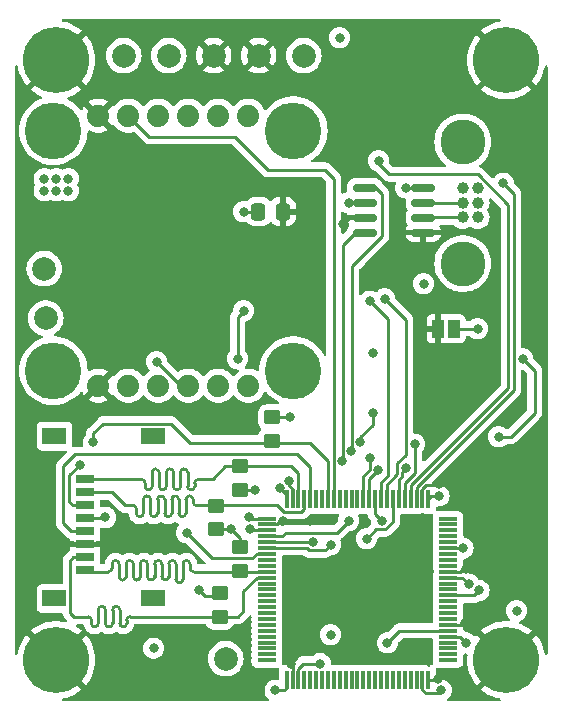
<source format=gbr>
%TF.GenerationSoftware,KiCad,Pcbnew,7.0.7*%
%TF.CreationDate,2023-10-21T12:14:55-04:00*%
%TF.ProjectId,processor,70726f63-6573-4736-9f72-2e6b69636164,rev?*%
%TF.SameCoordinates,Original*%
%TF.FileFunction,Copper,L4,Bot*%
%TF.FilePolarity,Positive*%
%FSLAX46Y46*%
G04 Gerber Fmt 4.6, Leading zero omitted, Abs format (unit mm)*
G04 Created by KiCad (PCBNEW 7.0.7) date 2023-10-21 12:14:55*
%MOMM*%
%LPD*%
G01*
G04 APERTURE LIST*
G04 Aperture macros list*
%AMRoundRect*
0 Rectangle with rounded corners*
0 $1 Rounding radius*
0 $2 $3 $4 $5 $6 $7 $8 $9 X,Y pos of 4 corners*
0 Add a 4 corners polygon primitive as box body*
4,1,4,$2,$3,$4,$5,$6,$7,$8,$9,$2,$3,0*
0 Add four circle primitives for the rounded corners*
1,1,$1+$1,$2,$3*
1,1,$1+$1,$4,$5*
1,1,$1+$1,$6,$7*
1,1,$1+$1,$8,$9*
0 Add four rect primitives between the rounded corners*
20,1,$1+$1,$2,$3,$4,$5,0*
20,1,$1+$1,$4,$5,$6,$7,0*
20,1,$1+$1,$6,$7,$8,$9,0*
20,1,$1+$1,$8,$9,$2,$3,0*%
G04 Aperture macros list end*
%TA.AperFunction,ComponentPad*%
%ADD10C,5.600000*%
%TD*%
%TA.AperFunction,ComponentPad*%
%ADD11C,2.000000*%
%TD*%
%TA.AperFunction,ComponentPad*%
%ADD12C,3.800000*%
%TD*%
%TA.AperFunction,ComponentPad*%
%ADD13C,1.000000*%
%TD*%
%TA.AperFunction,WasherPad*%
%ADD14C,4.802000*%
%TD*%
%TA.AperFunction,ComponentPad*%
%ADD15C,1.879600*%
%TD*%
%TA.AperFunction,SMDPad,CuDef*%
%ADD16R,1.000000X1.500000*%
%TD*%
%TA.AperFunction,SMDPad,CuDef*%
%ADD17RoundRect,0.250000X0.450000X-0.350000X0.450000X0.350000X-0.450000X0.350000X-0.450000X-0.350000X0*%
%TD*%
%TA.AperFunction,SMDPad,CuDef*%
%ADD18RoundRect,0.250000X-0.450000X0.350000X-0.450000X-0.350000X0.450000X-0.350000X0.450000X0.350000X0*%
%TD*%
%TA.AperFunction,SMDPad,CuDef*%
%ADD19R,1.500000X0.800000*%
%TD*%
%TA.AperFunction,SMDPad,CuDef*%
%ADD20R,2.000000X1.450000*%
%TD*%
%TA.AperFunction,SMDPad,CuDef*%
%ADD21RoundRect,0.250000X0.337500X0.475000X-0.337500X0.475000X-0.337500X-0.475000X0.337500X-0.475000X0*%
%TD*%
%TA.AperFunction,SMDPad,CuDef*%
%ADD22RoundRect,0.150000X-0.825000X-0.150000X0.825000X-0.150000X0.825000X0.150000X-0.825000X0.150000X0*%
%TD*%
%TA.AperFunction,SMDPad,CuDef*%
%ADD23RoundRect,0.075000X0.725000X0.075000X-0.725000X0.075000X-0.725000X-0.075000X0.725000X-0.075000X0*%
%TD*%
%TA.AperFunction,SMDPad,CuDef*%
%ADD24RoundRect,0.075000X0.075000X0.725000X-0.075000X0.725000X-0.075000X-0.725000X0.075000X-0.725000X0*%
%TD*%
%TA.AperFunction,ViaPad*%
%ADD25C,0.800000*%
%TD*%
%TA.AperFunction,Conductor*%
%ADD26C,0.250000*%
%TD*%
G04 APERTURE END LIST*
D10*
%TO.P,H3,1,1*%
%TO.N,GND*%
X135000000Y-120000000D03*
%TD*%
D11*
%TO.P,TP1,1,1*%
%TO.N,+5V*%
X155956000Y-68834000D03*
%TD*%
%TO.P,TP7,1,1*%
%TO.N,GND*%
X148336000Y-68834000D03*
%TD*%
D10*
%TO.P,H1,1,1*%
%TO.N,GND*%
X135000000Y-69200000D03*
%TD*%
D12*
%TO.P,J1,*%
%TO.N,*%
X169431351Y-86430000D03*
X169431351Y-76130000D03*
D13*
%TO.P,J1,1,Pin_1*%
%TO.N,unconnected-(J1-Pin_1-Pad1)*%
X169431351Y-80030000D03*
%TO.P,J1,2,Pin_2*%
%TO.N,/CANL*%
X169431351Y-81280000D03*
%TO.P,J1,3,Pin_3*%
%TO.N,/CANH*%
X169431351Y-82530000D03*
%TO.P,J1,4,Pin_4*%
%TO.N,GND*%
X170681351Y-80030000D03*
%TO.P,J1,5,Pin_5*%
%TO.N,Net-(J1-Pin_5)*%
X170681351Y-81280000D03*
%TO.P,J1,6,Pin_6*%
%TO.N,unconnected-(J1-Pin_6-Pad6)*%
X170681351Y-82530000D03*
%TD*%
D11*
%TO.P,TP5,1,1*%
%TO.N,/imu/SDA*%
X134112000Y-91059000D03*
%TD*%
D14*
%TO.P,A1,*%
%TO.N,*%
X134756833Y-75184000D03*
X134756833Y-95504000D03*
X155076833Y-75184000D03*
X155076833Y-95504000D03*
D15*
%TO.P,A1,1,GND*%
%TO.N,GND*%
X138566833Y-96774000D03*
%TO.P,A1,2,VIN*%
%TO.N,+3V3*%
X141106833Y-96774000D03*
%TO.P,A1,3,SDA/SDI_VIN*%
%TO.N,/imu/SDA*%
X143646833Y-96774000D03*
%TO.P,A1,4,SCL/SCLK_VIN*%
%TO.N,/imu/SCL*%
X146186833Y-96774000D03*
%TO.P,A1,5,AD0/SD0_VIN*%
%TO.N,unconnected-(A1-AD0{slash}SD0_VIN-Pad5)*%
X148726833Y-96774000D03*
%TO.P,A1,6,~{CS}_VIN*%
%TO.N,+3V3*%
X151266833Y-96774000D03*
%TO.P,A1,7,VIN*%
X151266833Y-73914000D03*
%TO.P,A1,8,AUX_CL_VIN*%
%TO.N,unconnected-(A1-AUX_CL_VIN-Pad8)*%
X148726833Y-73914000D03*
%TO.P,A1,9,AUX_DA_VIN*%
%TO.N,unconnected-(A1-AUX_DA_VIN-Pad9)*%
X146186833Y-73914000D03*
%TO.P,A1,10,FSYNC_VIN*%
%TO.N,unconnected-(A1-FSYNC_VIN-Pad10)*%
X143646833Y-73914000D03*
%TO.P,A1,11,INT_VIN*%
%TO.N,/imu/IMU_INT*%
X141106833Y-73914000D03*
%TO.P,A1,12,GND*%
%TO.N,GND*%
X138566833Y-73914000D03*
%TD*%
D11*
%TO.P,TP4,1,1*%
%TO.N,/imu/SCL*%
X133985000Y-86868000D03*
%TD*%
D10*
%TO.P,H4,1,1*%
%TO.N,GND*%
X173100000Y-120000000D03*
%TD*%
D11*
%TO.P,TP8,1,1*%
%TO.N,GND*%
X152146000Y-68834000D03*
%TD*%
%TO.P,TP6,1,1*%
%TO.N,/imu/IMU_INT*%
X140716000Y-68834000D03*
%TD*%
%TO.P,TP2,1,1*%
%TO.N,/mcu/5V_SENSE*%
X149352000Y-119888000D03*
%TD*%
%TO.P,TP3,1,1*%
%TO.N,+3V3*%
X144526000Y-68834000D03*
%TD*%
D16*
%TO.P,JP2,1,A*%
%TO.N,GND*%
X167356000Y-91948000D03*
%TO.P,JP2,2,B*%
%TO.N,Net-(J2-Pin_11)*%
X168656000Y-91948000D03*
%TD*%
D17*
%TO.P,R8,1*%
%TO.N,+3V3*%
X148570000Y-108942000D03*
%TO.P,R8,2*%
%TO.N,/SD Card/SDMMC_D3*%
X148570000Y-106942000D03*
%TD*%
D18*
%TO.P,R9,1*%
%TO.N,+3V3*%
X153289000Y-99457000D03*
%TO.P,R9,2*%
%TO.N,/SD Card/SDMMC_CMD*%
X153289000Y-101457000D03*
%TD*%
%TO.P,R11,1*%
%TO.N,+3V3*%
X150602000Y-110466000D03*
%TO.P,R11,2*%
%TO.N,/SD Card/SDMMC_D1*%
X150602000Y-112466000D03*
%TD*%
D19*
%TO.P,J3,1,DAT2*%
%TO.N,/SD Card/SDMMC_D2*%
X137454000Y-104704000D03*
%TO.P,J3,2,DAT3/CD*%
%TO.N,/SD Card/SDMMC_D3*%
X137454000Y-105804000D03*
%TO.P,J3,3,CMD*%
%TO.N,/SD Card/SDMMC_CMD*%
X137454000Y-106914000D03*
%TO.P,J3,4,VDD*%
%TO.N,+3V3*%
X137454000Y-108004000D03*
%TO.P,J3,5,CLK*%
%TO.N,/SD Card/SDMMC_CK*%
X137464000Y-109104000D03*
%TO.P,J3,6,VSS*%
%TO.N,GND*%
X137454000Y-110204000D03*
%TO.P,J3,7,DAT0*%
%TO.N,/SD Card/SDMMC_D0*%
X137454000Y-111304000D03*
%TO.P,J3,8,DAT1*%
%TO.N,/SD Card/SDMMC_D1*%
X137454000Y-112404000D03*
D20*
%TO.P,J3,9,SHIELD*%
%TO.N,unconnected-(J3-SHIELD-Pad9)*%
X134854000Y-114784000D03*
X143154000Y-114784000D03*
X134854000Y-101034000D03*
X143154000Y-101034000D03*
%TD*%
D21*
%TO.P,C2,1*%
%TO.N,GND*%
X154199500Y-82042000D03*
%TO.P,C2,2*%
%TO.N,+3V3*%
X152124500Y-82042000D03*
%TD*%
D18*
%TO.P,R10,1*%
%TO.N,+3V3*%
X148844000Y-114332000D03*
%TO.P,R10,2*%
%TO.N,/SD Card/SDMMC_D0*%
X148844000Y-116332000D03*
%TD*%
D22*
%TO.P,U1,1,TXD*%
%TO.N,/mcu/FDCAN1_TX*%
X161123152Y-83804080D03*
%TO.P,U1,2,VSS*%
%TO.N,GND*%
X161123152Y-82534080D03*
%TO.P,U1,3,VDD*%
%TO.N,+5V*%
X161123152Y-81264080D03*
%TO.P,U1,4,RXD*%
%TO.N,/mcu/FDCAN1_RX*%
X161123152Y-79994080D03*
%TO.P,U1,5,VIO*%
%TO.N,+3V3*%
X166073152Y-79994080D03*
%TO.P,U1,6,CANL*%
%TO.N,/CANL*%
X166073152Y-81264080D03*
%TO.P,U1,7,CANH*%
%TO.N,/CANH*%
X166073152Y-82534080D03*
%TO.P,U1,8,STBY*%
%TO.N,GND*%
X166073152Y-83804080D03*
%TD*%
D10*
%TO.P,H2,1,1*%
%TO.N,GND*%
X173100000Y-69200000D03*
%TD*%
D23*
%TO.P,U4,1,PE2*%
%TO.N,unconnected-(U4-PE2-Pad1)*%
X168183000Y-108022000D03*
%TO.P,U4,2,PE3*%
%TO.N,unconnected-(U4-PE3-Pad2)*%
X168183000Y-108522000D03*
%TO.P,U4,3,PE4*%
%TO.N,unconnected-(U4-PE4-Pad3)*%
X168183000Y-109022000D03*
%TO.P,U4,4,PE5*%
%TO.N,unconnected-(U4-PE5-Pad4)*%
X168183000Y-109522000D03*
%TO.P,U4,5,PE6*%
%TO.N,unconnected-(U4-PE6-Pad5)*%
X168183000Y-110022000D03*
%TO.P,U4,6,VBAT*%
%TO.N,+3V3*%
X168183000Y-110522000D03*
%TO.P,U4,7,PC13*%
%TO.N,unconnected-(U4-PC13-Pad7)*%
X168183000Y-111022000D03*
%TO.P,U4,8,PC14*%
%TO.N,unconnected-(U4-PC14-Pad8)*%
X168183000Y-111522000D03*
%TO.P,U4,9,PC15*%
%TO.N,unconnected-(U4-PC15-Pad9)*%
X168183000Y-112022000D03*
%TO.P,U4,10,VSS*%
%TO.N,GND*%
X168183000Y-112522000D03*
%TO.P,U4,11,VDD*%
%TO.N,+3V3*%
X168183000Y-113022000D03*
%TO.P,U4,12,PH0*%
%TO.N,unconnected-(U4-PH0-Pad12)*%
X168183000Y-113522000D03*
%TO.P,U4,13,PH1*%
%TO.N,unconnected-(U4-PH1-Pad13)*%
X168183000Y-114022000D03*
%TO.P,U4,14,NRST*%
%TO.N,Net-(U4-NRST)*%
X168183000Y-114522000D03*
%TO.P,U4,15,PC0*%
%TO.N,unconnected-(U4-PC0-Pad15)*%
X168183000Y-115022000D03*
%TO.P,U4,16,PC1*%
%TO.N,unconnected-(U4-PC1-Pad16)*%
X168183000Y-115522000D03*
%TO.P,U4,17,PC2_C*%
%TO.N,unconnected-(U4-PC2_C-Pad17)*%
X168183000Y-116022000D03*
%TO.P,U4,18,PC3_C*%
%TO.N,unconnected-(U4-PC3_C-Pad18)*%
X168183000Y-116522000D03*
%TO.P,U4,19,VSSA*%
%TO.N,GND*%
X168183000Y-117022000D03*
%TO.P,U4,20,VREF+*%
%TO.N,Net-(U4-VREF+)*%
X168183000Y-117522000D03*
%TO.P,U4,21,VDDA*%
%TO.N,/mcu/VDDA*%
X168183000Y-118022000D03*
%TO.P,U4,22,PA0*%
%TO.N,unconnected-(U4-PA0-Pad22)*%
X168183000Y-118522000D03*
%TO.P,U4,23,PA1*%
%TO.N,unconnected-(U4-PA1-Pad23)*%
X168183000Y-119022000D03*
%TO.P,U4,24,PA2*%
%TO.N,unconnected-(U4-PA2-Pad24)*%
X168183000Y-119522000D03*
%TO.P,U4,25,PA3*%
%TO.N,unconnected-(U4-PA3-Pad25)*%
X168183000Y-120022000D03*
D24*
%TO.P,U4,26,VSS*%
%TO.N,GND*%
X166508000Y-121697000D03*
%TO.P,U4,27,VDD*%
%TO.N,+3V3*%
X166008000Y-121697000D03*
%TO.P,U4,28,PA4*%
%TO.N,unconnected-(U4-PA4-Pad28)*%
X165508000Y-121697000D03*
%TO.P,U4,29,PA5*%
%TO.N,unconnected-(U4-PA5-Pad29)*%
X165008000Y-121697000D03*
%TO.P,U4,30,PA6*%
%TO.N,unconnected-(U4-PA6-Pad30)*%
X164508000Y-121697000D03*
%TO.P,U4,31,PA7*%
%TO.N,unconnected-(U4-PA7-Pad31)*%
X164008000Y-121697000D03*
%TO.P,U4,32,PC4*%
%TO.N,unconnected-(U4-PC4-Pad32)*%
X163508000Y-121697000D03*
%TO.P,U4,33,PC5*%
%TO.N,unconnected-(U4-PC5-Pad33)*%
X163008000Y-121697000D03*
%TO.P,U4,34,PB0*%
%TO.N,unconnected-(U4-PB0-Pad34)*%
X162508000Y-121697000D03*
%TO.P,U4,35,PB1*%
%TO.N,unconnected-(U4-PB1-Pad35)*%
X162008000Y-121697000D03*
%TO.P,U4,36,PB2*%
%TO.N,unconnected-(U4-PB2-Pad36)*%
X161508000Y-121697000D03*
%TO.P,U4,37,PE7*%
%TO.N,unconnected-(U4-PE7-Pad37)*%
X161008000Y-121697000D03*
%TO.P,U4,38,PE8*%
%TO.N,unconnected-(U4-PE8-Pad38)*%
X160508000Y-121697000D03*
%TO.P,U4,39,PE9*%
%TO.N,unconnected-(U4-PE9-Pad39)*%
X160008000Y-121697000D03*
%TO.P,U4,40,PE10*%
%TO.N,unconnected-(U4-PE10-Pad40)*%
X159508000Y-121697000D03*
%TO.P,U4,41,PE11*%
%TO.N,unconnected-(U4-PE11-Pad41)*%
X159008000Y-121697000D03*
%TO.P,U4,42,PE12*%
%TO.N,unconnected-(U4-PE12-Pad42)*%
X158508000Y-121697000D03*
%TO.P,U4,43,PE13*%
%TO.N,unconnected-(U4-PE13-Pad43)*%
X158008000Y-121697000D03*
%TO.P,U4,44,PE14*%
%TO.N,unconnected-(U4-PE14-Pad44)*%
X157508000Y-121697000D03*
%TO.P,U4,45,PE15*%
%TO.N,unconnected-(U4-PE15-Pad45)*%
X157008000Y-121697000D03*
%TO.P,U4,46,PB10*%
%TO.N,unconnected-(U4-PB10-Pad46)*%
X156508000Y-121697000D03*
%TO.P,U4,47,PB11*%
%TO.N,unconnected-(U4-PB11-Pad47)*%
X156008000Y-121697000D03*
%TO.P,U4,48,VCAP*%
%TO.N,/mcu/VCAP1*%
X155508000Y-121697000D03*
%TO.P,U4,49,VSS*%
%TO.N,GND*%
X155008000Y-121697000D03*
%TO.P,U4,50,VDD*%
%TO.N,+3V3*%
X154508000Y-121697000D03*
D23*
%TO.P,U4,51,PB12*%
%TO.N,unconnected-(U4-PB12-Pad51)*%
X152833000Y-120022000D03*
%TO.P,U4,52,PB13*%
%TO.N,unconnected-(U4-PB13-Pad52)*%
X152833000Y-119522000D03*
%TO.P,U4,53,PB14*%
%TO.N,unconnected-(U4-PB14-Pad53)*%
X152833000Y-119022000D03*
%TO.P,U4,54,PB15*%
%TO.N,unconnected-(U4-PB15-Pad54)*%
X152833000Y-118522000D03*
%TO.P,U4,55,PD8*%
%TO.N,unconnected-(U4-PD8-Pad55)*%
X152833000Y-118022000D03*
%TO.P,U4,56,PD9*%
%TO.N,unconnected-(U4-PD9-Pad56)*%
X152833000Y-117522000D03*
%TO.P,U4,57,PD10*%
%TO.N,unconnected-(U4-PD10-Pad57)*%
X152833000Y-117022000D03*
%TO.P,U4,58,PD11*%
%TO.N,unconnected-(U4-PD11-Pad58)*%
X152833000Y-116522000D03*
%TO.P,U4,59,PD12*%
%TO.N,unconnected-(U4-PD12-Pad59)*%
X152833000Y-116022000D03*
%TO.P,U4,60,PD13*%
%TO.N,unconnected-(U4-PD13-Pad60)*%
X152833000Y-115522000D03*
%TO.P,U4,61,PD14*%
%TO.N,unconnected-(U4-PD14-Pad61)*%
X152833000Y-115022000D03*
%TO.P,U4,62,PD15*%
%TO.N,unconnected-(U4-PD15-Pad62)*%
X152833000Y-114522000D03*
%TO.P,U4,63,PC6*%
%TO.N,unconnected-(U4-PC6-Pad63)*%
X152833000Y-114022000D03*
%TO.P,U4,64,PC7*%
%TO.N,unconnected-(U4-PC7-Pad64)*%
X152833000Y-113522000D03*
%TO.P,U4,65,PC8*%
%TO.N,/SD Card/SDMMC_D0*%
X152833000Y-113022000D03*
%TO.P,U4,66,PC9*%
%TO.N,/SD Card/SDMMC_D1*%
X152833000Y-112522000D03*
%TO.P,U4,67,PA8*%
%TO.N,unconnected-(U4-PA8-Pad67)*%
X152833000Y-112022000D03*
%TO.P,U4,68,PA9*%
%TO.N,unconnected-(U4-PA9-Pad68)*%
X152833000Y-111522000D03*
%TO.P,U4,69,PA10*%
%TO.N,/mcu/5V_SENSE*%
X152833000Y-111022000D03*
%TO.P,U4,70,PA11*%
%TO.N,/mcu/FDCAN1_RX*%
X152833000Y-110522000D03*
%TO.P,U4,71,PA12*%
%TO.N,/mcu/FDCAN1_TX*%
X152833000Y-110022000D03*
%TO.P,U4,72,PA13(JTMS*%
%TO.N,/mcu/TMS*%
X152833000Y-109522000D03*
%TO.P,U4,73,VCAP*%
%TO.N,/mcu/VCAP2*%
X152833000Y-109022000D03*
%TO.P,U4,74,VSS*%
%TO.N,GND*%
X152833000Y-108522000D03*
%TO.P,U4,75,VDD*%
%TO.N,+3V3*%
X152833000Y-108022000D03*
D24*
%TO.P,U4,76,PA14(JTCK*%
%TO.N,/mcu/TCK*%
X154508000Y-106347000D03*
%TO.P,U4,77,PA15(JTDI)*%
%TO.N,/mcu/TDI*%
X155008000Y-106347000D03*
%TO.P,U4,78,PC10*%
%TO.N,/SD Card/SDMMC_D2*%
X155508000Y-106347000D03*
%TO.P,U4,79,PC11*%
%TO.N,/SD Card/SDMMC_D3*%
X156008000Y-106347000D03*
%TO.P,U4,80,PC12*%
%TO.N,/SD Card/SDMMC_CK*%
X156508000Y-106347000D03*
%TO.P,U4,81,PD0*%
%TO.N,unconnected-(U4-PD0-Pad81)*%
X157008000Y-106347000D03*
%TO.P,U4,82,PD1*%
%TO.N,unconnected-(U4-PD1-Pad82)*%
X157508000Y-106347000D03*
%TO.P,U4,83,PD2*%
%TO.N,/SD Card/SDMMC_CMD*%
X158008000Y-106347000D03*
%TO.P,U4,84,PD3*%
%TO.N,/imu/IMU_INT*%
X158508000Y-106347000D03*
%TO.P,U4,85,PD4*%
%TO.N,unconnected-(U4-PD4-Pad85)*%
X159008000Y-106347000D03*
%TO.P,U4,86,PD5*%
%TO.N,unconnected-(U4-PD5-Pad86)*%
X159508000Y-106347000D03*
%TO.P,U4,87,PD6*%
%TO.N,unconnected-(U4-PD6-Pad87)*%
X160008000Y-106347000D03*
%TO.P,U4,88,PD7*%
%TO.N,unconnected-(U4-PD7-Pad88)*%
X160508000Y-106347000D03*
%TO.P,U4,89,PB3(JTDO*%
%TO.N,/mcu/TDO*%
X161008000Y-106347000D03*
%TO.P,U4,90,PB4(NJTRST)*%
%TO.N,/mcu/TRST*%
X161508000Y-106347000D03*
%TO.P,U4,91,PB5*%
%TO.N,/mcu/D1-*%
X162008000Y-106347000D03*
%TO.P,U4,92,PB6*%
%TO.N,/imu/SCL*%
X162508000Y-106347000D03*
%TO.P,U4,93,PB7*%
%TO.N,/imu/SDA*%
X163008000Y-106347000D03*
%TO.P,U4,94,BOOT0*%
%TO.N,Net-(U4-BOOT0)*%
X163508000Y-106347000D03*
%TO.P,U4,95,PB8*%
%TO.N,/mcu/VCP_RX*%
X164008000Y-106347000D03*
%TO.P,U4,96,PB9*%
%TO.N,/mcu/VCP_TX*%
X164508000Y-106347000D03*
%TO.P,U4,97,PE0*%
%TO.N,/mcu/D2-*%
X165008000Y-106347000D03*
%TO.P,U4,98,PE1*%
%TO.N,/mcu/D3-*%
X165508000Y-106347000D03*
%TO.P,U4,99,VSS*%
%TO.N,GND*%
X166008000Y-106347000D03*
%TO.P,U4,100,VDD*%
%TO.N,+3V3*%
X166508000Y-106347000D03*
%TD*%
D17*
%TO.P,R7,1*%
%TO.N,+3V3*%
X150602000Y-105608000D03*
%TO.P,R7,2*%
%TO.N,/SD Card/SDMMC_D2*%
X150602000Y-103608000D03*
%TD*%
D25*
%TO.N,GND*%
X164592000Y-112395000D03*
X154940000Y-117221000D03*
X164592000Y-118618000D03*
X164592000Y-110490000D03*
X164592000Y-108458000D03*
X154874651Y-120363814D03*
X154940000Y-118110000D03*
X167385037Y-105099799D03*
X169608500Y-116903500D03*
X153289000Y-86360000D03*
X167319155Y-121592696D03*
X159258000Y-83058000D03*
X169688155Y-112322155D03*
X156464000Y-108204000D03*
X164592000Y-116459000D03*
X154224829Y-108198442D03*
X164592000Y-114427000D03*
%TO.N,+3V3*%
X164592000Y-80010000D03*
X169942155Y-113592155D03*
X161798000Y-93980000D03*
X139172000Y-107926000D03*
X136017000Y-80264000D03*
X169434155Y-110522000D03*
X149840000Y-108942000D03*
X167582991Y-122556748D03*
X135001000Y-79248000D03*
X147066000Y-114046000D03*
X151357155Y-107920155D03*
X158242000Y-117856000D03*
X151872000Y-105608000D03*
X136017000Y-79248000D03*
X173990000Y-115824000D03*
X143256000Y-118999000D03*
X159004000Y-67310000D03*
X167402155Y-106099155D03*
X154813000Y-99457000D03*
X133985000Y-80264000D03*
X135001000Y-80264000D03*
X153543000Y-122555000D03*
X133985000Y-79248000D03*
X150876000Y-82042000D03*
%TO.N,/imu/SDA*%
X162814000Y-89408000D03*
%TO.N,/imu/SCL*%
X161544000Y-89634498D03*
X143510000Y-94742000D03*
%TO.N,+5V*%
X159766000Y-81280000D03*
%TO.N,Net-(U4-NRST)*%
X170796003Y-114111720D03*
%TO.N,Net-(U4-VREF+)*%
X163041155Y-118545155D03*
%TO.N,/mcu/VDDA*%
X169688155Y-118545155D03*
%TO.N,/mcu/D1-*%
X174498000Y-94488000D03*
X172466000Y-101092000D03*
X162560000Y-108204000D03*
%TO.N,/mcu/D2-*%
X162306000Y-77724000D03*
%TO.N,/mcu/D3-*%
X172851299Y-79624701D03*
%TO.N,/mcu/TMS*%
X160744500Y-101514635D03*
X159766000Y-108204000D03*
X161798000Y-99060000D03*
%TO.N,/mcu/TCK*%
X153926000Y-105408000D03*
%TO.N,/mcu/TDO*%
X161539701Y-102870000D03*
%TO.N,/mcu/TDI*%
X154751061Y-104843837D03*
%TO.N,/mcu/TRST*%
X162264201Y-103878242D03*
%TO.N,/mcu/VCP_RX*%
X164591500Y-103763299D03*
%TO.N,/mcu/VCP_TX*%
X165354000Y-101727000D03*
%TO.N,Net-(J2-Pin_11)*%
X170688000Y-91948000D03*
%TO.N,/SD Card/SDMMC_CMD*%
X138156000Y-101576000D03*
X137013000Y-103481000D03*
%TO.N,/mcu/5V_SENSE*%
X146050000Y-109220000D03*
X150368000Y-94488000D03*
X150876000Y-90424000D03*
%TO.N,Net-(U4-BOOT0)*%
X161290000Y-109728000D03*
%TO.N,/mcu/FDCAN1_RX*%
X158242000Y-110236000D03*
X159982500Y-102305226D03*
%TO.N,/mcu/FDCAN1_TX*%
X156718000Y-109982000D03*
X159232500Y-103124000D03*
%TO.N,Net-(J1-Pin_5)*%
X166116000Y-88138000D03*
%TO.N,/mcu/VCAP1*%
X157340210Y-120303912D03*
%TO.N,/mcu/VCAP2*%
X151385782Y-108919247D03*
%TD*%
D26*
%TO.N,GND*%
X153698685Y-108522000D02*
X152833000Y-108522000D01*
X153958000Y-108262685D02*
X153698685Y-108522000D01*
X167214851Y-121697000D02*
X166508000Y-121697000D01*
X155008000Y-120497163D02*
X155008000Y-121697000D01*
X154874651Y-120363814D02*
X155008000Y-120497163D01*
X169490000Y-117022000D02*
X168183000Y-117022000D01*
X167338676Y-105146160D02*
X166343154Y-105146160D01*
X161123152Y-82534080D02*
X159781920Y-82534080D01*
X167319155Y-121592696D02*
X167214851Y-121697000D01*
X169688155Y-112322155D02*
X169424850Y-112322155D01*
X167385037Y-105099799D02*
X167338676Y-105146160D01*
X169424850Y-112322155D02*
X169225005Y-112522000D01*
X154224829Y-108198442D02*
X154160586Y-108262685D01*
X159781920Y-82534080D02*
X159258000Y-83058000D01*
X166008000Y-105481314D02*
X166008000Y-106347000D01*
X154326500Y-81915000D02*
X154199500Y-82042000D01*
X169225005Y-112522000D02*
X168183000Y-112522000D01*
X166343154Y-105146160D02*
X166008000Y-105481314D01*
X169608500Y-116903500D02*
X169490000Y-117022000D01*
X154160586Y-108262685D02*
X153958000Y-108262685D01*
%TO.N,+3V3*%
X154813000Y-99457000D02*
X153289000Y-99457000D01*
X166267315Y-122822000D02*
X166008000Y-122562685D01*
X149840000Y-108942000D02*
X148570000Y-108942000D01*
X153543000Y-122555000D02*
X154305000Y-122555000D01*
X166008000Y-122562685D02*
X166008000Y-121697000D01*
X164592000Y-80010000D02*
X166057232Y-80010000D01*
X167582991Y-122556748D02*
X167317739Y-122822000D01*
X139094000Y-108004000D02*
X137454000Y-108004000D01*
X166755845Y-106099155D02*
X166508000Y-106347000D01*
X169372000Y-113022000D02*
X168183000Y-113022000D01*
X154305000Y-122555000D02*
X154508000Y-122352000D01*
X147606000Y-114586000D02*
X147066000Y-114046000D01*
X151459000Y-108022000D02*
X152833000Y-108022000D01*
X169434155Y-110522000D02*
X168183000Y-110522000D01*
X150602000Y-110466000D02*
X150602000Y-109704000D01*
X151357155Y-107920155D02*
X151459000Y-108022000D01*
X167317739Y-122822000D02*
X166267315Y-122822000D01*
X150602000Y-109704000D02*
X149840000Y-108942000D01*
X154508000Y-122352000D02*
X154508000Y-121697000D01*
X148590000Y-114586000D02*
X147606000Y-114586000D01*
X166057232Y-80010000D02*
X166073152Y-79994080D01*
X151872000Y-105608000D02*
X150602000Y-105608000D01*
X152124500Y-82042000D02*
X150876000Y-82042000D01*
X167402155Y-106099155D02*
X166755845Y-106099155D01*
X139172000Y-107926000D02*
X139094000Y-108004000D01*
X169942155Y-113592155D02*
X169372000Y-113022000D01*
%TO.N,/imu/SDA*%
X163558000Y-104537604D02*
X163867000Y-104228604D01*
X163008000Y-106347000D02*
X163008000Y-105098994D01*
X163867000Y-103341000D02*
X164592000Y-102616000D01*
X164592000Y-102616000D02*
X164592000Y-91186000D01*
X164592000Y-91186000D02*
X162814000Y-89408000D01*
X163008000Y-105098994D02*
X163558000Y-104548994D01*
X163558000Y-104548994D02*
X163558000Y-104537604D01*
X163867000Y-104228604D02*
X163867000Y-103341000D01*
%TO.N,/imu/SCL*%
X162508000Y-106347000D02*
X162508000Y-104962598D01*
X163072299Y-91162797D02*
X161544000Y-89634498D01*
X143510000Y-94742000D02*
X145542000Y-96774000D01*
X162508000Y-104962598D02*
X163072299Y-104398299D01*
X163072299Y-104398299D02*
X163072299Y-91162797D01*
X145542000Y-96774000D02*
X146186833Y-96774000D01*
%TO.N,/imu/IMU_INT*%
X158508000Y-79260000D02*
X157734000Y-78486000D01*
X157734000Y-78486000D02*
X152908000Y-78486000D01*
X152908000Y-78486000D02*
X150114000Y-75692000D01*
X150114000Y-75692000D02*
X142884833Y-75692000D01*
X142884833Y-75692000D02*
X141106833Y-73914000D01*
X158508000Y-106347000D02*
X158508000Y-79260000D01*
%TO.N,+5V*%
X159766000Y-81280000D02*
X159781920Y-81264080D01*
X159781920Y-81264080D02*
X161123152Y-81264080D01*
%TO.N,Net-(U4-NRST)*%
X170796003Y-114111720D02*
X170385723Y-114522000D01*
X170385723Y-114522000D02*
X168183000Y-114522000D01*
%TO.N,Net-(U4-VREF+)*%
X163041155Y-118545155D02*
X163041155Y-118517845D01*
X163041155Y-118517845D02*
X164037000Y-117522000D01*
X164037000Y-117522000D02*
X168183000Y-117522000D01*
%TO.N,/mcu/VDDA*%
X169688155Y-118545155D02*
X169165000Y-118022000D01*
X169165000Y-118022000D02*
X168183000Y-118022000D01*
%TO.N,/mcu/D1-*%
X175514000Y-99060000D02*
X173482000Y-101092000D01*
X173482000Y-101092000D02*
X172466000Y-101092000D01*
X174498000Y-94488000D02*
X175514000Y-95504000D01*
X162008000Y-107652000D02*
X162008000Y-106347000D01*
X175514000Y-95504000D02*
X175514000Y-99060000D01*
X162560000Y-108204000D02*
X162008000Y-107652000D01*
%TO.N,/mcu/D2-*%
X162306000Y-77978000D02*
X162306000Y-77724000D01*
X170685078Y-78867000D02*
X163195000Y-78867000D01*
X163195000Y-78867000D02*
X162306000Y-77978000D01*
X165008000Y-105248000D02*
X165058000Y-105198000D01*
X165058000Y-105198000D02*
X165058000Y-105158522D01*
X165058000Y-105158522D02*
X173286000Y-96930522D01*
X173286000Y-81467922D02*
X170685078Y-78867000D01*
X165008000Y-106347000D02*
X165008000Y-105248000D01*
X173286000Y-96930522D02*
X173286000Y-81467922D01*
%TO.N,/mcu/D3-*%
X173736000Y-80509402D02*
X173736000Y-97116918D01*
X173736000Y-97116918D02*
X165508000Y-105344918D01*
X165508000Y-105344918D02*
X165508000Y-106347000D01*
X172851299Y-79624701D02*
X173736000Y-80509402D01*
%TO.N,/CANH*%
X166077232Y-82530000D02*
X169431351Y-82530000D01*
X166073152Y-82534080D02*
X166077232Y-82530000D01*
%TO.N,/mcu/TMS*%
X154130000Y-109522000D02*
X152833000Y-109522000D01*
X158750000Y-109220000D02*
X154432000Y-109220000D01*
X161798000Y-100076000D02*
X161798000Y-99060000D01*
X154432000Y-109220000D02*
X154130000Y-109522000D01*
X159766000Y-108204000D02*
X158750000Y-109220000D01*
X160744500Y-101514635D02*
X160744500Y-101129500D01*
X160744500Y-101129500D02*
X161798000Y-100076000D01*
%TO.N,/mcu/TCK*%
X153926000Y-105408000D02*
X154508000Y-105990000D01*
X154508000Y-105990000D02*
X154508000Y-106347000D01*
%TO.N,/mcu/TDO*%
X161539701Y-103890299D02*
X161008000Y-104422000D01*
X161008000Y-104422000D02*
X161008000Y-106347000D01*
X161539701Y-102870000D02*
X161539701Y-103890299D01*
%TO.N,/mcu/TDI*%
X154751061Y-104843837D02*
X154751061Y-105224376D01*
X154751061Y-105224376D02*
X155008000Y-105481315D01*
X155008000Y-105481315D02*
X155008000Y-106347000D01*
%TO.N,/mcu/TRST*%
X162264201Y-103878242D02*
X161508000Y-104634443D01*
X161508000Y-104634443D02*
X161508000Y-106347000D01*
%TO.N,/mcu/VCP_RX*%
X164317000Y-104037799D02*
X164317000Y-104415000D01*
X164008000Y-104724000D02*
X164008000Y-106347000D01*
X164591500Y-103763299D02*
X164317000Y-104037799D01*
X164317000Y-104415000D02*
X164008000Y-104724000D01*
%TO.N,/mcu/VCP_TX*%
X164508000Y-104986000D02*
X164508000Y-106347000D01*
X165354000Y-104140000D02*
X164508000Y-104986000D01*
X165354000Y-101727000D02*
X165354000Y-104140000D01*
%TO.N,/CANL*%
X166073152Y-81264080D02*
X166089072Y-81280000D01*
X166089072Y-81280000D02*
X169431351Y-81280000D01*
%TO.N,Net-(J2-Pin_11)*%
X168656000Y-91948000D02*
X170688000Y-91948000D01*
%TO.N,/SD Card/SDMMC_D2*%
X149332000Y-103608000D02*
X154920000Y-103608000D01*
X143720000Y-104108450D02*
X143720000Y-104704000D01*
X146120000Y-104108446D02*
X146120000Y-104704000D01*
X148236000Y-104704000D02*
X149332000Y-103608000D01*
X155508000Y-104196000D02*
X155508000Y-106347000D01*
X143120000Y-105299548D02*
X143120000Y-105004000D01*
X145520000Y-104704000D02*
X145520000Y-104108446D01*
X142520000Y-105004000D02*
X142520000Y-105299548D01*
X147705701Y-104704000D02*
X148236000Y-104704000D01*
X143720000Y-104704000D02*
X143720000Y-105299550D01*
X137454000Y-104704000D02*
X142220000Y-104704000D01*
X145520000Y-105299550D02*
X145520000Y-104704000D01*
X146720000Y-105299548D02*
X146720000Y-105004000D01*
X144920000Y-104108449D02*
X144920000Y-104704000D01*
X144320000Y-105299550D02*
X144320000Y-104704000D01*
X146120000Y-104704000D02*
X146120000Y-105299548D01*
X147020000Y-104704000D02*
X147705701Y-104704000D01*
X154920000Y-103608000D02*
X155508000Y-104196000D01*
X144320000Y-104704000D02*
X144320000Y-104108449D01*
X143120000Y-105004000D02*
X143120000Y-104108450D01*
X144920000Y-104704000D02*
X144920000Y-105299550D01*
X144620000Y-103808400D02*
G75*
G03*
X144320000Y-104108449I0J-300000D01*
G01*
X142519952Y-105299548D02*
G75*
G03*
X142820000Y-105599548I300048J48D01*
G01*
X147020000Y-104704000D02*
G75*
G03*
X146720000Y-105004000I0J-300000D01*
G01*
X142820000Y-105599500D02*
G75*
G03*
X143120000Y-105299548I0J300000D01*
G01*
X146119954Y-104108446D02*
G75*
G03*
X145820000Y-103808446I-299954J46D01*
G01*
X143420000Y-103808500D02*
G75*
G03*
X143120000Y-104108450I0J-300000D01*
G01*
X143719950Y-105299550D02*
G75*
G03*
X144020000Y-105599550I300050J50D01*
G01*
X144919951Y-104108449D02*
G75*
G03*
X144620000Y-103808449I-299951J49D01*
G01*
X145820000Y-103808400D02*
G75*
G03*
X145520000Y-104108446I0J-300000D01*
G01*
X143720050Y-104108450D02*
G75*
G03*
X143420000Y-103808450I-300050J-50D01*
G01*
X144919950Y-105299550D02*
G75*
G03*
X145220000Y-105599550I300050J50D01*
G01*
X144020000Y-105599500D02*
G75*
G03*
X144320000Y-105299550I0J300000D01*
G01*
X145220000Y-105599500D02*
G75*
G03*
X145520000Y-105299550I0J300000D01*
G01*
X146420000Y-105599500D02*
G75*
G03*
X146720000Y-105299548I0J300000D01*
G01*
X146119952Y-105299548D02*
G75*
G03*
X146420000Y-105599548I300048J48D01*
G01*
X142520000Y-105004000D02*
G75*
G03*
X142220000Y-104704000I-300000J0D01*
G01*
%TO.N,/SD Card/SDMMC_D3*%
X144178000Y-106398348D02*
X144178000Y-107571650D01*
X155748685Y-107472000D02*
X156008000Y-107212685D01*
X137454000Y-105804000D02*
X139713000Y-105804000D01*
X142978000Y-106398349D02*
X142978000Y-107571650D01*
X146578000Y-106398343D02*
X146578000Y-106610000D01*
X143578000Y-107571650D02*
X143578000Y-106398348D01*
X141778000Y-107210000D02*
X141778000Y-107571650D01*
X145978000Y-107571650D02*
X145978000Y-106398343D01*
X154267315Y-107472000D02*
X155748685Y-107472000D01*
X144778000Y-107571650D02*
X144778000Y-106398348D01*
X142378000Y-107571650D02*
X142378000Y-106398349D01*
X145378000Y-106398348D02*
X145378000Y-107571650D01*
X146878000Y-106910000D02*
X153705315Y-106910000D01*
X139713000Y-105804000D02*
X140821882Y-106912882D01*
X153705315Y-106910000D02*
X154267315Y-107472000D01*
X156008000Y-107212685D02*
X156008000Y-106347000D01*
X140821882Y-106912882D02*
X141537100Y-106912882D01*
X142977951Y-106398349D02*
G75*
G03*
X142678000Y-106098349I-299951J49D01*
G01*
X144478000Y-107871600D02*
G75*
G03*
X144778000Y-107571650I0J300000D01*
G01*
X141777950Y-107571650D02*
G75*
G03*
X142078000Y-107871650I300050J50D01*
G01*
X143278000Y-107871600D02*
G75*
G03*
X143578000Y-107571650I0J300000D01*
G01*
X145078000Y-106098300D02*
G75*
G03*
X144778000Y-106398348I0J-300000D01*
G01*
X143878000Y-106098300D02*
G75*
G03*
X143578000Y-106398348I0J-300000D01*
G01*
X141778030Y-107210000D02*
G75*
G03*
X141537100Y-106912882I-306630J-2400D01*
G01*
X146577957Y-106398343D02*
G75*
G03*
X146278000Y-106098343I-299957J43D01*
G01*
X145377952Y-106398348D02*
G75*
G03*
X145078000Y-106098348I-299952J48D01*
G01*
X145377950Y-107571650D02*
G75*
G03*
X145678000Y-107871650I300050J50D01*
G01*
X142078000Y-107871600D02*
G75*
G03*
X142378000Y-107571650I0J300000D01*
G01*
X146578000Y-106610000D02*
G75*
G03*
X146878000Y-106910000I300000J0D01*
G01*
X144177950Y-107571650D02*
G75*
G03*
X144478000Y-107871650I300050J50D01*
G01*
X142977950Y-107571650D02*
G75*
G03*
X143278000Y-107871650I300050J50D01*
G01*
X142678000Y-106098300D02*
G75*
G03*
X142378000Y-106398349I0J-300000D01*
G01*
X146278000Y-106098300D02*
G75*
G03*
X145978000Y-106398343I0J-300000D01*
G01*
X144177952Y-106398348D02*
G75*
G03*
X143878000Y-106098348I-299952J48D01*
G01*
X145678000Y-107871600D02*
G75*
G03*
X145978000Y-107571650I0J300000D01*
G01*
%TO.N,/SD Card/SDMMC_CMD*%
X138986000Y-99984000D02*
X144692000Y-99984000D01*
X138156000Y-101576000D02*
X138156000Y-100814000D01*
X136124000Y-106584000D02*
X136454000Y-106914000D01*
X146308000Y-101600000D02*
X156468000Y-101600000D01*
X137013000Y-103481000D02*
X136124000Y-104370000D01*
X156468000Y-101600000D02*
X158008000Y-103140000D01*
X136454000Y-106914000D02*
X137454000Y-106914000D01*
X138156000Y-100814000D02*
X138986000Y-99984000D01*
X158008000Y-103140000D02*
X158008000Y-106347000D01*
X144692000Y-99984000D02*
X146308000Y-101600000D01*
X136124000Y-104370000D02*
X136124000Y-106584000D01*
%TO.N,/SD Card/SDMMC_CK*%
X135616000Y-108434000D02*
X136286000Y-109104000D01*
X155428000Y-102592000D02*
X136632000Y-102592000D01*
X136632000Y-102592000D02*
X135616000Y-103608000D01*
X136286000Y-109104000D02*
X137464000Y-109104000D01*
X156508000Y-103672000D02*
X155428000Y-102592000D01*
X156508000Y-106347000D02*
X156508000Y-103672000D01*
X135616000Y-103608000D02*
X135616000Y-108434000D01*
%TO.N,/SD Card/SDMMC_D0*%
X150856000Y-115844000D02*
X150856000Y-114133315D01*
X150856000Y-114133315D02*
X151967315Y-113022000D01*
X140968000Y-116905852D02*
X140968000Y-116624000D01*
X150376000Y-116324000D02*
X150856000Y-115844000D01*
X140368000Y-115742150D02*
X140368000Y-116905852D01*
X136488132Y-116326882D02*
X137727100Y-116326882D01*
X139768000Y-116905851D02*
X139768000Y-115742150D01*
X136454000Y-111304000D02*
X136179000Y-111579000D01*
X138568000Y-116905855D02*
X138568000Y-115742148D01*
X151967315Y-113022000D02*
X152833000Y-113022000D01*
X141268000Y-116324000D02*
X150376000Y-116324000D01*
X137968000Y-116624000D02*
X137968000Y-116905855D01*
X139168000Y-115742148D02*
X139168000Y-116905851D01*
X136179000Y-116017750D02*
X136488132Y-116326882D01*
X136179000Y-111579000D02*
X136179000Y-116017750D01*
X137454000Y-111304000D02*
X136454000Y-111304000D01*
X137968030Y-116624000D02*
G75*
G03*
X137727100Y-116326882I-306630J-2400D01*
G01*
X140368050Y-115742150D02*
G75*
G03*
X140068000Y-115442150I-300050J-50D01*
G01*
X140668000Y-117205900D02*
G75*
G03*
X140968000Y-116905852I0J300000D01*
G01*
X139468000Y-117205900D02*
G75*
G03*
X139768000Y-116905851I0J300000D01*
G01*
X137968045Y-116905855D02*
G75*
G03*
X138268000Y-117205855I299955J-45D01*
G01*
X138868000Y-115442100D02*
G75*
G03*
X138568000Y-115742148I0J-300000D01*
G01*
X141268000Y-116324000D02*
G75*
G03*
X140968000Y-116624000I0J-300000D01*
G01*
X139167952Y-115742148D02*
G75*
G03*
X138868000Y-115442148I-299952J48D01*
G01*
X139168049Y-116905851D02*
G75*
G03*
X139468000Y-117205851I299951J-49D01*
G01*
X138268000Y-117205900D02*
G75*
G03*
X138568000Y-116905855I0J300000D01*
G01*
X140068000Y-115442200D02*
G75*
G03*
X139768000Y-115742150I0J-300000D01*
G01*
X140368048Y-116905852D02*
G75*
G03*
X140668000Y-117205852I299952J-48D01*
G01*
%TO.N,/mcu/5V_SENSE*%
X148221000Y-111391000D02*
X151598315Y-111391000D01*
X151967315Y-111022000D02*
X152833000Y-111022000D01*
X150368000Y-90932000D02*
X150876000Y-90424000D01*
X151598315Y-111391000D02*
X151967315Y-111022000D01*
X150368000Y-94488000D02*
X150368000Y-90932000D01*
X146050000Y-109220000D02*
X148221000Y-111391000D01*
%TO.N,/SD Card/SDMMC_D1*%
X137572000Y-112522000D02*
X139426000Y-112522000D01*
X143326000Y-112930266D02*
X143326000Y-112522000D01*
X145726000Y-113180273D02*
X145726000Y-112522000D01*
X140326000Y-112222000D02*
X140326000Y-112930266D01*
X143926000Y-112522000D02*
X143926000Y-112930266D01*
X140926000Y-112930266D02*
X140926000Y-112522000D01*
X145126000Y-112522000D02*
X145126000Y-113180273D01*
X142726000Y-112522000D02*
X142726000Y-112930266D01*
X144526000Y-112930266D02*
X144526000Y-112522000D01*
X145726000Y-112522000D02*
X145726000Y-111863749D01*
X145126000Y-111863727D02*
X145126000Y-112522000D01*
X137454000Y-112404000D02*
X137572000Y-112522000D01*
X141526000Y-111863727D02*
X141526000Y-112522000D01*
X142126000Y-112930266D02*
X142126000Y-112522000D01*
X146626000Y-112522000D02*
X147462091Y-112522000D01*
X140926000Y-112522000D02*
X140926000Y-111863727D01*
X147462091Y-112522000D02*
X152833000Y-112522000D01*
X146326000Y-111863749D02*
X146326000Y-112222000D01*
X142126000Y-112522000D02*
X142126000Y-111863727D01*
X139726000Y-112222000D02*
X139726000Y-111863727D01*
X143326000Y-112522000D02*
X143326000Y-111863727D01*
X142726000Y-111863727D02*
X142726000Y-112522000D01*
X144526000Y-112522000D02*
X144526000Y-111863727D01*
X143926000Y-111863727D02*
X143926000Y-112522000D01*
X141526000Y-112522000D02*
X141526000Y-112930266D01*
X140326000Y-111863727D02*
X140326000Y-112222000D01*
X143925973Y-111863727D02*
G75*
G03*
X143626000Y-111563727I-299973J27D01*
G01*
X142426000Y-111563700D02*
G75*
G03*
X142126000Y-111863727I0J-300000D01*
G01*
X144226000Y-113230300D02*
G75*
G03*
X144526000Y-112930266I0J300000D01*
G01*
X145126027Y-113180273D02*
G75*
G03*
X145426000Y-113480273I299973J-27D01*
G01*
X142726034Y-112930266D02*
G75*
G03*
X143026000Y-113230266I299966J-34D01*
G01*
X140325973Y-111863727D02*
G75*
G03*
X140026000Y-111563727I-299973J27D01*
G01*
X144826000Y-111563700D02*
G75*
G03*
X144526000Y-111863727I0J-300000D01*
G01*
X142725973Y-111863727D02*
G75*
G03*
X142426000Y-111563727I-299973J27D01*
G01*
X139426000Y-112522000D02*
G75*
G03*
X139726000Y-112222000I0J300000D01*
G01*
X141526034Y-112930266D02*
G75*
G03*
X141826000Y-113230266I299966J-34D01*
G01*
X143926034Y-112930266D02*
G75*
G03*
X144226000Y-113230266I299966J-34D01*
G01*
X140026000Y-111563700D02*
G75*
G03*
X139726000Y-111863727I0J-300000D01*
G01*
X145426000Y-113480300D02*
G75*
G03*
X145726000Y-113180273I0J300000D01*
G01*
X146325951Y-111863749D02*
G75*
G03*
X146026000Y-111563749I-299951J49D01*
G01*
X141226000Y-111563700D02*
G75*
G03*
X140926000Y-111863727I0J-300000D01*
G01*
X143026000Y-113230300D02*
G75*
G03*
X143326000Y-112930266I0J300000D01*
G01*
X145125973Y-111863727D02*
G75*
G03*
X144826000Y-111563727I-299973J27D01*
G01*
X141826000Y-113230300D02*
G75*
G03*
X142126000Y-112930266I0J300000D01*
G01*
X140626000Y-113230300D02*
G75*
G03*
X140926000Y-112930266I0J300000D01*
G01*
X143626000Y-111563700D02*
G75*
G03*
X143326000Y-111863727I0J-300000D01*
G01*
X140326034Y-112930266D02*
G75*
G03*
X140626000Y-113230266I299966J-34D01*
G01*
X141525973Y-111863727D02*
G75*
G03*
X141226000Y-111563727I-299973J27D01*
G01*
X146326000Y-112222000D02*
G75*
G03*
X146626000Y-112522000I300000J0D01*
G01*
X146026000Y-111563700D02*
G75*
G03*
X145726000Y-111863749I0J-300000D01*
G01*
%TO.N,Net-(U4-BOOT0)*%
X162860305Y-108929000D02*
X163508000Y-108281305D01*
X163508000Y-108281305D02*
X163508000Y-106347000D01*
X162089000Y-108929000D02*
X162860305Y-108929000D01*
X161290000Y-109728000D02*
X162089000Y-108929000D01*
%TO.N,/mcu/FDCAN1_RX*%
X157771000Y-110707000D02*
X156417695Y-110707000D01*
X162560000Y-80518000D02*
X162036080Y-79994080D01*
X162036080Y-79994080D02*
X161123152Y-79994080D01*
X158242000Y-110236000D02*
X157771000Y-110707000D01*
X160020000Y-86674751D02*
X162560000Y-84134751D01*
X159982500Y-102305226D02*
X160020000Y-102267726D01*
X156417695Y-110707000D02*
X156232695Y-110522000D01*
X160020000Y-102267726D02*
X160020000Y-86674751D01*
X156232695Y-110522000D02*
X152833000Y-110522000D01*
X162560000Y-84134751D02*
X162560000Y-80518000D01*
%TO.N,/mcu/FDCAN1_TX*%
X160289920Y-83804080D02*
X161123152Y-83804080D01*
X159258000Y-103098500D02*
X159258000Y-84836000D01*
X156718000Y-109982000D02*
X156678000Y-110022000D01*
X156678000Y-110022000D02*
X152833000Y-110022000D01*
X159258000Y-84836000D02*
X160289920Y-83804080D01*
X159232500Y-103124000D02*
X159258000Y-103098500D01*
%TO.N,/mcu/VCAP1*%
X155921088Y-120303912D02*
X155508000Y-120717000D01*
X157340210Y-120303912D02*
X155921088Y-120303912D01*
X155508000Y-120717000D02*
X155508000Y-121697000D01*
%TO.N,/mcu/VCAP2*%
X151488535Y-109022000D02*
X152833000Y-109022000D01*
X151385782Y-108919247D02*
X151488535Y-109022000D01*
%TD*%
%TA.AperFunction,Conductor*%
%TO.N,GND*%
G36*
X151459369Y-116227735D02*
G01*
X151515302Y-116269607D01*
X151539719Y-116335071D01*
X151538974Y-116360102D01*
X151532501Y-116409269D01*
X151532500Y-116409286D01*
X151532500Y-116634727D01*
X151541094Y-116700000D01*
X151546803Y-116743365D01*
X151548374Y-116755292D01*
X151545399Y-116755683D01*
X151545399Y-116788316D01*
X151548374Y-116788708D01*
X151547313Y-116796762D01*
X151547313Y-116796764D01*
X151546487Y-116803041D01*
X151532500Y-116909272D01*
X151532500Y-117134727D01*
X151548374Y-117255292D01*
X151545334Y-117255692D01*
X151545350Y-117288309D01*
X151548374Y-117288708D01*
X151547313Y-117296762D01*
X151547313Y-117296764D01*
X151547095Y-117298423D01*
X151532500Y-117409272D01*
X151532500Y-117634727D01*
X151548374Y-117755293D01*
X151545386Y-117755686D01*
X151545395Y-117788315D01*
X151548374Y-117788708D01*
X151547313Y-117796762D01*
X151547313Y-117796764D01*
X151546456Y-117803272D01*
X151532500Y-117909272D01*
X151532500Y-118134727D01*
X151536774Y-118167185D01*
X151546355Y-118239962D01*
X151548374Y-118255292D01*
X151545334Y-118255692D01*
X151545350Y-118288309D01*
X151548374Y-118288708D01*
X151532500Y-118409272D01*
X151532500Y-118634727D01*
X151535961Y-118661010D01*
X151546153Y-118738428D01*
X151548374Y-118755292D01*
X151545399Y-118755683D01*
X151545399Y-118788316D01*
X151548374Y-118788708D01*
X151547313Y-118796762D01*
X151547313Y-118796764D01*
X151543938Y-118822393D01*
X151532500Y-118909272D01*
X151532500Y-119134727D01*
X151548374Y-119255292D01*
X151545334Y-119255692D01*
X151545350Y-119288309D01*
X151548374Y-119288708D01*
X151532500Y-119409272D01*
X151532500Y-119634727D01*
X151548374Y-119755293D01*
X151545386Y-119755686D01*
X151545395Y-119788315D01*
X151548374Y-119788708D01*
X151532500Y-119909272D01*
X151532500Y-120134727D01*
X151547313Y-120247235D01*
X151547313Y-120247236D01*
X151599209Y-120372525D01*
X151605302Y-120387233D01*
X151697549Y-120507451D01*
X151817767Y-120599698D01*
X151957764Y-120657687D01*
X152070280Y-120672500D01*
X152070287Y-120672500D01*
X153595713Y-120672500D01*
X153595720Y-120672500D01*
X153708236Y-120657687D01*
X153711754Y-120656229D01*
X153714961Y-120655884D01*
X153716087Y-120655583D01*
X153716134Y-120655758D01*
X153781220Y-120648757D01*
X153843701Y-120680028D01*
X153879357Y-120740114D01*
X153876868Y-120809940D01*
X153873774Y-120818235D01*
X153872315Y-120821757D01*
X153872313Y-120821764D01*
X153857500Y-120934272D01*
X153857500Y-121548104D01*
X153837815Y-121615143D01*
X153785011Y-121660898D01*
X153715853Y-121670842D01*
X153707732Y-121669397D01*
X153637646Y-121654500D01*
X153448354Y-121654500D01*
X153418254Y-121660898D01*
X153263197Y-121693855D01*
X153263192Y-121693857D01*
X153090270Y-121770848D01*
X153090265Y-121770851D01*
X152937129Y-121882111D01*
X152810466Y-122022785D01*
X152715821Y-122186715D01*
X152715818Y-122186722D01*
X152661588Y-122353627D01*
X152657326Y-122366744D01*
X152637540Y-122555000D01*
X152657326Y-122743256D01*
X152657327Y-122743259D01*
X152715818Y-122923277D01*
X152715821Y-122923284D01*
X152810467Y-123087216D01*
X152937129Y-123227888D01*
X152976542Y-123256523D01*
X153002224Y-123275182D01*
X153044889Y-123330512D01*
X153050868Y-123400126D01*
X153018262Y-123461920D01*
X152957423Y-123496278D01*
X152929338Y-123499500D01*
X135592722Y-123499500D01*
X135525683Y-123479815D01*
X135479928Y-123427011D01*
X135469984Y-123357853D01*
X135499009Y-123294297D01*
X135557787Y-123256523D01*
X135566066Y-123254399D01*
X135884142Y-123184384D01*
X136223255Y-123070123D01*
X136223260Y-123070122D01*
X136548009Y-122919876D01*
X136854629Y-122735390D01*
X136854632Y-122735388D01*
X137139504Y-122518836D01*
X137152742Y-122506294D01*
X136039033Y-121392586D01*
X136005548Y-121331263D01*
X136010532Y-121261571D01*
X136046180Y-121210617D01*
X136134870Y-121134870D01*
X136210617Y-121046180D01*
X136269121Y-121007990D01*
X136338989Y-121007490D01*
X136392586Y-121039033D01*
X137503556Y-122150003D01*
X137630964Y-122000008D01*
X137630975Y-121999994D01*
X137831781Y-121703827D01*
X137999393Y-121387677D01*
X137999402Y-121387659D01*
X138131850Y-121055239D01*
X138131852Y-121055232D01*
X138227578Y-120710457D01*
X138227584Y-120710431D01*
X138285472Y-120357331D01*
X138285473Y-120357314D01*
X138304846Y-120000002D01*
X138304846Y-119999997D01*
X138285473Y-119642685D01*
X138285472Y-119642668D01*
X138227584Y-119289568D01*
X138227578Y-119289542D01*
X138146910Y-118999000D01*
X142350540Y-118999000D01*
X142370326Y-119187256D01*
X142370327Y-119187259D01*
X142428818Y-119367277D01*
X142428821Y-119367284D01*
X142523467Y-119531216D01*
X142650128Y-119671888D01*
X142650129Y-119671888D01*
X142803265Y-119783148D01*
X142803270Y-119783151D01*
X142976192Y-119860142D01*
X142976197Y-119860144D01*
X143161354Y-119899500D01*
X143161355Y-119899500D01*
X143350644Y-119899500D01*
X143350646Y-119899500D01*
X143404726Y-119888005D01*
X147846357Y-119888005D01*
X147866890Y-120135812D01*
X147866892Y-120135824D01*
X147927936Y-120376881D01*
X148027826Y-120604606D01*
X148163833Y-120812782D01*
X148163836Y-120812785D01*
X148332256Y-120995738D01*
X148528491Y-121148474D01*
X148747190Y-121266828D01*
X148982386Y-121347571D01*
X149227665Y-121388500D01*
X149476335Y-121388500D01*
X149721614Y-121347571D01*
X149956810Y-121266828D01*
X150175509Y-121148474D01*
X150371744Y-120995738D01*
X150540164Y-120812785D01*
X150676173Y-120604607D01*
X150776063Y-120376881D01*
X150837108Y-120135821D01*
X150838779Y-120115656D01*
X150857643Y-119888005D01*
X150857643Y-119887994D01*
X150837109Y-119640187D01*
X150837107Y-119640175D01*
X150776063Y-119399118D01*
X150676173Y-119171393D01*
X150540166Y-118963217D01*
X150494342Y-118913439D01*
X150371744Y-118780262D01*
X150175509Y-118627526D01*
X150175507Y-118627525D01*
X150175506Y-118627524D01*
X149956811Y-118509172D01*
X149956802Y-118509169D01*
X149721616Y-118428429D01*
X149476335Y-118387500D01*
X149227665Y-118387500D01*
X148982383Y-118428429D01*
X148747197Y-118509169D01*
X148747188Y-118509172D01*
X148528493Y-118627524D01*
X148332257Y-118780261D01*
X148163833Y-118963217D01*
X148027826Y-119171393D01*
X147927936Y-119399118D01*
X147866892Y-119640175D01*
X147866890Y-119640187D01*
X147846357Y-119887994D01*
X147846357Y-119888005D01*
X143404726Y-119888005D01*
X143535803Y-119860144D01*
X143708730Y-119783151D01*
X143861871Y-119671888D01*
X143988533Y-119531216D01*
X144083179Y-119367284D01*
X144141674Y-119187256D01*
X144161460Y-118999000D01*
X144141674Y-118810744D01*
X144083179Y-118630716D01*
X143988533Y-118466784D01*
X143861871Y-118326112D01*
X143821477Y-118296764D01*
X143708734Y-118214851D01*
X143708729Y-118214848D01*
X143535807Y-118137857D01*
X143535802Y-118137855D01*
X143390000Y-118106865D01*
X143350646Y-118098500D01*
X143161354Y-118098500D01*
X143128897Y-118105398D01*
X142976197Y-118137855D01*
X142976192Y-118137857D01*
X142803270Y-118214848D01*
X142803265Y-118214851D01*
X142650129Y-118326111D01*
X142523466Y-118466785D01*
X142428821Y-118630715D01*
X142428818Y-118630722D01*
X142380230Y-118780262D01*
X142370326Y-118810744D01*
X142350540Y-118999000D01*
X138146910Y-118999000D01*
X138131852Y-118944767D01*
X138131850Y-118944760D01*
X137999402Y-118612340D01*
X137999393Y-118612322D01*
X137831781Y-118296172D01*
X137630966Y-117999992D01*
X137503557Y-117849995D01*
X137503556Y-117849994D01*
X136392586Y-118960965D01*
X136331263Y-118994450D01*
X136261571Y-118989466D01*
X136210615Y-118953816D01*
X136189296Y-118928855D01*
X136134870Y-118865130D01*
X136046179Y-118789381D01*
X136007989Y-118730878D01*
X136007489Y-118661010D01*
X136039032Y-118607413D01*
X137152743Y-117493703D01*
X137152742Y-117493702D01*
X137139514Y-117481171D01*
X137139513Y-117481170D01*
X136854632Y-117264611D01*
X136854616Y-117264600D01*
X136718383Y-117182632D01*
X136671088Y-117131203D01*
X136659105Y-117062369D01*
X136686240Y-116997983D01*
X136743876Y-116958489D01*
X136782311Y-116952382D01*
X137232419Y-116952382D01*
X137299458Y-116972067D01*
X137345213Y-117024871D01*
X137354538Y-117054867D01*
X137370633Y-117146221D01*
X137370633Y-117146224D01*
X137426005Y-117298413D01*
X137426006Y-117298415D01*
X137426007Y-117298417D01*
X137506967Y-117438677D01*
X137506969Y-117438680D01*
X137542617Y-117481170D01*
X137601942Y-117551883D01*
X137611053Y-117562742D01*
X137611060Y-117562750D01*
X137696828Y-117634727D01*
X137735109Y-117666853D01*
X137875350Y-117747831D01*
X137875359Y-117747836D01*
X137911535Y-117761004D01*
X138027537Y-117803229D01*
X138187025Y-117831354D01*
X138188295Y-117831354D01*
X138188311Y-117831355D01*
X138192051Y-117831355D01*
X138216593Y-117831355D01*
X138216749Y-117831400D01*
X138268000Y-117831399D01*
X138268000Y-117831400D01*
X138348978Y-117831399D01*
X138508474Y-117803273D01*
X138660662Y-117747875D01*
X138661769Y-117747236D01*
X138805606Y-117664183D01*
X138806861Y-117666357D01*
X138863027Y-117647365D01*
X138930375Y-117664213D01*
X138930419Y-117664139D01*
X138930680Y-117664290D01*
X138930808Y-117664322D01*
X138931452Y-117664735D01*
X138935101Y-117666842D01*
X138935107Y-117666847D01*
X139074328Y-117747236D01*
X139075357Y-117747830D01*
X139111554Y-117761006D01*
X139227536Y-117803225D01*
X139387025Y-117831350D01*
X139388295Y-117831350D01*
X139388311Y-117831351D01*
X139392051Y-117831351D01*
X139416589Y-117831351D01*
X139416759Y-117831400D01*
X139468000Y-117831399D01*
X139468000Y-117831400D01*
X139548979Y-117831399D01*
X139708476Y-117803272D01*
X139860665Y-117747874D01*
X140000921Y-117666887D01*
X140000922Y-117666885D01*
X140005610Y-117664179D01*
X140006870Y-117666361D01*
X140062986Y-117647367D01*
X140130381Y-117664204D01*
X140130419Y-117664140D01*
X140130644Y-117664270D01*
X140130772Y-117664302D01*
X140131418Y-117664716D01*
X140135103Y-117666843D01*
X140135108Y-117666848D01*
X140275356Y-117747831D01*
X140336090Y-117769938D01*
X140427530Y-117803224D01*
X140427532Y-117803224D01*
X140427537Y-117803226D01*
X140587025Y-117831351D01*
X140588295Y-117831351D01*
X140588311Y-117831352D01*
X140592051Y-117831352D01*
X140616590Y-117831352D01*
X140616756Y-117831400D01*
X140668000Y-117831399D01*
X140668000Y-117831400D01*
X140748979Y-117831399D01*
X140908476Y-117803272D01*
X141060665Y-117747874D01*
X141200920Y-117666888D01*
X141324980Y-117562774D01*
X141429073Y-117438698D01*
X141510037Y-117298430D01*
X141565411Y-117146232D01*
X141567439Y-117134720D01*
X141582016Y-117051985D01*
X141613034Y-116989378D01*
X141672976Y-116953479D01*
X141704135Y-116949500D01*
X147608008Y-116949500D01*
X147675047Y-116969185D01*
X147713547Y-117008404D01*
X147798556Y-117146228D01*
X147801288Y-117150656D01*
X147925344Y-117274712D01*
X148074666Y-117366814D01*
X148241203Y-117421999D01*
X148343991Y-117432500D01*
X149344008Y-117432499D01*
X149344016Y-117432498D01*
X149344019Y-117432498D01*
X149400302Y-117426748D01*
X149446797Y-117421999D01*
X149613334Y-117366814D01*
X149762656Y-117274712D01*
X149886712Y-117150656D01*
X149974453Y-117008403D01*
X150026401Y-116961679D01*
X150079992Y-116949500D01*
X150293257Y-116949500D01*
X150308877Y-116951224D01*
X150308904Y-116950939D01*
X150316660Y-116951671D01*
X150316667Y-116951673D01*
X150385814Y-116949500D01*
X150415350Y-116949500D01*
X150422228Y-116948630D01*
X150428041Y-116948172D01*
X150474627Y-116946709D01*
X150493869Y-116941117D01*
X150512912Y-116937174D01*
X150532792Y-116934664D01*
X150576122Y-116917507D01*
X150581646Y-116915617D01*
X150590382Y-116913079D01*
X150626390Y-116902618D01*
X150643629Y-116892422D01*
X150661103Y-116883862D01*
X150679727Y-116876488D01*
X150679727Y-116876487D01*
X150679732Y-116876486D01*
X150717449Y-116849082D01*
X150722305Y-116845892D01*
X150762420Y-116822170D01*
X150776589Y-116807999D01*
X150791379Y-116795368D01*
X150807587Y-116783594D01*
X150837299Y-116747676D01*
X150841212Y-116743376D01*
X151239786Y-116344802D01*
X151252048Y-116334980D01*
X151251865Y-116334759D01*
X151257867Y-116329792D01*
X151257877Y-116329786D01*
X151305241Y-116279348D01*
X151326120Y-116258470D01*
X151326120Y-116258469D01*
X151328354Y-116256236D01*
X151389677Y-116222751D01*
X151459369Y-116227735D01*
G37*
%TD.AperFunction*%
%TA.AperFunction,Conductor*%
G36*
X169767882Y-119465340D02*
G01*
X169813637Y-119518144D01*
X169823581Y-119587302D01*
X169823209Y-119589716D01*
X169814527Y-119642668D01*
X169814526Y-119642685D01*
X169795153Y-119999997D01*
X169795153Y-120000002D01*
X169814526Y-120357314D01*
X169814527Y-120357331D01*
X169872415Y-120710431D01*
X169872421Y-120710457D01*
X169968147Y-121055232D01*
X169968149Y-121055239D01*
X170100597Y-121387659D01*
X170100606Y-121387677D01*
X170268218Y-121703827D01*
X170469033Y-122000007D01*
X170596441Y-122150003D01*
X170596442Y-122150004D01*
X171707413Y-121039032D01*
X171768736Y-121005547D01*
X171838427Y-121010531D01*
X171889381Y-121046179D01*
X171965130Y-121134870D01*
X172018796Y-121180705D01*
X172053816Y-121210615D01*
X172092009Y-121269122D01*
X172092507Y-121338990D01*
X172060965Y-121392586D01*
X170947255Y-122506295D01*
X170947256Y-122506296D01*
X170960485Y-122518828D01*
X170960486Y-122518829D01*
X171245367Y-122735388D01*
X171245370Y-122735390D01*
X171551990Y-122919876D01*
X171876739Y-123070122D01*
X171876744Y-123070123D01*
X172215857Y-123184384D01*
X172533934Y-123254399D01*
X172595175Y-123288035D01*
X172628509Y-123349440D01*
X172623353Y-123419120D01*
X172581344Y-123474950D01*
X172515819Y-123499205D01*
X172507278Y-123499500D01*
X168199059Y-123499500D01*
X168132020Y-123479815D01*
X168086265Y-123427011D01*
X168076321Y-123357853D01*
X168105346Y-123294297D01*
X168126173Y-123275182D01*
X168131599Y-123271240D01*
X168188862Y-123229636D01*
X168315524Y-123088964D01*
X168410170Y-122925032D01*
X168468665Y-122745004D01*
X168488451Y-122556748D01*
X168468665Y-122368492D01*
X168410170Y-122188464D01*
X168315524Y-122024532D01*
X168188862Y-121883860D01*
X168186455Y-121882111D01*
X168035725Y-121772599D01*
X168035720Y-121772596D01*
X167862798Y-121695605D01*
X167862793Y-121695603D01*
X167716991Y-121664613D01*
X167677637Y-121656248D01*
X167488345Y-121656248D01*
X167488343Y-121656248D01*
X167307780Y-121694627D01*
X167238113Y-121689311D01*
X167182380Y-121647173D01*
X167158275Y-121581593D01*
X167158000Y-121573337D01*
X167158000Y-120934316D01*
X167157999Y-120934302D01*
X167143199Y-120821895D01*
X167143199Y-120821894D01*
X167141575Y-120817973D01*
X167141190Y-120814396D01*
X167141096Y-120814044D01*
X167141150Y-120814029D01*
X167134105Y-120748504D01*
X167165378Y-120686024D01*
X167225466Y-120650370D01*
X167295292Y-120652863D01*
X167303587Y-120655957D01*
X167305024Y-120656552D01*
X167307764Y-120657687D01*
X167420280Y-120672500D01*
X167420287Y-120672500D01*
X168945713Y-120672500D01*
X168945720Y-120672500D01*
X169058236Y-120657687D01*
X169198233Y-120599698D01*
X169318451Y-120507451D01*
X169410698Y-120387233D01*
X169468687Y-120247236D01*
X169483500Y-120134720D01*
X169483500Y-119909280D01*
X169468687Y-119796764D01*
X169468686Y-119796763D01*
X169467626Y-119788707D01*
X169470676Y-119788305D01*
X169470685Y-119755697D01*
X169467626Y-119755295D01*
X169473287Y-119712292D01*
X169483500Y-119634720D01*
X169483500Y-119569655D01*
X169503185Y-119502616D01*
X169555989Y-119456861D01*
X169607500Y-119445655D01*
X169700843Y-119445655D01*
X169767882Y-119465340D01*
G37*
%TD.AperFunction*%
%TA.AperFunction,Conductor*%
G36*
X166066131Y-107518056D02*
G01*
X166083484Y-107529208D01*
X166109486Y-107549160D01*
X166150689Y-107605587D01*
X166156878Y-107641102D01*
X166158000Y-107642086D01*
X166240730Y-107631195D01*
X166274469Y-107633415D01*
X166274705Y-107631626D01*
X166282763Y-107632686D01*
X166282764Y-107632687D01*
X166395280Y-107647500D01*
X166395287Y-107647500D01*
X166620713Y-107647500D01*
X166620720Y-107647500D01*
X166733236Y-107632687D01*
X166736754Y-107631229D01*
X166739961Y-107630884D01*
X166741087Y-107630583D01*
X166741134Y-107630758D01*
X166806220Y-107623757D01*
X166868701Y-107655028D01*
X166904357Y-107715114D01*
X166901868Y-107784940D01*
X166898774Y-107793235D01*
X166897315Y-107796757D01*
X166897313Y-107796764D01*
X166882500Y-107909272D01*
X166882500Y-108134727D01*
X166898374Y-108255292D01*
X166895334Y-108255692D01*
X166895350Y-108288309D01*
X166898374Y-108288708D01*
X166882500Y-108409272D01*
X166882500Y-108634727D01*
X166898374Y-108755293D01*
X166895386Y-108755686D01*
X166895395Y-108788315D01*
X166898374Y-108788708D01*
X166882500Y-108909272D01*
X166882500Y-109134727D01*
X166890539Y-109195784D01*
X166896213Y-109238884D01*
X166898374Y-109255292D01*
X166895399Y-109255683D01*
X166895399Y-109288316D01*
X166898374Y-109288708D01*
X166882500Y-109409272D01*
X166882500Y-109634727D01*
X166892508Y-109710741D01*
X166896077Y-109737851D01*
X166898374Y-109755293D01*
X166895386Y-109755686D01*
X166895395Y-109788315D01*
X166898374Y-109788708D01*
X166897313Y-109796762D01*
X166897313Y-109796764D01*
X166895331Y-109811820D01*
X166882500Y-109909272D01*
X166882500Y-110134727D01*
X166898374Y-110255292D01*
X166895399Y-110255683D01*
X166895399Y-110288316D01*
X166898374Y-110288708D01*
X166882500Y-110409272D01*
X166882500Y-110634727D01*
X166898374Y-110755292D01*
X166895399Y-110755683D01*
X166895399Y-110788316D01*
X166898374Y-110788708D01*
X166897313Y-110796762D01*
X166897313Y-110796764D01*
X166894255Y-110819995D01*
X166882500Y-110909272D01*
X166882500Y-111134727D01*
X166893341Y-111217064D01*
X166896653Y-111242226D01*
X166898374Y-111255293D01*
X166895386Y-111255686D01*
X166895395Y-111288315D01*
X166898374Y-111288708D01*
X166897313Y-111296762D01*
X166897313Y-111296764D01*
X166894290Y-111319726D01*
X166882500Y-111409272D01*
X166882500Y-111634727D01*
X166898374Y-111755292D01*
X166895334Y-111755692D01*
X166895350Y-111788309D01*
X166898374Y-111788708D01*
X166882500Y-111909272D01*
X166882500Y-112134727D01*
X166898374Y-112255293D01*
X166896593Y-112255527D01*
X166898804Y-112289270D01*
X166887911Y-112371999D01*
X166889801Y-112374154D01*
X166949502Y-112391685D01*
X166980838Y-112420512D01*
X167000789Y-112446512D01*
X167025984Y-112511681D01*
X167011946Y-112580126D01*
X167000791Y-112597484D01*
X166980839Y-112623486D01*
X166924413Y-112664689D01*
X166888894Y-112670879D01*
X166887911Y-112672000D01*
X166898804Y-112754729D01*
X166896595Y-112788472D01*
X166898374Y-112788707D01*
X166882500Y-112909272D01*
X166882500Y-113134727D01*
X166898374Y-113255293D01*
X166895386Y-113255686D01*
X166895395Y-113288315D01*
X166898374Y-113288708D01*
X166897313Y-113296762D01*
X166897313Y-113296764D01*
X166896295Y-113304498D01*
X166882500Y-113409272D01*
X166882500Y-113634727D01*
X166898374Y-113755292D01*
X166895334Y-113755692D01*
X166895350Y-113788309D01*
X166898374Y-113788708D01*
X166897313Y-113796762D01*
X166897313Y-113796764D01*
X166894692Y-113816671D01*
X166882500Y-113909272D01*
X166882500Y-114134727D01*
X166898374Y-114255292D01*
X166895399Y-114255683D01*
X166895399Y-114288316D01*
X166898374Y-114288708D01*
X166882500Y-114409272D01*
X166882500Y-114634727D01*
X166898374Y-114755292D01*
X166895334Y-114755692D01*
X166895350Y-114788309D01*
X166898374Y-114788708D01*
X166882500Y-114909272D01*
X166882500Y-115134727D01*
X166898374Y-115255292D01*
X166895334Y-115255692D01*
X166895350Y-115288309D01*
X166898374Y-115288708D01*
X166882500Y-115409272D01*
X166882500Y-115634727D01*
X166898374Y-115755293D01*
X166895386Y-115755686D01*
X166895395Y-115788315D01*
X166898374Y-115788708D01*
X166882500Y-115909272D01*
X166882500Y-116134727D01*
X166890078Y-116192284D01*
X166894089Y-116222751D01*
X166898374Y-116255292D01*
X166895334Y-116255692D01*
X166895350Y-116288309D01*
X166898374Y-116288708D01*
X166897313Y-116296762D01*
X166897313Y-116296764D01*
X166894059Y-116321482D01*
X166882500Y-116409272D01*
X166882500Y-116634727D01*
X166891094Y-116700000D01*
X166896803Y-116743365D01*
X166898374Y-116755293D01*
X166895111Y-116755722D01*
X166893836Y-116810211D01*
X166854696Y-116868088D01*
X166790478Y-116895617D01*
X166775709Y-116896500D01*
X164119743Y-116896500D01*
X164104122Y-116894775D01*
X164104095Y-116895061D01*
X164096333Y-116894326D01*
X164027172Y-116896500D01*
X163997649Y-116896500D01*
X163990778Y-116897367D01*
X163984959Y-116897825D01*
X163938374Y-116899289D01*
X163938368Y-116899290D01*
X163919126Y-116904880D01*
X163900087Y-116908823D01*
X163880217Y-116911334D01*
X163880200Y-116911338D01*
X163836882Y-116928488D01*
X163831358Y-116930379D01*
X163786607Y-116943383D01*
X163786604Y-116943384D01*
X163769358Y-116953583D01*
X163751893Y-116962139D01*
X163747512Y-116963874D01*
X163733266Y-116969514D01*
X163695572Y-116996899D01*
X163690691Y-117000105D01*
X163650580Y-117023828D01*
X163636408Y-117038000D01*
X163621623Y-117050628D01*
X163605412Y-117062407D01*
X163575709Y-117098310D01*
X163571776Y-117102631D01*
X163307595Y-117366814D01*
X163066073Y-117608336D01*
X163004750Y-117641821D01*
X162978392Y-117644655D01*
X162946509Y-117644655D01*
X162914052Y-117651553D01*
X162761352Y-117684010D01*
X162761347Y-117684012D01*
X162588425Y-117761003D01*
X162588420Y-117761006D01*
X162435284Y-117872266D01*
X162308621Y-118012940D01*
X162213976Y-118176870D01*
X162213973Y-118176877D01*
X162165484Y-118326112D01*
X162155481Y-118356899D01*
X162135695Y-118545155D01*
X162155481Y-118733411D01*
X162155482Y-118733414D01*
X162213973Y-118913432D01*
X162213976Y-118913439D01*
X162308622Y-119077371D01*
X162360266Y-119134727D01*
X162435284Y-119218043D01*
X162588420Y-119329303D01*
X162588425Y-119329306D01*
X162761347Y-119406297D01*
X162761352Y-119406299D01*
X162946509Y-119445655D01*
X162946510Y-119445655D01*
X163135799Y-119445655D01*
X163135801Y-119445655D01*
X163320958Y-119406299D01*
X163493885Y-119329306D01*
X163647026Y-119218043D01*
X163773688Y-119077371D01*
X163868334Y-118913439D01*
X163926829Y-118733411D01*
X163946615Y-118545155D01*
X163946614Y-118545153D01*
X163947294Y-118538692D01*
X163949382Y-118538911D01*
X163966300Y-118481297D01*
X163982934Y-118460655D01*
X164259771Y-118183819D01*
X164321094Y-118150334D01*
X164347452Y-118147500D01*
X166775440Y-118147500D01*
X166842479Y-118167185D01*
X166888234Y-118219989D01*
X166895229Y-118239461D01*
X166895363Y-118239962D01*
X166895378Y-118288313D01*
X166898374Y-118288708D01*
X166882500Y-118409272D01*
X166882500Y-118634727D01*
X166885961Y-118661010D01*
X166896153Y-118738428D01*
X166898374Y-118755292D01*
X166895399Y-118755683D01*
X166895399Y-118788316D01*
X166898374Y-118788708D01*
X166897313Y-118796762D01*
X166897313Y-118796764D01*
X166893938Y-118822393D01*
X166882500Y-118909272D01*
X166882500Y-119134727D01*
X166898374Y-119255293D01*
X166895386Y-119255686D01*
X166895395Y-119288315D01*
X166898374Y-119288708D01*
X166882500Y-119409272D01*
X166882500Y-119634727D01*
X166898374Y-119755292D01*
X166895334Y-119755692D01*
X166895350Y-119788309D01*
X166898374Y-119788708D01*
X166882500Y-119909272D01*
X166882500Y-120134727D01*
X166897313Y-120247235D01*
X166897315Y-120247242D01*
X166899044Y-120251417D01*
X166906510Y-120320887D01*
X166875232Y-120383364D01*
X166815141Y-120419014D01*
X166745316Y-120416516D01*
X166737031Y-120413426D01*
X166733108Y-120411801D01*
X166733103Y-120411800D01*
X166658000Y-120401911D01*
X166658000Y-120436364D01*
X166638315Y-120503403D01*
X166585511Y-120549158D01*
X166516353Y-120559102D01*
X166458515Y-120534741D01*
X166417155Y-120503005D01*
X166406513Y-120494838D01*
X166365310Y-120438412D01*
X166359120Y-120402894D01*
X166357999Y-120401911D01*
X166275270Y-120412804D01*
X166241527Y-120410593D01*
X166241293Y-120412374D01*
X166233236Y-120411313D01*
X166213451Y-120408708D01*
X166120727Y-120396500D01*
X166120720Y-120396500D01*
X165895280Y-120396500D01*
X165895272Y-120396500D01*
X165808393Y-120407938D01*
X165782764Y-120411313D01*
X165782762Y-120411313D01*
X165774708Y-120412374D01*
X165774316Y-120409399D01*
X165741684Y-120409399D01*
X165741292Y-120412374D01*
X165733237Y-120411313D01*
X165733236Y-120411313D01*
X165704271Y-120407499D01*
X165620727Y-120396500D01*
X165620720Y-120396500D01*
X165395280Y-120396500D01*
X165395272Y-120396500D01*
X165308393Y-120407938D01*
X165282764Y-120411313D01*
X165282762Y-120411313D01*
X165274708Y-120412374D01*
X165274316Y-120409399D01*
X165241684Y-120409399D01*
X165241292Y-120412374D01*
X165233237Y-120411313D01*
X165233236Y-120411313D01*
X165204271Y-120407499D01*
X165120727Y-120396500D01*
X165120720Y-120396500D01*
X164895280Y-120396500D01*
X164895272Y-120396500D01*
X164808393Y-120407938D01*
X164782764Y-120411313D01*
X164782762Y-120411313D01*
X164774708Y-120412374D01*
X164774316Y-120409399D01*
X164741684Y-120409399D01*
X164741292Y-120412374D01*
X164733237Y-120411313D01*
X164733236Y-120411313D01*
X164704271Y-120407499D01*
X164620727Y-120396500D01*
X164620720Y-120396500D01*
X164395280Y-120396500D01*
X164395272Y-120396500D01*
X164308393Y-120407938D01*
X164282764Y-120411313D01*
X164282762Y-120411313D01*
X164274708Y-120412374D01*
X164274316Y-120409399D01*
X164241684Y-120409399D01*
X164241292Y-120412374D01*
X164233237Y-120411313D01*
X164233236Y-120411313D01*
X164204271Y-120407499D01*
X164120727Y-120396500D01*
X164120720Y-120396500D01*
X163895280Y-120396500D01*
X163895272Y-120396500D01*
X163808393Y-120407938D01*
X163782764Y-120411313D01*
X163782762Y-120411313D01*
X163774708Y-120412374D01*
X163774316Y-120409399D01*
X163741684Y-120409399D01*
X163741292Y-120412374D01*
X163733237Y-120411313D01*
X163733236Y-120411313D01*
X163704271Y-120407499D01*
X163620727Y-120396500D01*
X163620720Y-120396500D01*
X163395280Y-120396500D01*
X163395272Y-120396500D01*
X163308393Y-120407938D01*
X163282764Y-120411313D01*
X163282762Y-120411313D01*
X163274708Y-120412374D01*
X163274316Y-120409399D01*
X163241684Y-120409399D01*
X163241292Y-120412374D01*
X163233237Y-120411313D01*
X163233236Y-120411313D01*
X163204271Y-120407499D01*
X163120727Y-120396500D01*
X163120720Y-120396500D01*
X162895280Y-120396500D01*
X162895272Y-120396500D01*
X162808393Y-120407938D01*
X162782764Y-120411313D01*
X162782762Y-120411313D01*
X162774708Y-120412374D01*
X162774316Y-120409399D01*
X162741684Y-120409399D01*
X162741292Y-120412374D01*
X162733237Y-120411313D01*
X162733236Y-120411313D01*
X162704271Y-120407499D01*
X162620727Y-120396500D01*
X162620720Y-120396500D01*
X162395280Y-120396500D01*
X162395272Y-120396500D01*
X162308393Y-120407938D01*
X162282764Y-120411313D01*
X162282762Y-120411313D01*
X162274708Y-120412374D01*
X162274316Y-120409399D01*
X162241684Y-120409399D01*
X162241292Y-120412374D01*
X162233237Y-120411313D01*
X162233236Y-120411313D01*
X162204271Y-120407499D01*
X162120727Y-120396500D01*
X162120720Y-120396500D01*
X161895280Y-120396500D01*
X161895272Y-120396500D01*
X161808393Y-120407938D01*
X161782764Y-120411313D01*
X161782762Y-120411313D01*
X161774708Y-120412374D01*
X161774316Y-120409399D01*
X161741684Y-120409399D01*
X161741292Y-120412374D01*
X161733237Y-120411313D01*
X161733236Y-120411313D01*
X161704271Y-120407499D01*
X161620727Y-120396500D01*
X161620720Y-120396500D01*
X161395280Y-120396500D01*
X161395272Y-120396500D01*
X161308393Y-120407938D01*
X161282764Y-120411313D01*
X161282762Y-120411313D01*
X161274708Y-120412374D01*
X161274316Y-120409399D01*
X161241684Y-120409399D01*
X161241292Y-120412374D01*
X161233237Y-120411313D01*
X161233236Y-120411313D01*
X161204271Y-120407499D01*
X161120727Y-120396500D01*
X161120720Y-120396500D01*
X160895280Y-120396500D01*
X160895272Y-120396500D01*
X160808393Y-120407938D01*
X160782764Y-120411313D01*
X160782762Y-120411313D01*
X160774708Y-120412374D01*
X160774316Y-120409399D01*
X160741684Y-120409399D01*
X160741292Y-120412374D01*
X160733237Y-120411313D01*
X160733236Y-120411313D01*
X160704271Y-120407499D01*
X160620727Y-120396500D01*
X160620720Y-120396500D01*
X160395280Y-120396500D01*
X160395272Y-120396500D01*
X160308393Y-120407938D01*
X160282764Y-120411313D01*
X160282762Y-120411313D01*
X160274708Y-120412374D01*
X160274316Y-120409399D01*
X160241684Y-120409399D01*
X160241292Y-120412374D01*
X160233237Y-120411313D01*
X160233236Y-120411313D01*
X160204271Y-120407499D01*
X160120727Y-120396500D01*
X160120720Y-120396500D01*
X159895280Y-120396500D01*
X159895272Y-120396500D01*
X159808393Y-120407938D01*
X159782764Y-120411313D01*
X159782762Y-120411313D01*
X159774708Y-120412374D01*
X159774316Y-120409399D01*
X159741684Y-120409399D01*
X159741292Y-120412374D01*
X159733237Y-120411313D01*
X159733236Y-120411313D01*
X159704271Y-120407499D01*
X159620727Y-120396500D01*
X159620720Y-120396500D01*
X159395280Y-120396500D01*
X159395272Y-120396500D01*
X159308393Y-120407938D01*
X159282764Y-120411313D01*
X159282762Y-120411313D01*
X159274708Y-120412374D01*
X159274316Y-120409399D01*
X159241684Y-120409399D01*
X159241292Y-120412374D01*
X159233237Y-120411313D01*
X159233236Y-120411313D01*
X159204271Y-120407499D01*
X159120727Y-120396500D01*
X159120720Y-120396500D01*
X158895280Y-120396500D01*
X158895272Y-120396500D01*
X158808393Y-120407938D01*
X158782764Y-120411313D01*
X158782762Y-120411313D01*
X158774708Y-120412374D01*
X158774316Y-120409399D01*
X158741684Y-120409399D01*
X158741292Y-120412374D01*
X158733237Y-120411313D01*
X158733236Y-120411313D01*
X158704271Y-120407499D01*
X158620727Y-120396500D01*
X158620720Y-120396500D01*
X158395280Y-120396500D01*
X158395276Y-120396500D01*
X158395264Y-120396501D01*
X158383508Y-120398049D01*
X158314473Y-120387282D01*
X158262218Y-120340901D01*
X158244005Y-120288075D01*
X158225884Y-120115656D01*
X158167389Y-119935628D01*
X158072743Y-119771696D01*
X157946081Y-119631024D01*
X157946080Y-119631023D01*
X157792944Y-119519763D01*
X157792939Y-119519760D01*
X157620017Y-119442769D01*
X157620012Y-119442767D01*
X157448438Y-119406299D01*
X157434856Y-119403412D01*
X157245564Y-119403412D01*
X157231982Y-119406299D01*
X157060407Y-119442767D01*
X157060402Y-119442769D01*
X156887480Y-119519760D01*
X156887475Y-119519763D01*
X156734340Y-119631022D01*
X156734336Y-119631026D01*
X156728610Y-119637386D01*
X156669123Y-119674033D01*
X156636462Y-119678412D01*
X156003831Y-119678412D01*
X155988210Y-119676687D01*
X155988183Y-119676973D01*
X155980421Y-119676238D01*
X155911260Y-119678412D01*
X155881737Y-119678412D01*
X155874866Y-119679279D01*
X155869047Y-119679737D01*
X155822462Y-119681201D01*
X155822456Y-119681202D01*
X155803214Y-119686792D01*
X155784175Y-119690735D01*
X155764305Y-119693246D01*
X155764291Y-119693249D01*
X155720971Y-119710400D01*
X155715446Y-119712292D01*
X155670701Y-119725292D01*
X155670698Y-119725293D01*
X155653454Y-119735491D01*
X155635993Y-119744045D01*
X155617362Y-119751422D01*
X155617350Y-119751429D01*
X155579658Y-119778814D01*
X155574775Y-119782021D01*
X155534668Y-119805741D01*
X155520502Y-119819907D01*
X155505712Y-119832539D01*
X155489502Y-119844316D01*
X155489499Y-119844319D01*
X155459798Y-119880221D01*
X155455865Y-119884543D01*
X155124211Y-120216197D01*
X155111948Y-120226022D01*
X155112131Y-120226244D01*
X155106121Y-120231215D01*
X155058772Y-120281636D01*
X155037889Y-120302518D01*
X155037877Y-120302532D01*
X155033621Y-120308017D01*
X155029837Y-120312447D01*
X154992601Y-120352102D01*
X154991547Y-120351112D01*
X154942995Y-120388551D01*
X154898007Y-120397000D01*
X154895302Y-120397000D01*
X154775270Y-120412804D01*
X154741527Y-120410593D01*
X154741293Y-120412374D01*
X154733236Y-120411313D01*
X154713451Y-120408708D01*
X154620727Y-120396500D01*
X154620720Y-120396500D01*
X154395280Y-120396500D01*
X154395272Y-120396500D01*
X154282764Y-120411313D01*
X154282757Y-120411315D01*
X154279235Y-120412774D01*
X154276025Y-120413118D01*
X154274913Y-120413417D01*
X154274866Y-120413243D01*
X154209766Y-120420240D01*
X154147288Y-120388962D01*
X154111638Y-120328871D01*
X154114135Y-120259046D01*
X154117220Y-120250776D01*
X154118687Y-120247236D01*
X154133500Y-120134720D01*
X154133500Y-119909280D01*
X154118687Y-119796764D01*
X154118686Y-119796763D01*
X154117626Y-119788705D01*
X154120689Y-119788301D01*
X154120689Y-119755698D01*
X154117626Y-119755295D01*
X154123287Y-119712292D01*
X154133500Y-119634720D01*
X154133500Y-119409280D01*
X154118687Y-119296764D01*
X154118686Y-119296763D01*
X154117626Y-119288705D01*
X154120689Y-119288301D01*
X154120689Y-119255698D01*
X154117626Y-119255295D01*
X154126583Y-119187259D01*
X154133500Y-119134720D01*
X154133500Y-118909280D01*
X154118687Y-118796764D01*
X154118686Y-118796763D01*
X154117626Y-118788705D01*
X154120689Y-118788301D01*
X154120689Y-118755698D01*
X154117626Y-118755295D01*
X154118687Y-118747236D01*
X154133500Y-118634720D01*
X154133500Y-118409280D01*
X154118687Y-118296764D01*
X154118686Y-118296763D01*
X154117626Y-118288707D01*
X154120676Y-118288305D01*
X154120685Y-118255697D01*
X154117626Y-118255295D01*
X154119645Y-118239962D01*
X154133500Y-118134720D01*
X154133500Y-117909280D01*
X154126486Y-117856000D01*
X157336540Y-117856000D01*
X157356326Y-118044256D01*
X157356327Y-118044259D01*
X157414818Y-118224277D01*
X157414821Y-118224284D01*
X157509467Y-118388216D01*
X157580211Y-118466785D01*
X157636129Y-118528888D01*
X157789265Y-118640148D01*
X157789270Y-118640151D01*
X157962192Y-118717142D01*
X157962197Y-118717144D01*
X158147354Y-118756500D01*
X158147355Y-118756500D01*
X158336644Y-118756500D01*
X158336646Y-118756500D01*
X158521803Y-118717144D01*
X158694730Y-118640151D01*
X158847871Y-118528888D01*
X158974533Y-118388216D01*
X159069179Y-118224284D01*
X159127674Y-118044256D01*
X159147460Y-117856000D01*
X159127674Y-117667744D01*
X159069179Y-117487716D01*
X158974533Y-117323784D01*
X158847871Y-117183112D01*
X158847870Y-117183111D01*
X158694734Y-117071851D01*
X158694729Y-117071848D01*
X158521807Y-116994857D01*
X158521802Y-116994855D01*
X158365716Y-116961679D01*
X158336646Y-116955500D01*
X158147354Y-116955500D01*
X158133292Y-116958489D01*
X157962197Y-116994855D01*
X157962192Y-116994857D01*
X157789270Y-117071848D01*
X157789265Y-117071851D01*
X157636129Y-117183111D01*
X157509466Y-117323785D01*
X157414821Y-117487715D01*
X157414818Y-117487722D01*
X157356604Y-117666887D01*
X157356326Y-117667744D01*
X157336540Y-117856000D01*
X154126486Y-117856000D01*
X154118687Y-117796764D01*
X154118686Y-117796763D01*
X154117626Y-117788705D01*
X154120689Y-117788301D01*
X154120689Y-117755698D01*
X154117626Y-117755295D01*
X154118687Y-117747236D01*
X154133500Y-117634720D01*
X154133500Y-117409280D01*
X154118687Y-117296764D01*
X154118686Y-117296763D01*
X154117626Y-117288707D01*
X154120676Y-117288305D01*
X154120685Y-117255697D01*
X154117626Y-117255295D01*
X154127192Y-117182632D01*
X154133500Y-117134720D01*
X154133500Y-116909280D01*
X154118687Y-116796764D01*
X154118686Y-116796763D01*
X154117626Y-116788705D01*
X154120689Y-116788301D01*
X154120689Y-116755698D01*
X154117626Y-116755295D01*
X154119812Y-116738688D01*
X154133500Y-116634720D01*
X154133500Y-116409280D01*
X154118687Y-116296764D01*
X154118686Y-116296763D01*
X154117626Y-116288705D01*
X154120689Y-116288301D01*
X154120689Y-116255698D01*
X154117626Y-116255295D01*
X154121825Y-116223397D01*
X154133500Y-116134720D01*
X154133500Y-115909280D01*
X154118687Y-115796764D01*
X154118686Y-115796763D01*
X154117626Y-115788705D01*
X154120689Y-115788301D01*
X154120689Y-115755698D01*
X154117626Y-115755295D01*
X154121401Y-115726621D01*
X154133500Y-115634720D01*
X154133500Y-115409280D01*
X154118687Y-115296764D01*
X154118686Y-115296763D01*
X154117626Y-115288707D01*
X154120676Y-115288305D01*
X154120685Y-115255697D01*
X154117626Y-115255295D01*
X154122778Y-115216159D01*
X154133500Y-115134720D01*
X154133500Y-114909280D01*
X154118687Y-114796764D01*
X154118686Y-114796763D01*
X154117626Y-114788707D01*
X154120676Y-114788305D01*
X154120685Y-114755697D01*
X154117626Y-114755295D01*
X154122419Y-114718888D01*
X154133500Y-114634720D01*
X154133500Y-114409280D01*
X154118687Y-114296764D01*
X154118686Y-114296763D01*
X154117626Y-114288705D01*
X154120689Y-114288301D01*
X154120689Y-114255698D01*
X154117626Y-114255295D01*
X154129802Y-114162807D01*
X154133500Y-114134720D01*
X154133500Y-113909280D01*
X154133462Y-113908995D01*
X154124010Y-113837197D01*
X154118687Y-113796764D01*
X154118686Y-113796763D01*
X154117626Y-113788707D01*
X154120676Y-113788305D01*
X154120685Y-113755697D01*
X154117626Y-113755295D01*
X154124714Y-113701454D01*
X154133500Y-113634720D01*
X154133500Y-113409280D01*
X154118687Y-113296764D01*
X154118686Y-113296763D01*
X154117626Y-113288705D01*
X154120689Y-113288301D01*
X154120689Y-113255698D01*
X154117626Y-113255295D01*
X154119376Y-113242001D01*
X154133500Y-113134720D01*
X154133500Y-112909280D01*
X154118687Y-112796764D01*
X154118686Y-112796763D01*
X154117626Y-112788705D01*
X154120689Y-112788301D01*
X154120689Y-112755698D01*
X154117626Y-112755295D01*
X154126004Y-112691655D01*
X154133500Y-112634720D01*
X154133500Y-112409280D01*
X154118687Y-112296764D01*
X154118686Y-112296763D01*
X154117626Y-112288705D01*
X154120689Y-112288301D01*
X154120689Y-112255698D01*
X154117626Y-112255295D01*
X154118687Y-112247236D01*
X154133500Y-112134720D01*
X154133500Y-111909280D01*
X154118687Y-111796764D01*
X154118686Y-111796763D01*
X154117626Y-111788705D01*
X154120689Y-111788301D01*
X154120689Y-111755698D01*
X154117626Y-111755295D01*
X154126904Y-111684819D01*
X154133500Y-111634720D01*
X154133500Y-111409280D01*
X154118687Y-111296764D01*
X154118686Y-111296763D01*
X154117626Y-111288705D01*
X154120671Y-111288304D01*
X154120668Y-111239840D01*
X154120802Y-111239341D01*
X154157199Y-111179700D01*
X154220063Y-111149206D01*
X154240559Y-111147500D01*
X155922772Y-111147500D01*
X155989811Y-111167185D01*
X156000012Y-111174890D01*
X156000140Y-111174727D01*
X156003224Y-111177119D01*
X156003225Y-111177120D01*
X156008699Y-111181366D01*
X156013137Y-111185156D01*
X156047113Y-111217062D01*
X156047117Y-111217064D01*
X156064668Y-111226713D01*
X156080926Y-111237392D01*
X156096759Y-111249674D01*
X156110653Y-111255686D01*
X156139532Y-111268183D01*
X156144776Y-111270752D01*
X156185603Y-111293197D01*
X156205007Y-111298179D01*
X156223405Y-111304478D01*
X156241800Y-111312438D01*
X156287824Y-111319726D01*
X156293527Y-111320907D01*
X156338676Y-111332500D01*
X156358711Y-111332500D01*
X156378108Y-111334026D01*
X156397891Y-111337160D01*
X156444278Y-111332775D01*
X156450117Y-111332500D01*
X157688257Y-111332500D01*
X157703877Y-111334224D01*
X157703904Y-111333939D01*
X157711660Y-111334671D01*
X157711667Y-111334673D01*
X157780814Y-111332500D01*
X157810350Y-111332500D01*
X157817228Y-111331630D01*
X157823041Y-111331172D01*
X157869627Y-111329709D01*
X157888869Y-111324117D01*
X157907912Y-111320174D01*
X157927792Y-111317664D01*
X157971122Y-111300507D01*
X157976646Y-111298617D01*
X157983024Y-111296764D01*
X158021390Y-111285618D01*
X158038629Y-111275422D01*
X158056103Y-111266862D01*
X158074727Y-111259488D01*
X158074727Y-111259487D01*
X158074732Y-111259486D01*
X158112449Y-111232082D01*
X158117305Y-111228892D01*
X158157420Y-111205170D01*
X158171586Y-111191003D01*
X158186381Y-111178368D01*
X158208900Y-111162008D01*
X158210499Y-111164209D01*
X158261202Y-111138563D01*
X158283729Y-111136500D01*
X158336644Y-111136500D01*
X158336646Y-111136500D01*
X158521803Y-111097144D01*
X158694730Y-111020151D01*
X158847871Y-110908888D01*
X158974533Y-110768216D01*
X159069179Y-110604284D01*
X159127674Y-110424256D01*
X159147460Y-110236000D01*
X159127674Y-110047744D01*
X159069956Y-109870110D01*
X159067962Y-109800270D01*
X159104042Y-109740437D01*
X159124766Y-109725061D01*
X159136420Y-109718170D01*
X159150589Y-109703999D01*
X159165379Y-109691368D01*
X159181587Y-109679594D01*
X159211299Y-109643676D01*
X159215212Y-109639376D01*
X159713773Y-109140816D01*
X159775095Y-109107334D01*
X159801453Y-109104500D01*
X159860644Y-109104500D01*
X159860646Y-109104500D01*
X160045803Y-109065144D01*
X160218730Y-108988151D01*
X160371871Y-108876888D01*
X160498533Y-108736216D01*
X160593179Y-108572284D01*
X160651674Y-108392256D01*
X160671460Y-108204000D01*
X160651674Y-108015744D01*
X160593179Y-107835716D01*
X160586922Y-107824879D01*
X160570450Y-107756981D01*
X160593302Y-107690954D01*
X160648223Y-107647764D01*
X160678123Y-107639942D01*
X160725777Y-107633668D01*
X160741296Y-107631626D01*
X160741699Y-107634689D01*
X160774302Y-107634689D01*
X160774705Y-107631626D01*
X160782763Y-107632686D01*
X160782764Y-107632687D01*
X160895280Y-107647500D01*
X160895287Y-107647500D01*
X161120713Y-107647500D01*
X161120720Y-107647500D01*
X161233236Y-107632687D01*
X161233236Y-107632686D01*
X161241295Y-107631626D01*
X161241698Y-107634689D01*
X161274284Y-107634689D01*
X161274687Y-107631623D01*
X161277531Y-107631997D01*
X161283619Y-107634689D01*
X161290237Y-107634689D01*
X161290757Y-107634829D01*
X161290031Y-107637524D01*
X161341432Y-107660255D01*
X161379912Y-107718574D01*
X161383958Y-107742938D01*
X161384070Y-107742921D01*
X161385289Y-107750621D01*
X161385291Y-107750627D01*
X161390880Y-107769867D01*
X161394824Y-107788911D01*
X161397336Y-107808792D01*
X161398686Y-107812201D01*
X161414490Y-107852119D01*
X161416382Y-107857647D01*
X161429381Y-107902388D01*
X161439580Y-107919634D01*
X161448138Y-107937103D01*
X161455514Y-107955732D01*
X161482898Y-107993423D01*
X161486106Y-107998307D01*
X161509827Y-108038416D01*
X161509833Y-108038424D01*
X161523990Y-108052580D01*
X161536628Y-108067376D01*
X161546422Y-108080857D01*
X161548406Y-108083587D01*
X161578413Y-108108411D01*
X161584303Y-108113283D01*
X161588627Y-108117217D01*
X161621040Y-108149631D01*
X161654524Y-108210955D01*
X161656678Y-108224350D01*
X161674165Y-108390730D01*
X161661595Y-108459459D01*
X161646388Y-108482731D01*
X161627712Y-108505307D01*
X161623778Y-108509630D01*
X161576619Y-108556790D01*
X161342227Y-108791182D01*
X161280907Y-108824666D01*
X161254548Y-108827500D01*
X161195354Y-108827500D01*
X161174503Y-108831932D01*
X161010197Y-108866855D01*
X161010192Y-108866857D01*
X160837270Y-108943848D01*
X160837265Y-108943851D01*
X160684129Y-109055111D01*
X160557466Y-109195785D01*
X160462821Y-109359715D01*
X160462818Y-109359722D01*
X160404352Y-109539664D01*
X160404326Y-109539744D01*
X160384540Y-109728000D01*
X160404326Y-109916256D01*
X160404327Y-109916259D01*
X160462818Y-110096277D01*
X160462821Y-110096284D01*
X160557467Y-110260216D01*
X160623672Y-110333744D01*
X160684129Y-110400888D01*
X160837265Y-110512148D01*
X160837270Y-110512151D01*
X161010192Y-110589142D01*
X161010197Y-110589144D01*
X161195354Y-110628500D01*
X161195355Y-110628500D01*
X161384644Y-110628500D01*
X161384646Y-110628500D01*
X161569803Y-110589144D01*
X161742730Y-110512151D01*
X161895871Y-110400888D01*
X162022533Y-110260216D01*
X162117179Y-110096284D01*
X162175674Y-109916256D01*
X162193321Y-109748344D01*
X162219904Y-109683734D01*
X162228961Y-109673628D01*
X162311773Y-109590818D01*
X162373096Y-109557333D01*
X162399453Y-109554500D01*
X162777562Y-109554500D01*
X162793182Y-109556224D01*
X162793209Y-109555939D01*
X162800965Y-109556671D01*
X162800972Y-109556673D01*
X162870119Y-109554500D01*
X162899655Y-109554500D01*
X162906533Y-109553630D01*
X162912346Y-109553172D01*
X162958932Y-109551709D01*
X162978174Y-109546117D01*
X162997217Y-109542174D01*
X163017097Y-109539664D01*
X163060427Y-109522507D01*
X163065951Y-109520617D01*
X163069701Y-109519527D01*
X163110695Y-109507618D01*
X163127934Y-109497422D01*
X163145408Y-109488862D01*
X163164032Y-109481488D01*
X163164032Y-109481487D01*
X163164037Y-109481486D01*
X163201754Y-109454082D01*
X163206610Y-109450892D01*
X163246725Y-109427170D01*
X163260894Y-109412999D01*
X163275684Y-109400368D01*
X163291892Y-109388594D01*
X163321604Y-109352676D01*
X163325517Y-109348376D01*
X163891787Y-108782107D01*
X163904042Y-108772291D01*
X163903859Y-108772069D01*
X163909866Y-108767097D01*
X163909877Y-108767091D01*
X163940775Y-108734187D01*
X163957227Y-108716669D01*
X163967671Y-108706223D01*
X163978120Y-108695776D01*
X163982379Y-108690283D01*
X163986152Y-108685866D01*
X164018062Y-108651887D01*
X164027715Y-108634325D01*
X164038389Y-108618075D01*
X164050673Y-108602241D01*
X164069180Y-108559472D01*
X164071749Y-108554229D01*
X164083625Y-108532627D01*
X164094197Y-108513397D01*
X164099177Y-108493996D01*
X164105478Y-108475593D01*
X164113438Y-108457201D01*
X164120730Y-108411154D01*
X164121911Y-108405457D01*
X164125300Y-108392259D01*
X164133500Y-108360324D01*
X164133500Y-108340279D01*
X164135025Y-108320896D01*
X164138160Y-108301109D01*
X164136155Y-108279898D01*
X164133775Y-108254720D01*
X164133500Y-108248882D01*
X164133500Y-107754559D01*
X164153185Y-107687520D01*
X164205989Y-107641765D01*
X164225341Y-107634802D01*
X164225840Y-107634668D01*
X164274304Y-107634671D01*
X164274705Y-107631626D01*
X164282763Y-107632686D01*
X164282764Y-107632687D01*
X164395280Y-107647500D01*
X164395287Y-107647500D01*
X164620713Y-107647500D01*
X164620720Y-107647500D01*
X164733236Y-107632687D01*
X164733236Y-107632686D01*
X164741295Y-107631626D01*
X164741698Y-107634689D01*
X164774302Y-107634689D01*
X164774705Y-107631626D01*
X164782763Y-107632686D01*
X164782764Y-107632687D01*
X164895280Y-107647500D01*
X164895287Y-107647500D01*
X165120713Y-107647500D01*
X165120720Y-107647500D01*
X165233236Y-107632687D01*
X165233236Y-107632686D01*
X165241295Y-107631626D01*
X165241698Y-107634689D01*
X165274302Y-107634689D01*
X165274705Y-107631626D01*
X165282763Y-107632686D01*
X165282764Y-107632687D01*
X165395280Y-107647500D01*
X165395287Y-107647500D01*
X165620713Y-107647500D01*
X165620720Y-107647500D01*
X165733236Y-107632687D01*
X165733236Y-107632686D01*
X165741295Y-107631626D01*
X165741530Y-107633418D01*
X165775269Y-107631195D01*
X165857999Y-107642086D01*
X165860154Y-107640196D01*
X165877682Y-107580499D01*
X165906513Y-107549161D01*
X165924318Y-107535499D01*
X165932517Y-107529208D01*
X165997687Y-107504016D01*
X166066131Y-107518056D01*
G37*
%TD.AperFunction*%
%TA.AperFunction,Conductor*%
G36*
X172574317Y-65720185D02*
G01*
X172620072Y-65772989D01*
X172630016Y-65842147D01*
X172600991Y-65905703D01*
X172542213Y-65943477D01*
X172533934Y-65945601D01*
X172215857Y-66015615D01*
X171876744Y-66129876D01*
X171876739Y-66129877D01*
X171551990Y-66280123D01*
X171245370Y-66464609D01*
X171245367Y-66464611D01*
X170960491Y-66681166D01*
X170947256Y-66693703D01*
X170947255Y-66693703D01*
X172060966Y-67807413D01*
X172094451Y-67868736D01*
X172089467Y-67938428D01*
X172053817Y-67989384D01*
X171965130Y-68065130D01*
X171889384Y-68153817D01*
X171830877Y-68192010D01*
X171761009Y-68192508D01*
X171707413Y-68160966D01*
X170596442Y-67049994D01*
X170596441Y-67049995D01*
X170469040Y-67199983D01*
X170469033Y-67199993D01*
X170268218Y-67496172D01*
X170100606Y-67812322D01*
X170100597Y-67812340D01*
X169968149Y-68144760D01*
X169968147Y-68144767D01*
X169872421Y-68489542D01*
X169872415Y-68489568D01*
X169814527Y-68842668D01*
X169814526Y-68842685D01*
X169795153Y-69199997D01*
X169795153Y-69200002D01*
X169814526Y-69557314D01*
X169814527Y-69557331D01*
X169872415Y-69910431D01*
X169872421Y-69910457D01*
X169968147Y-70255232D01*
X169968149Y-70255239D01*
X170100597Y-70587659D01*
X170100606Y-70587677D01*
X170268218Y-70903827D01*
X170469033Y-71200007D01*
X170596441Y-71350003D01*
X170596442Y-71350004D01*
X171707413Y-70239032D01*
X171768736Y-70205547D01*
X171838427Y-70210531D01*
X171889381Y-70246179D01*
X171965130Y-70334870D01*
X172028855Y-70389296D01*
X172053816Y-70410615D01*
X172092009Y-70469122D01*
X172092507Y-70538990D01*
X172060965Y-70592586D01*
X170947255Y-71706295D01*
X170947256Y-71706296D01*
X170960485Y-71718828D01*
X170960486Y-71718829D01*
X171245367Y-71935388D01*
X171245370Y-71935390D01*
X171551990Y-72119876D01*
X171876739Y-72270122D01*
X171876744Y-72270123D01*
X172215855Y-72384383D01*
X172565339Y-72461311D01*
X172921075Y-72499999D01*
X172921085Y-72500000D01*
X173278915Y-72500000D01*
X173278924Y-72499999D01*
X173634660Y-72461311D01*
X173984144Y-72384383D01*
X174323255Y-72270123D01*
X174323260Y-72270122D01*
X174648009Y-72119876D01*
X174954629Y-71935390D01*
X174954632Y-71935388D01*
X175239504Y-71718836D01*
X175252742Y-71706294D01*
X174139033Y-70592586D01*
X174105548Y-70531263D01*
X174110532Y-70461571D01*
X174146180Y-70410617D01*
X174234870Y-70334870D01*
X174310617Y-70246180D01*
X174369121Y-70207990D01*
X174438989Y-70207490D01*
X174492586Y-70239033D01*
X175603556Y-71350003D01*
X175730964Y-71200008D01*
X175730975Y-71199994D01*
X175931781Y-70903827D01*
X176099393Y-70587677D01*
X176099402Y-70587659D01*
X176231850Y-70255239D01*
X176231852Y-70255232D01*
X176327578Y-69910457D01*
X176327584Y-69910431D01*
X176353134Y-69754586D01*
X176383404Y-69691614D01*
X176442915Y-69655005D01*
X176512771Y-69656381D01*
X176570794Y-69695306D01*
X176598562Y-69759421D01*
X176599500Y-69774647D01*
X176599500Y-119425352D01*
X176579815Y-119492391D01*
X176527011Y-119538146D01*
X176457853Y-119548090D01*
X176394297Y-119519065D01*
X176356523Y-119460287D01*
X176353134Y-119445413D01*
X176327584Y-119289568D01*
X176327578Y-119289542D01*
X176231852Y-118944767D01*
X176231850Y-118944760D01*
X176099402Y-118612340D01*
X176099393Y-118612322D01*
X175931781Y-118296172D01*
X175730966Y-117999992D01*
X175603557Y-117849995D01*
X175603556Y-117849994D01*
X174492586Y-118960965D01*
X174431263Y-118994450D01*
X174361571Y-118989466D01*
X174310615Y-118953816D01*
X174289296Y-118928855D01*
X174234870Y-118865130D01*
X174146179Y-118789381D01*
X174107989Y-118730878D01*
X174107489Y-118661010D01*
X174139032Y-118607413D01*
X175252743Y-117493703D01*
X175252742Y-117493702D01*
X175239514Y-117481171D01*
X175239513Y-117481170D01*
X174954632Y-117264611D01*
X174954629Y-117264609D01*
X174648009Y-117080123D01*
X174323260Y-116929878D01*
X174281173Y-116915697D01*
X174223929Y-116875637D01*
X174197429Y-116810987D01*
X174210089Y-116742274D01*
X174257888Y-116691313D01*
X174270331Y-116684909D01*
X174380850Y-116635702D01*
X174442730Y-116608151D01*
X174595871Y-116496888D01*
X174722533Y-116356216D01*
X174817179Y-116192284D01*
X174875674Y-116012256D01*
X174895460Y-115824000D01*
X174875674Y-115635744D01*
X174817179Y-115455716D01*
X174722533Y-115291784D01*
X174595871Y-115151112D01*
X174595245Y-115150657D01*
X174442734Y-115039851D01*
X174442729Y-115039848D01*
X174269807Y-114962857D01*
X174269802Y-114962855D01*
X174124001Y-114931865D01*
X174084646Y-114923500D01*
X173895354Y-114923500D01*
X173862897Y-114930398D01*
X173710197Y-114962855D01*
X173710192Y-114962857D01*
X173537270Y-115039848D01*
X173537265Y-115039851D01*
X173384129Y-115151111D01*
X173257466Y-115291785D01*
X173162821Y-115455715D01*
X173162818Y-115455722D01*
X173104327Y-115635740D01*
X173104326Y-115635744D01*
X173084540Y-115824000D01*
X173104326Y-116012256D01*
X173104327Y-116012259D01*
X173162818Y-116192277D01*
X173162821Y-116192284D01*
X173257467Y-116356216D01*
X173341313Y-116449336D01*
X173380973Y-116493383D01*
X173411203Y-116556374D01*
X173402578Y-116625710D01*
X173357836Y-116679375D01*
X173291184Y-116700333D01*
X173282105Y-116700173D01*
X173278916Y-116700000D01*
X172921075Y-116700000D01*
X172565339Y-116738688D01*
X172215855Y-116815616D01*
X171876744Y-116929876D01*
X171876739Y-116929877D01*
X171551990Y-117080123D01*
X171245370Y-117264609D01*
X171245367Y-117264611D01*
X170960491Y-117481166D01*
X170947256Y-117493703D01*
X170947255Y-117493703D01*
X172060966Y-118607413D01*
X172094451Y-118668736D01*
X172089467Y-118738428D01*
X172053817Y-118789384D01*
X171965130Y-118865130D01*
X171889384Y-118953817D01*
X171830877Y-118992010D01*
X171761009Y-118992508D01*
X171707413Y-118960966D01*
X170596442Y-117849994D01*
X170596441Y-117849995D01*
X170531693Y-117926222D01*
X170473289Y-117964573D01*
X170403423Y-117965261D01*
X170345035Y-117928918D01*
X170294025Y-117872266D01*
X170140889Y-117761006D01*
X170140884Y-117761003D01*
X169967962Y-117684012D01*
X169967957Y-117684010D01*
X169822156Y-117653020D01*
X169782801Y-117644655D01*
X169782800Y-117644655D01*
X169726005Y-117644655D01*
X169658966Y-117624970D01*
X169641121Y-117611047D01*
X169600364Y-117572773D01*
X169589919Y-117562328D01*
X169579475Y-117551883D01*
X169573986Y-117547625D01*
X169569561Y-117543847D01*
X169535582Y-117511938D01*
X169535580Y-117511937D01*
X169535576Y-117511933D01*
X169534610Y-117511231D01*
X169534036Y-117510486D01*
X169529893Y-117506596D01*
X169530520Y-117505927D01*
X169491947Y-117455899D01*
X169483951Y-117413317D01*
X169483765Y-117413330D01*
X169483664Y-117411789D01*
X169483500Y-117410916D01*
X169483500Y-117409286D01*
X169483500Y-117409280D01*
X169468687Y-117296764D01*
X169468686Y-117296763D01*
X169467626Y-117288705D01*
X169469406Y-117288470D01*
X169467196Y-117254729D01*
X169478088Y-117172000D01*
X169476198Y-117169845D01*
X169416498Y-117152315D01*
X169385162Y-117123488D01*
X169384712Y-117122902D01*
X169365210Y-117097486D01*
X169340016Y-117032319D01*
X169354054Y-116963874D01*
X169365211Y-116946512D01*
X169367612Y-116943384D01*
X169385161Y-116920512D01*
X169441590Y-116879310D01*
X169477105Y-116873120D01*
X169478088Y-116871999D01*
X169467196Y-116789270D01*
X169469409Y-116755529D01*
X169467626Y-116755295D01*
X169469812Y-116738688D01*
X169483500Y-116634720D01*
X169483500Y-116409280D01*
X169468687Y-116296764D01*
X169468686Y-116296763D01*
X169467626Y-116288707D01*
X169470676Y-116288305D01*
X169470685Y-116255697D01*
X169467626Y-116255295D01*
X169471825Y-116223397D01*
X169483500Y-116134720D01*
X169483500Y-115909280D01*
X169468687Y-115796764D01*
X169468686Y-115796763D01*
X169467626Y-115788705D01*
X169470688Y-115788301D01*
X169470688Y-115755698D01*
X169467626Y-115755295D01*
X169471401Y-115726621D01*
X169483500Y-115634720D01*
X169483500Y-115409280D01*
X169468687Y-115296764D01*
X169468686Y-115296763D01*
X169467626Y-115288707D01*
X169470682Y-115288304D01*
X169470712Y-115239677D01*
X169470847Y-115239177D01*
X169507326Y-115179587D01*
X169570231Y-115149178D01*
X169590560Y-115147500D01*
X170302980Y-115147500D01*
X170318600Y-115149224D01*
X170318627Y-115148939D01*
X170326383Y-115149671D01*
X170326390Y-115149673D01*
X170395537Y-115147500D01*
X170425073Y-115147500D01*
X170431951Y-115146630D01*
X170437764Y-115146172D01*
X170484350Y-115144709D01*
X170503592Y-115139117D01*
X170522635Y-115135174D01*
X170542515Y-115132664D01*
X170585845Y-115115507D01*
X170591369Y-115113617D01*
X170595119Y-115112527D01*
X170636113Y-115100618D01*
X170653352Y-115090422D01*
X170670826Y-115081862D01*
X170689452Y-115074487D01*
X170689451Y-115074487D01*
X170689455Y-115074486D01*
X170727153Y-115047095D01*
X170732037Y-115043888D01*
X170756390Y-115029486D01*
X170819508Y-115012220D01*
X170890647Y-115012220D01*
X170890649Y-115012220D01*
X171075806Y-114972864D01*
X171248733Y-114895871D01*
X171401874Y-114784608D01*
X171528536Y-114643936D01*
X171623182Y-114480004D01*
X171681677Y-114299976D01*
X171701463Y-114111720D01*
X171681677Y-113923464D01*
X171623182Y-113743436D01*
X171528536Y-113579504D01*
X171401874Y-113438832D01*
X171401873Y-113438831D01*
X171248737Y-113327571D01*
X171248732Y-113327568D01*
X171075810Y-113250577D01*
X171075805Y-113250575D01*
X170930004Y-113219585D01*
X170890649Y-113211220D01*
X170890648Y-113211220D01*
X170833621Y-113211220D01*
X170766582Y-113191535D01*
X170726234Y-113149221D01*
X170674688Y-113059939D01*
X170548026Y-112919267D01*
X170548025Y-112919266D01*
X170394889Y-112808006D01*
X170394884Y-112808003D01*
X170221962Y-112731012D01*
X170221957Y-112731010D01*
X170076155Y-112700020D01*
X170036801Y-112691655D01*
X170036800Y-112691655D01*
X169977608Y-112691655D01*
X169910569Y-112671970D01*
X169889927Y-112655336D01*
X169872803Y-112638212D01*
X169862980Y-112625950D01*
X169862759Y-112626134D01*
X169857786Y-112620123D01*
X169833679Y-112597485D01*
X169807364Y-112572773D01*
X169796919Y-112562328D01*
X169786475Y-112551883D01*
X169780986Y-112547625D01*
X169776561Y-112543847D01*
X169742582Y-112511938D01*
X169742580Y-112511936D01*
X169742577Y-112511935D01*
X169725029Y-112502288D01*
X169708763Y-112491604D01*
X169692933Y-112479325D01*
X169650168Y-112460818D01*
X169644922Y-112458248D01*
X169604093Y-112435803D01*
X169604092Y-112435802D01*
X169584693Y-112430822D01*
X169566288Y-112424521D01*
X169547896Y-112416562D01*
X169547895Y-112416561D01*
X169544603Y-112415137D01*
X169490897Y-112370445D01*
X169470915Y-112317520D01*
X169467196Y-112289267D01*
X169469409Y-112255529D01*
X169467626Y-112255295D01*
X169468687Y-112247236D01*
X169483500Y-112134720D01*
X169483500Y-111909280D01*
X169481817Y-111896500D01*
X169472274Y-111824011D01*
X169468687Y-111796764D01*
X169468686Y-111796763D01*
X169467626Y-111788707D01*
X169470676Y-111788305D01*
X169470685Y-111755697D01*
X169467626Y-111755295D01*
X169476904Y-111684819D01*
X169483500Y-111634720D01*
X169483500Y-111532541D01*
X169503185Y-111465502D01*
X169555989Y-111419747D01*
X169581704Y-111411255D01*
X169713958Y-111383144D01*
X169713962Y-111383142D01*
X169713963Y-111383142D01*
X169817238Y-111337160D01*
X169886885Y-111306151D01*
X170040026Y-111194888D01*
X170166688Y-111054216D01*
X170261334Y-110890284D01*
X170319829Y-110710256D01*
X170339615Y-110522000D01*
X170319829Y-110333744D01*
X170261334Y-110153716D01*
X170166688Y-109989784D01*
X170040026Y-109849112D01*
X170040025Y-109849111D01*
X169886889Y-109737851D01*
X169886884Y-109737848D01*
X169713962Y-109660857D01*
X169713957Y-109660855D01*
X169581719Y-109632748D01*
X169520237Y-109599556D01*
X169486461Y-109538393D01*
X169483500Y-109511458D01*
X169483500Y-109409286D01*
X169483500Y-109409280D01*
X169468687Y-109296764D01*
X169468686Y-109296763D01*
X169467626Y-109288705D01*
X169470688Y-109288301D01*
X169470688Y-109255698D01*
X169467626Y-109255295D01*
X169468687Y-109247236D01*
X169483500Y-109134720D01*
X169483500Y-108909280D01*
X169468687Y-108796764D01*
X169468686Y-108796763D01*
X169467626Y-108788705D01*
X169470688Y-108788301D01*
X169470688Y-108755698D01*
X169467626Y-108755295D01*
X169473569Y-108710151D01*
X169483500Y-108634720D01*
X169483500Y-108409280D01*
X169468687Y-108296764D01*
X169468686Y-108296763D01*
X169467626Y-108288707D01*
X169470676Y-108288305D01*
X169470685Y-108255697D01*
X169467626Y-108255295D01*
X169474379Y-108204000D01*
X169483500Y-108134720D01*
X169483500Y-107909280D01*
X169468687Y-107796764D01*
X169410698Y-107656767D01*
X169318451Y-107536549D01*
X169198233Y-107444302D01*
X169198229Y-107444300D01*
X169134801Y-107418027D01*
X169058236Y-107386313D01*
X169044171Y-107384461D01*
X168945727Y-107371500D01*
X168945720Y-107371500D01*
X167420280Y-107371500D01*
X167420272Y-107371500D01*
X167307764Y-107386313D01*
X167307757Y-107386315D01*
X167304235Y-107387774D01*
X167301025Y-107388118D01*
X167299913Y-107388417D01*
X167299866Y-107388243D01*
X167234766Y-107395240D01*
X167172288Y-107363962D01*
X167136638Y-107303871D01*
X167139135Y-107234046D01*
X167142220Y-107225776D01*
X167143687Y-107222236D01*
X167158500Y-107109720D01*
X167159030Y-107105695D01*
X167160848Y-107105934D01*
X167182300Y-107047314D01*
X167237973Y-107005097D01*
X167300921Y-107000202D01*
X167301050Y-106998976D01*
X167307508Y-106999655D01*
X167307509Y-106999655D01*
X167496799Y-106999655D01*
X167496801Y-106999655D01*
X167681958Y-106960299D01*
X167854885Y-106883306D01*
X168008026Y-106772043D01*
X168134688Y-106631371D01*
X168229334Y-106467439D01*
X168287829Y-106287411D01*
X168307615Y-106099155D01*
X168287829Y-105910899D01*
X168229334Y-105730871D01*
X168134688Y-105566939D01*
X168008026Y-105426267D01*
X167999048Y-105419744D01*
X167854889Y-105315006D01*
X167854884Y-105315003D01*
X167681962Y-105238012D01*
X167681957Y-105238010D01*
X167536156Y-105207020D01*
X167496801Y-105198655D01*
X167307509Y-105198655D01*
X167275052Y-105205553D01*
X167122352Y-105238010D01*
X167117291Y-105239655D01*
X167047450Y-105241643D01*
X167001048Y-105214997D01*
X166999898Y-105216497D01*
X166993452Y-105211551D01*
X166993451Y-105211549D01*
X166873233Y-105119302D01*
X166873230Y-105119301D01*
X166873228Y-105119299D01*
X166864349Y-105115621D01*
X166809948Y-105071777D01*
X166787886Y-105005482D01*
X166805168Y-104937784D01*
X166824122Y-104913385D01*
X174119788Y-97617719D01*
X174132042Y-97607904D01*
X174131859Y-97607682D01*
X174137866Y-97602710D01*
X174137877Y-97602704D01*
X174171300Y-97567112D01*
X174185227Y-97552282D01*
X174195671Y-97541836D01*
X174206120Y-97531389D01*
X174210379Y-97525896D01*
X174214152Y-97521479D01*
X174246062Y-97487500D01*
X174255713Y-97469942D01*
X174266396Y-97453679D01*
X174278673Y-97437854D01*
X174297185Y-97395071D01*
X174299738Y-97389859D01*
X174322197Y-97349010D01*
X174327180Y-97329598D01*
X174333481Y-97311198D01*
X174341437Y-97292814D01*
X174348729Y-97246770D01*
X174349906Y-97241089D01*
X174361500Y-97195937D01*
X174361500Y-97175900D01*
X174363027Y-97156500D01*
X174366160Y-97136722D01*
X174361775Y-97090333D01*
X174361500Y-97084495D01*
X174361500Y-95535452D01*
X174381185Y-95468413D01*
X174433989Y-95422658D01*
X174503147Y-95412714D01*
X174566703Y-95441739D01*
X174573181Y-95447771D01*
X174852181Y-95726771D01*
X174885666Y-95788094D01*
X174888500Y-95814452D01*
X174888500Y-98749547D01*
X174868815Y-98816586D01*
X174852181Y-98837228D01*
X173259228Y-100430181D01*
X173197905Y-100463666D01*
X173171547Y-100466500D01*
X173169748Y-100466500D01*
X173102709Y-100446815D01*
X173077600Y-100425474D01*
X173071873Y-100419114D01*
X173071869Y-100419110D01*
X172918734Y-100307851D01*
X172918729Y-100307848D01*
X172745807Y-100230857D01*
X172745802Y-100230855D01*
X172600000Y-100199865D01*
X172560646Y-100191500D01*
X172371354Y-100191500D01*
X172338897Y-100198398D01*
X172186197Y-100230855D01*
X172186192Y-100230857D01*
X172013270Y-100307848D01*
X172013265Y-100307851D01*
X171860129Y-100419111D01*
X171733466Y-100559785D01*
X171638821Y-100723715D01*
X171638818Y-100723722D01*
X171580889Y-100902011D01*
X171580326Y-100903744D01*
X171560540Y-101092000D01*
X171580326Y-101280256D01*
X171580327Y-101280259D01*
X171638818Y-101460277D01*
X171638821Y-101460284D01*
X171733467Y-101624216D01*
X171851063Y-101754819D01*
X171860129Y-101764888D01*
X172013265Y-101876148D01*
X172013270Y-101876151D01*
X172186192Y-101953142D01*
X172186197Y-101953144D01*
X172371354Y-101992500D01*
X172371355Y-101992500D01*
X172560644Y-101992500D01*
X172560646Y-101992500D01*
X172745803Y-101953144D01*
X172918730Y-101876151D01*
X173071871Y-101764888D01*
X173074788Y-101761647D01*
X173077600Y-101758526D01*
X173137087Y-101721879D01*
X173169748Y-101717500D01*
X173399257Y-101717500D01*
X173414877Y-101719224D01*
X173414904Y-101718939D01*
X173422660Y-101719671D01*
X173422667Y-101719673D01*
X173491814Y-101717500D01*
X173521350Y-101717500D01*
X173528228Y-101716630D01*
X173534041Y-101716172D01*
X173580627Y-101714709D01*
X173599869Y-101709117D01*
X173618912Y-101705174D01*
X173638792Y-101702664D01*
X173682122Y-101685507D01*
X173687646Y-101683617D01*
X173691396Y-101682527D01*
X173732390Y-101670618D01*
X173749629Y-101660422D01*
X173767103Y-101651862D01*
X173785727Y-101644488D01*
X173785727Y-101644487D01*
X173785732Y-101644486D01*
X173823449Y-101617082D01*
X173828305Y-101613892D01*
X173868420Y-101590170D01*
X173882589Y-101575999D01*
X173897379Y-101563368D01*
X173913587Y-101551594D01*
X173943299Y-101515676D01*
X173947212Y-101511376D01*
X175897788Y-99560801D01*
X175910042Y-99550986D01*
X175909859Y-99550764D01*
X175915866Y-99545792D01*
X175915877Y-99545786D01*
X175958873Y-99500000D01*
X175963227Y-99495364D01*
X175973671Y-99484918D01*
X175984120Y-99474471D01*
X175988379Y-99468978D01*
X175992152Y-99464561D01*
X176024062Y-99430582D01*
X176033715Y-99413020D01*
X176044389Y-99396770D01*
X176056673Y-99380936D01*
X176075180Y-99338167D01*
X176077749Y-99332924D01*
X176100196Y-99292093D01*
X176100197Y-99292092D01*
X176105177Y-99272691D01*
X176111478Y-99254288D01*
X176119438Y-99235896D01*
X176126730Y-99189849D01*
X176127911Y-99184152D01*
X176139500Y-99139019D01*
X176139500Y-99118974D01*
X176141025Y-99099591D01*
X176144160Y-99079804D01*
X176142199Y-99059062D01*
X176139775Y-99033415D01*
X176139500Y-99027577D01*
X176139500Y-95586742D01*
X176141224Y-95571122D01*
X176140939Y-95571096D01*
X176141671Y-95563340D01*
X176141673Y-95563333D01*
X176139500Y-95494185D01*
X176139500Y-95464650D01*
X176138631Y-95457772D01*
X176138172Y-95451943D01*
X176136709Y-95405372D01*
X176131122Y-95386144D01*
X176127174Y-95367084D01*
X176124664Y-95347208D01*
X176124663Y-95347206D01*
X176124663Y-95347204D01*
X176107512Y-95303887D01*
X176105619Y-95298358D01*
X176092618Y-95253609D01*
X176092616Y-95253606D01*
X176082423Y-95236371D01*
X176073861Y-95218894D01*
X176066487Y-95200270D01*
X176066486Y-95200268D01*
X176039079Y-95162545D01*
X176035888Y-95157686D01*
X176022274Y-95134666D01*
X176012170Y-95117580D01*
X176012168Y-95117578D01*
X176012165Y-95117574D01*
X175998006Y-95103415D01*
X175985368Y-95088619D01*
X175973594Y-95072413D01*
X175937688Y-95042709D01*
X175933376Y-95038786D01*
X175436960Y-94542369D01*
X175403475Y-94481046D01*
X175401323Y-94467668D01*
X175383674Y-94299744D01*
X175325179Y-94119716D01*
X175230533Y-93955784D01*
X175103871Y-93815112D01*
X175103870Y-93815111D01*
X174950734Y-93703851D01*
X174950729Y-93703848D01*
X174777807Y-93626857D01*
X174777802Y-93626855D01*
X174632001Y-93595865D01*
X174592646Y-93587500D01*
X174485500Y-93587500D01*
X174418461Y-93567815D01*
X174372706Y-93515011D01*
X174361500Y-93463500D01*
X174361500Y-80592140D01*
X174363224Y-80576526D01*
X174362938Y-80576499D01*
X174363672Y-80568736D01*
X174361500Y-80499605D01*
X174361500Y-80470053D01*
X174361500Y-80470052D01*
X174360629Y-80463161D01*
X174360172Y-80457347D01*
X174358709Y-80410774D01*
X174353122Y-80391546D01*
X174349174Y-80372486D01*
X174347750Y-80361210D01*
X174346664Y-80352610D01*
X174329507Y-80309277D01*
X174327619Y-80303761D01*
X174314619Y-80259014D01*
X174304418Y-80241765D01*
X174295860Y-80224296D01*
X174288486Y-80205670D01*
X174288483Y-80205666D01*
X174288483Y-80205665D01*
X174261098Y-80167973D01*
X174257890Y-80163089D01*
X174234172Y-80122984D01*
X174234163Y-80122973D01*
X174220005Y-80108815D01*
X174207370Y-80094022D01*
X174195593Y-80077814D01*
X174159693Y-80048115D01*
X174155381Y-80044192D01*
X173790258Y-79679069D01*
X173756774Y-79617747D01*
X173754622Y-79604369D01*
X173736973Y-79436445D01*
X173678478Y-79256417D01*
X173583832Y-79092485D01*
X173457170Y-78951813D01*
X173434361Y-78935241D01*
X173304033Y-78840552D01*
X173304028Y-78840549D01*
X173131106Y-78763558D01*
X173131101Y-78763556D01*
X172985299Y-78732566D01*
X172945945Y-78724201D01*
X172756653Y-78724201D01*
X172724196Y-78731099D01*
X172571496Y-78763556D01*
X172571491Y-78763558D01*
X172398569Y-78840549D01*
X172398564Y-78840552D01*
X172245428Y-78951812D01*
X172118766Y-79092484D01*
X172081115Y-79157698D01*
X172030547Y-79205913D01*
X171961940Y-79219135D01*
X171897076Y-79193167D01*
X171886047Y-79183378D01*
X171185881Y-78483212D01*
X171176058Y-78470950D01*
X171175837Y-78471134D01*
X171170864Y-78465123D01*
X171169506Y-78463848D01*
X171120442Y-78417773D01*
X171109996Y-78407328D01*
X171099553Y-78396883D01*
X171094064Y-78392625D01*
X171089639Y-78388847D01*
X171055660Y-78356938D01*
X171055658Y-78356936D01*
X171055655Y-78356935D01*
X171038107Y-78347288D01*
X171021841Y-78336604D01*
X171006011Y-78324325D01*
X170963246Y-78305818D01*
X170958000Y-78303248D01*
X170917173Y-78280804D01*
X170917170Y-78280803D01*
X170904799Y-78277626D01*
X170844763Y-78241887D01*
X170813578Y-78179363D01*
X170821148Y-78109905D01*
X170862752Y-78057206D01*
X170964513Y-77983274D01*
X171184700Y-77776504D01*
X171377236Y-77543768D01*
X171539084Y-77288736D01*
X171667692Y-77015430D01*
X171761032Y-76728160D01*
X171817631Y-76431457D01*
X171823562Y-76337185D01*
X171836597Y-76130005D01*
X171836597Y-76129994D01*
X171817632Y-75828553D01*
X171817631Y-75828546D01*
X171817631Y-75828543D01*
X171761032Y-75531840D01*
X171667692Y-75244570D01*
X171666846Y-75242773D01*
X171589693Y-75078814D01*
X171539084Y-74971264D01*
X171459961Y-74846586D01*
X171377239Y-74716236D01*
X171282616Y-74601856D01*
X171184700Y-74483496D01*
X170964513Y-74276726D01*
X170964510Y-74276724D01*
X170964504Y-74276719D01*
X170720157Y-74099191D01*
X170720150Y-74099186D01*
X170720146Y-74099184D01*
X170455455Y-73953668D01*
X170455452Y-73953666D01*
X170455447Y-73953664D01*
X170455446Y-73953663D01*
X170174616Y-73842475D01*
X170174613Y-73842474D01*
X169882046Y-73767357D01*
X169582387Y-73729500D01*
X169582378Y-73729500D01*
X169280324Y-73729500D01*
X169280314Y-73729500D01*
X168980655Y-73767357D01*
X168688088Y-73842474D01*
X168688085Y-73842475D01*
X168407255Y-73953663D01*
X168407254Y-73953664D01*
X168142556Y-74099184D01*
X168142544Y-74099191D01*
X167898197Y-74276719D01*
X167898187Y-74276727D01*
X167678003Y-74483494D01*
X167485462Y-74716236D01*
X167323619Y-74971261D01*
X167323616Y-74971267D01*
X167195012Y-75244563D01*
X167195010Y-75244568D01*
X167101671Y-75531835D01*
X167045070Y-75828546D01*
X167045069Y-75828553D01*
X167026105Y-76129994D01*
X167026105Y-76130005D01*
X167045069Y-76431446D01*
X167045070Y-76431453D01*
X167101671Y-76728164D01*
X167195010Y-77015431D01*
X167195012Y-77015436D01*
X167323616Y-77288732D01*
X167323619Y-77288738D01*
X167485462Y-77543763D01*
X167485465Y-77543767D01*
X167485466Y-77543768D01*
X167678002Y-77776504D01*
X167898189Y-77983274D01*
X167944859Y-78017182D01*
X167987525Y-78072511D01*
X167993504Y-78142124D01*
X167960899Y-78203920D01*
X167900060Y-78238277D01*
X167871974Y-78241500D01*
X163505452Y-78241500D01*
X163438413Y-78221815D01*
X163417771Y-78205181D01*
X163314802Y-78102212D01*
X163227138Y-78014547D01*
X163193654Y-77953226D01*
X163191499Y-77913906D01*
X163191671Y-77912263D01*
X163191674Y-77912256D01*
X163211460Y-77724000D01*
X163191674Y-77535744D01*
X163133179Y-77355716D01*
X163038533Y-77191784D01*
X162911871Y-77051112D01*
X162911870Y-77051111D01*
X162758734Y-76939851D01*
X162758729Y-76939848D01*
X162585807Y-76862857D01*
X162585802Y-76862855D01*
X162440000Y-76831865D01*
X162400646Y-76823500D01*
X162211354Y-76823500D01*
X162178897Y-76830398D01*
X162026197Y-76862855D01*
X162026192Y-76862857D01*
X161853270Y-76939848D01*
X161853265Y-76939851D01*
X161700129Y-77051111D01*
X161573466Y-77191785D01*
X161478821Y-77355715D01*
X161478818Y-77355722D01*
X161426968Y-77515302D01*
X161420326Y-77535744D01*
X161400540Y-77724000D01*
X161420326Y-77912256D01*
X161420327Y-77912259D01*
X161478818Y-78092277D01*
X161478821Y-78092284D01*
X161573467Y-78256216D01*
X161655469Y-78347288D01*
X161700129Y-78396888D01*
X161853265Y-78508148D01*
X161853270Y-78508151D01*
X162009450Y-78577688D01*
X162046695Y-78603286D01*
X162694197Y-79250788D01*
X162704022Y-79263051D01*
X162704243Y-79262869D01*
X162709214Y-79268878D01*
X162735217Y-79293295D01*
X162759635Y-79316226D01*
X162780529Y-79337120D01*
X162786011Y-79341373D01*
X162790443Y-79345157D01*
X162824418Y-79377062D01*
X162841976Y-79386714D01*
X162858233Y-79397393D01*
X162874064Y-79409673D01*
X162893737Y-79418186D01*
X162916833Y-79428182D01*
X162922077Y-79430750D01*
X162962908Y-79453197D01*
X162975523Y-79456435D01*
X162982305Y-79458177D01*
X163000719Y-79464481D01*
X163019104Y-79472438D01*
X163065157Y-79479732D01*
X163070826Y-79480906D01*
X163115981Y-79492500D01*
X163136016Y-79492500D01*
X163155413Y-79494026D01*
X163175196Y-79497160D01*
X163221583Y-79492775D01*
X163227422Y-79492500D01*
X163642633Y-79492500D01*
X163709672Y-79512185D01*
X163755427Y-79564989D01*
X163765371Y-79634147D01*
X163760564Y-79654818D01*
X163707543Y-79818000D01*
X163706326Y-79821744D01*
X163686540Y-80010000D01*
X163706326Y-80198256D01*
X163706327Y-80198259D01*
X163764818Y-80378277D01*
X163764821Y-80378284D01*
X163859467Y-80542216D01*
X163953873Y-80647064D01*
X163986129Y-80682888D01*
X164139265Y-80794148D01*
X164139270Y-80794151D01*
X164312192Y-80871142D01*
X164312193Y-80871142D01*
X164312197Y-80871144D01*
X164497354Y-80910500D01*
X164497355Y-80910500D01*
X164500305Y-80911127D01*
X164561787Y-80944319D01*
X164595564Y-81005482D01*
X164598143Y-81042143D01*
X164597652Y-81048383D01*
X164597652Y-81479776D01*
X164600553Y-81516647D01*
X164600554Y-81516653D01*
X164646406Y-81674473D01*
X164646407Y-81674476D01*
X164646408Y-81674478D01*
X164677476Y-81727012D01*
X164730069Y-81815942D01*
X164734854Y-81822111D01*
X164732408Y-81824007D01*
X164759009Y-81872722D01*
X164754025Y-81942414D01*
X164733221Y-81974783D01*
X164734854Y-81976049D01*
X164730069Y-81982217D01*
X164646407Y-82123683D01*
X164646406Y-82123686D01*
X164600554Y-82281506D01*
X164600553Y-82281512D01*
X164597652Y-82318384D01*
X164597652Y-82749776D01*
X164600553Y-82786647D01*
X164600554Y-82786653D01*
X164646406Y-82944473D01*
X164646407Y-82944476D01*
X164646408Y-82944478D01*
X164670762Y-82985659D01*
X164730069Y-83085942D01*
X164734854Y-83092111D01*
X164732521Y-83093920D01*
X164759362Y-83143075D01*
X164754378Y-83212767D01*
X164733622Y-83245101D01*
X164735249Y-83246363D01*
X164730465Y-83252529D01*
X164646870Y-83393881D01*
X164601051Y-83551593D01*
X164600856Y-83554078D01*
X164600857Y-83554080D01*
X167545447Y-83554080D01*
X167545447Y-83554078D01*
X167545252Y-83551593D01*
X167499433Y-83393881D01*
X167469118Y-83342621D01*
X167451935Y-83274897D01*
X167474095Y-83208635D01*
X167528561Y-83164871D01*
X167575850Y-83155500D01*
X168591748Y-83155500D01*
X168658787Y-83175185D01*
X168687601Y-83200835D01*
X168720467Y-83240883D01*
X168872811Y-83365909D01*
X168872818Y-83365913D01*
X169046617Y-83458811D01*
X169046620Y-83458811D01*
X169046624Y-83458814D01*
X169235219Y-83516024D01*
X169431351Y-83535341D01*
X169627483Y-83516024D01*
X169816078Y-83458814D01*
X169989889Y-83365910D01*
X169989891Y-83365908D01*
X169995261Y-83363038D01*
X169996202Y-83364799D01*
X170054116Y-83346654D01*
X170116985Y-83363889D01*
X170117441Y-83363038D01*
X170121191Y-83365042D01*
X170121499Y-83365127D01*
X170122239Y-83365602D01*
X170122808Y-83365906D01*
X170122813Y-83365910D01*
X170296624Y-83458814D01*
X170485219Y-83516024D01*
X170681351Y-83535341D01*
X170877483Y-83516024D01*
X171066078Y-83458814D01*
X171239889Y-83365910D01*
X171392234Y-83240883D01*
X171517261Y-83088538D01*
X171594264Y-82944476D01*
X171610162Y-82914733D01*
X171610162Y-82914732D01*
X171610165Y-82914727D01*
X171667375Y-82726132D01*
X171686692Y-82530000D01*
X171667375Y-82333868D01*
X171610165Y-82145273D01*
X171598626Y-82123686D01*
X171590251Y-82108016D01*
X171517261Y-81971462D01*
X171517259Y-81971459D01*
X171514389Y-81966090D01*
X171516150Y-81965148D01*
X171498005Y-81907235D01*
X171515240Y-81844365D01*
X171514389Y-81843910D01*
X171516393Y-81840159D01*
X171516478Y-81839852D01*
X171516953Y-81839111D01*
X171517256Y-81838544D01*
X171517261Y-81838538D01*
X171610165Y-81664727D01*
X171667375Y-81476132D01*
X171686692Y-81280000D01*
X171667375Y-81083868D01*
X171658681Y-81055211D01*
X171658057Y-80985347D01*
X171695304Y-80926233D01*
X171758598Y-80896641D01*
X171827842Y-80905965D01*
X171865023Y-80931535D01*
X172624181Y-81690693D01*
X172657666Y-81752016D01*
X172660500Y-81778374D01*
X172660500Y-96620069D01*
X172640815Y-96687108D01*
X172624181Y-96707750D01*
X166191181Y-103140750D01*
X166129858Y-103174235D01*
X166060166Y-103169251D01*
X166004233Y-103127379D01*
X165979816Y-103061915D01*
X165979500Y-103053069D01*
X165979500Y-102425687D01*
X165999185Y-102358648D01*
X166011350Y-102342715D01*
X166030523Y-102321421D01*
X166086533Y-102259216D01*
X166181179Y-102095284D01*
X166239674Y-101915256D01*
X166259460Y-101727000D01*
X166239674Y-101538744D01*
X166181179Y-101358716D01*
X166086533Y-101194784D01*
X165959871Y-101054112D01*
X165935958Y-101036738D01*
X165806734Y-100942851D01*
X165806729Y-100942848D01*
X165633807Y-100865857D01*
X165633802Y-100865855D01*
X165488001Y-100834865D01*
X165448646Y-100826500D01*
X165341500Y-100826500D01*
X165274461Y-100806815D01*
X165228706Y-100754011D01*
X165217500Y-100702500D01*
X165217500Y-92198000D01*
X166356000Y-92198000D01*
X166356000Y-92745844D01*
X166362401Y-92805372D01*
X166362403Y-92805379D01*
X166412645Y-92940086D01*
X166412649Y-92940093D01*
X166498809Y-93055187D01*
X166498812Y-93055190D01*
X166613906Y-93141350D01*
X166613913Y-93141354D01*
X166748620Y-93191596D01*
X166748627Y-93191598D01*
X166808155Y-93197999D01*
X166808172Y-93198000D01*
X167106000Y-93198000D01*
X167606000Y-93198000D01*
X167903828Y-93198000D01*
X167903844Y-93197999D01*
X167963375Y-93191598D01*
X167970926Y-93189814D01*
X167971315Y-93191462D01*
X168031624Y-93187140D01*
X168048387Y-93192060D01*
X168048512Y-93192089D01*
X168048517Y-93192091D01*
X168108127Y-93198500D01*
X169203872Y-93198499D01*
X169263483Y-93192091D01*
X169398331Y-93141796D01*
X169513546Y-93055546D01*
X169599796Y-92940331D01*
X169650091Y-92805483D01*
X169656500Y-92745873D01*
X169656500Y-92697499D01*
X169676185Y-92630461D01*
X169728989Y-92584706D01*
X169780500Y-92573500D01*
X169984252Y-92573500D01*
X170051291Y-92593185D01*
X170076400Y-92614526D01*
X170082126Y-92620885D01*
X170082130Y-92620889D01*
X170235265Y-92732148D01*
X170235270Y-92732151D01*
X170408192Y-92809142D01*
X170408197Y-92809144D01*
X170593354Y-92848500D01*
X170593355Y-92848500D01*
X170782644Y-92848500D01*
X170782646Y-92848500D01*
X170967803Y-92809144D01*
X171140730Y-92732151D01*
X171293871Y-92620888D01*
X171420533Y-92480216D01*
X171515179Y-92316284D01*
X171573674Y-92136256D01*
X171593460Y-91948000D01*
X171573674Y-91759744D01*
X171515179Y-91579716D01*
X171420533Y-91415784D01*
X171293871Y-91275112D01*
X171293870Y-91275111D01*
X171140734Y-91163851D01*
X171140729Y-91163848D01*
X170967807Y-91086857D01*
X170967802Y-91086855D01*
X170822001Y-91055865D01*
X170782646Y-91047500D01*
X170593354Y-91047500D01*
X170560897Y-91054398D01*
X170408197Y-91086855D01*
X170408192Y-91086857D01*
X170235270Y-91163848D01*
X170235265Y-91163851D01*
X170082130Y-91275110D01*
X170082126Y-91275114D01*
X170076400Y-91281474D01*
X170016913Y-91318121D01*
X169984252Y-91322500D01*
X169780499Y-91322500D01*
X169713460Y-91302815D01*
X169667705Y-91250011D01*
X169656499Y-91198500D01*
X169656499Y-91150129D01*
X169656498Y-91150123D01*
X169656125Y-91146656D01*
X169650091Y-91090517D01*
X169648918Y-91087373D01*
X169599797Y-90955671D01*
X169599793Y-90955664D01*
X169513547Y-90840455D01*
X169513544Y-90840452D01*
X169398335Y-90754206D01*
X169398328Y-90754202D01*
X169263482Y-90703908D01*
X169263483Y-90703908D01*
X169203883Y-90697501D01*
X169203881Y-90697500D01*
X169203873Y-90697500D01*
X169203864Y-90697500D01*
X168108129Y-90697500D01*
X168108123Y-90697501D01*
X168048515Y-90703909D01*
X168040971Y-90705692D01*
X168040675Y-90704439D01*
X167978926Y-90708855D01*
X167965357Y-90704870D01*
X167963372Y-90704401D01*
X167903844Y-90698000D01*
X167606000Y-90698000D01*
X167606000Y-93198000D01*
X167106000Y-93198000D01*
X167106000Y-92198000D01*
X166356000Y-92198000D01*
X165217500Y-92198000D01*
X165217500Y-91698000D01*
X166356000Y-91698000D01*
X167106000Y-91698000D01*
X167106000Y-90698000D01*
X166808155Y-90698000D01*
X166748627Y-90704401D01*
X166748620Y-90704403D01*
X166613913Y-90754645D01*
X166613906Y-90754649D01*
X166498812Y-90840809D01*
X166498809Y-90840812D01*
X166412649Y-90955906D01*
X166412645Y-90955913D01*
X166362403Y-91090620D01*
X166362401Y-91090627D01*
X166356000Y-91150155D01*
X166356000Y-91698000D01*
X165217500Y-91698000D01*
X165217500Y-91268742D01*
X165219224Y-91253122D01*
X165218939Y-91253095D01*
X165219673Y-91245333D01*
X165217500Y-91176172D01*
X165217500Y-91146656D01*
X165217500Y-91146650D01*
X165216631Y-91139779D01*
X165216173Y-91133952D01*
X165214710Y-91087373D01*
X165209119Y-91068130D01*
X165205173Y-91049078D01*
X165202664Y-91029208D01*
X165185504Y-90985867D01*
X165183624Y-90980379D01*
X165170618Y-90935610D01*
X165160422Y-90918370D01*
X165151861Y-90900894D01*
X165144487Y-90882270D01*
X165144486Y-90882268D01*
X165117079Y-90844545D01*
X165113888Y-90839686D01*
X165090172Y-90799583D01*
X165090165Y-90799574D01*
X165076006Y-90785415D01*
X165063368Y-90770619D01*
X165052823Y-90756105D01*
X165051594Y-90754413D01*
X165051341Y-90754204D01*
X165015688Y-90724709D01*
X165011376Y-90720786D01*
X163752960Y-89462369D01*
X163719475Y-89401046D01*
X163717323Y-89387668D01*
X163699674Y-89219744D01*
X163641179Y-89039716D01*
X163546533Y-88875784D01*
X163419871Y-88735112D01*
X163418338Y-88733998D01*
X163266734Y-88623851D01*
X163266729Y-88623848D01*
X163093807Y-88546857D01*
X163093802Y-88546855D01*
X162948000Y-88515865D01*
X162908646Y-88507500D01*
X162719354Y-88507500D01*
X162686897Y-88514398D01*
X162534197Y-88546855D01*
X162534192Y-88546857D01*
X162361270Y-88623848D01*
X162361265Y-88623851D01*
X162208129Y-88735111D01*
X162208128Y-88735112D01*
X162133849Y-88817607D01*
X162074362Y-88854255D01*
X162004505Y-88852924D01*
X161991264Y-88847913D01*
X161823807Y-88773355D01*
X161823802Y-88773353D01*
X161678001Y-88742363D01*
X161638646Y-88733998D01*
X161449354Y-88733998D01*
X161416897Y-88740896D01*
X161264197Y-88773353D01*
X161264192Y-88773355D01*
X161091270Y-88850346D01*
X161091265Y-88850349D01*
X160938129Y-88961609D01*
X160861650Y-89046548D01*
X160802163Y-89083197D01*
X160732306Y-89081866D01*
X160674258Y-89042980D01*
X160646448Y-88978883D01*
X160645500Y-88963576D01*
X160645500Y-88138000D01*
X165210540Y-88138000D01*
X165230326Y-88326256D01*
X165230327Y-88326259D01*
X165288818Y-88506277D01*
X165288821Y-88506284D01*
X165383467Y-88670216D01*
X165440897Y-88733998D01*
X165510129Y-88810888D01*
X165663265Y-88922148D01*
X165663270Y-88922151D01*
X165836192Y-88999142D01*
X165836197Y-88999144D01*
X166021354Y-89038500D01*
X166021355Y-89038500D01*
X166210644Y-89038500D01*
X166210646Y-89038500D01*
X166395803Y-88999144D01*
X166568730Y-88922151D01*
X166721871Y-88810888D01*
X166848533Y-88670216D01*
X166943179Y-88506284D01*
X167001674Y-88326256D01*
X167021460Y-88138000D01*
X167001674Y-87949744D01*
X166943179Y-87769716D01*
X166848533Y-87605784D01*
X166721871Y-87465112D01*
X166721870Y-87465111D01*
X166568734Y-87353851D01*
X166568729Y-87353848D01*
X166395807Y-87276857D01*
X166395802Y-87276855D01*
X166250001Y-87245865D01*
X166210646Y-87237500D01*
X166021354Y-87237500D01*
X165988897Y-87244398D01*
X165836197Y-87276855D01*
X165836192Y-87276857D01*
X165663270Y-87353848D01*
X165663265Y-87353851D01*
X165510129Y-87465111D01*
X165383466Y-87605785D01*
X165288821Y-87769715D01*
X165288818Y-87769722D01*
X165230327Y-87949740D01*
X165230326Y-87949744D01*
X165210540Y-88138000D01*
X160645500Y-88138000D01*
X160645500Y-86985203D01*
X160665185Y-86918164D01*
X160681819Y-86897522D01*
X161149336Y-86430005D01*
X167026105Y-86430005D01*
X167045069Y-86731446D01*
X167045070Y-86731453D01*
X167101671Y-87028164D01*
X167195010Y-87315431D01*
X167195012Y-87315436D01*
X167323616Y-87588732D01*
X167323619Y-87588738D01*
X167485462Y-87843763D01*
X167678003Y-88076505D01*
X167898187Y-88283272D01*
X167898197Y-88283280D01*
X168142544Y-88460808D01*
X168142549Y-88460810D01*
X168142556Y-88460816D01*
X168407247Y-88606332D01*
X168407252Y-88606334D01*
X168407254Y-88606335D01*
X168407255Y-88606336D01*
X168688085Y-88717524D01*
X168688088Y-88717525D01*
X168756586Y-88735112D01*
X168980653Y-88792642D01*
X169125082Y-88810888D01*
X169280314Y-88830499D01*
X169280320Y-88830499D01*
X169280324Y-88830500D01*
X169280326Y-88830500D01*
X169582376Y-88830500D01*
X169582378Y-88830500D01*
X169582383Y-88830499D01*
X169582387Y-88830499D01*
X169661942Y-88820448D01*
X169882049Y-88792642D01*
X170174613Y-88717525D01*
X170174616Y-88717524D01*
X170455446Y-88606336D01*
X170455447Y-88606335D01*
X170455445Y-88606335D01*
X170455455Y-88606332D01*
X170720146Y-88460816D01*
X170964513Y-88283274D01*
X171184700Y-88076504D01*
X171377236Y-87843768D01*
X171539084Y-87588736D01*
X171667692Y-87315430D01*
X171761032Y-87028160D01*
X171817631Y-86731457D01*
X171817632Y-86731446D01*
X171836597Y-86430005D01*
X171836597Y-86429994D01*
X171817632Y-86128553D01*
X171817631Y-86128546D01*
X171817631Y-86128543D01*
X171761032Y-85831840D01*
X171667692Y-85544570D01*
X171539084Y-85271264D01*
X171377236Y-85016232D01*
X171184700Y-84783496D01*
X170964513Y-84576726D01*
X170964510Y-84576724D01*
X170964504Y-84576719D01*
X170720157Y-84399191D01*
X170720150Y-84399186D01*
X170720146Y-84399184D01*
X170455455Y-84253668D01*
X170455452Y-84253666D01*
X170455447Y-84253664D01*
X170455446Y-84253663D01*
X170174616Y-84142475D01*
X170174613Y-84142474D01*
X169882046Y-84067357D01*
X169582387Y-84029500D01*
X169582378Y-84029500D01*
X169280324Y-84029500D01*
X169280314Y-84029500D01*
X168980655Y-84067357D01*
X168688088Y-84142474D01*
X168688085Y-84142475D01*
X168407255Y-84253663D01*
X168407254Y-84253664D01*
X168142556Y-84399184D01*
X168142544Y-84399191D01*
X167898197Y-84576719D01*
X167898187Y-84576727D01*
X167678003Y-84783494D01*
X167485462Y-85016236D01*
X167323619Y-85271261D01*
X167323616Y-85271267D01*
X167195012Y-85544563D01*
X167195010Y-85544568D01*
X167101671Y-85831835D01*
X167045070Y-86128546D01*
X167045069Y-86128553D01*
X167026105Y-86429994D01*
X167026105Y-86430005D01*
X161149336Y-86430005D01*
X161747506Y-85831835D01*
X162943788Y-84635552D01*
X162956042Y-84625737D01*
X162955859Y-84625515D01*
X162961866Y-84620543D01*
X162961877Y-84620537D01*
X162992775Y-84587633D01*
X163009227Y-84570115D01*
X163019671Y-84559669D01*
X163030120Y-84549222D01*
X163034379Y-84543729D01*
X163038152Y-84539312D01*
X163070062Y-84505333D01*
X163079713Y-84487775D01*
X163090396Y-84471512D01*
X163102673Y-84455687D01*
X163121185Y-84412904D01*
X163123738Y-84407692D01*
X163146197Y-84366843D01*
X163151180Y-84347431D01*
X163157481Y-84329031D01*
X163165437Y-84310647D01*
X163172729Y-84264603D01*
X163173906Y-84258922D01*
X163185500Y-84213770D01*
X163185500Y-84193733D01*
X163187027Y-84174333D01*
X163190160Y-84154555D01*
X163185775Y-84108166D01*
X163185500Y-84102328D01*
X163185500Y-84054081D01*
X164600856Y-84054081D01*
X164601051Y-84056566D01*
X164646870Y-84214278D01*
X164730466Y-84355632D01*
X164730473Y-84355641D01*
X164846590Y-84471758D01*
X164846599Y-84471765D01*
X164987955Y-84555362D01*
X164987958Y-84555363D01*
X165145656Y-84601179D01*
X165145662Y-84601180D01*
X165182508Y-84604080D01*
X165823152Y-84604080D01*
X165823152Y-84054080D01*
X166323152Y-84054080D01*
X166323152Y-84604080D01*
X166963796Y-84604080D01*
X167000641Y-84601180D01*
X167000647Y-84601179D01*
X167158345Y-84555363D01*
X167158348Y-84555362D01*
X167299704Y-84471765D01*
X167299713Y-84471758D01*
X167415830Y-84355641D01*
X167415837Y-84355632D01*
X167499433Y-84214278D01*
X167545252Y-84056566D01*
X167545447Y-84054081D01*
X167545447Y-84054080D01*
X166323152Y-84054080D01*
X165823152Y-84054080D01*
X164600857Y-84054080D01*
X164600856Y-84054081D01*
X163185500Y-84054081D01*
X163185500Y-80600742D01*
X163187224Y-80585122D01*
X163186939Y-80585095D01*
X163187673Y-80577333D01*
X163185500Y-80508171D01*
X163185500Y-80478656D01*
X163185500Y-80478650D01*
X163184631Y-80471779D01*
X163184173Y-80465952D01*
X163184086Y-80463180D01*
X163182710Y-80419373D01*
X163177119Y-80400130D01*
X163173173Y-80381078D01*
X163170664Y-80361208D01*
X163153504Y-80317867D01*
X163151624Y-80312379D01*
X163138618Y-80267610D01*
X163136482Y-80263999D01*
X163128423Y-80250371D01*
X163119861Y-80232894D01*
X163112487Y-80214270D01*
X163112486Y-80214268D01*
X163085079Y-80176545D01*
X163081888Y-80171686D01*
X163079692Y-80167973D01*
X163058170Y-80131580D01*
X163058168Y-80131578D01*
X163058165Y-80131574D01*
X163044006Y-80117415D01*
X163031368Y-80102619D01*
X163025122Y-80094022D01*
X163019594Y-80086413D01*
X163006697Y-80075744D01*
X162983688Y-80056709D01*
X162979376Y-80052786D01*
X162588634Y-79662043D01*
X162557239Y-79608958D01*
X162549896Y-79583682D01*
X162466233Y-79442215D01*
X162466231Y-79442213D01*
X162466228Y-79442209D01*
X162350022Y-79326003D01*
X162350014Y-79325997D01*
X162253430Y-79268878D01*
X162208550Y-79242336D01*
X162208549Y-79242335D01*
X162208548Y-79242335D01*
X162208545Y-79242334D01*
X162050725Y-79196482D01*
X162050719Y-79196481D01*
X162013848Y-79193580D01*
X162013846Y-79193580D01*
X160232458Y-79193580D01*
X160232456Y-79193580D01*
X160195584Y-79196481D01*
X160195578Y-79196482D01*
X160037758Y-79242334D01*
X160037755Y-79242335D01*
X159896289Y-79325997D01*
X159896281Y-79326003D01*
X159780075Y-79442209D01*
X159780069Y-79442217D01*
X159696407Y-79583683D01*
X159696406Y-79583686D01*
X159650554Y-79741506D01*
X159650553Y-79741512D01*
X159647652Y-79778384D01*
X159647652Y-80209776D01*
X159650553Y-80246647D01*
X159650554Y-80246651D01*
X159650889Y-80247803D01*
X159650887Y-80248472D01*
X159651692Y-80252879D01*
X159650873Y-80253028D01*
X159650685Y-80317672D01*
X159612739Y-80376340D01*
X159557592Y-80403680D01*
X159486196Y-80418856D01*
X159486192Y-80418857D01*
X159307935Y-80498224D01*
X159238685Y-80507509D01*
X159175408Y-80477881D01*
X159138195Y-80418746D01*
X159133499Y-80384950D01*
X159133499Y-79342743D01*
X159135224Y-79327128D01*
X159134937Y-79327101D01*
X159135670Y-79319340D01*
X159135672Y-79319332D01*
X159133500Y-79250203D01*
X159133500Y-79220650D01*
X159132629Y-79213759D01*
X159132172Y-79207945D01*
X159131812Y-79196481D01*
X159130709Y-79161373D01*
X159125121Y-79142139D01*
X159121174Y-79123081D01*
X159120300Y-79116160D01*
X159118664Y-79103208D01*
X159113059Y-79089052D01*
X159101507Y-79059875D01*
X159099614Y-79054346D01*
X159086618Y-79009614D01*
X159086617Y-79009610D01*
X159076420Y-78992368D01*
X159067863Y-78974902D01*
X159060486Y-78956268D01*
X159033083Y-78918550D01*
X159029900Y-78913705D01*
X159006170Y-78873579D01*
X159006165Y-78873573D01*
X158992005Y-78859413D01*
X158979370Y-78844620D01*
X158967593Y-78828412D01*
X158931693Y-78798713D01*
X158927381Y-78794790D01*
X158234802Y-78102212D01*
X158224980Y-78089950D01*
X158224759Y-78090134D01*
X158219786Y-78084123D01*
X158169364Y-78036773D01*
X158158919Y-78026328D01*
X158148475Y-78015883D01*
X158142986Y-78011625D01*
X158138561Y-78007847D01*
X158104582Y-77975938D01*
X158104580Y-77975936D01*
X158104577Y-77975935D01*
X158087029Y-77966288D01*
X158070763Y-77955604D01*
X158054936Y-77943327D01*
X158054935Y-77943326D01*
X158054933Y-77943325D01*
X158012168Y-77924818D01*
X158006922Y-77922248D01*
X157966093Y-77899803D01*
X157966092Y-77899802D01*
X157946693Y-77894822D01*
X157928281Y-77888518D01*
X157909898Y-77880562D01*
X157909892Y-77880560D01*
X157863874Y-77873272D01*
X157858152Y-77872087D01*
X157813021Y-77860500D01*
X157813019Y-77860500D01*
X157792984Y-77860500D01*
X157773586Y-77858973D01*
X157766162Y-77857797D01*
X157753805Y-77855840D01*
X157753804Y-77855840D01*
X157707416Y-77860225D01*
X157701578Y-77860500D01*
X156701770Y-77860500D01*
X156634731Y-77840815D01*
X156588976Y-77788011D01*
X156579032Y-77718853D01*
X156608057Y-77655297D01*
X156633631Y-77632900D01*
X156812419Y-77515308D01*
X156812419Y-77515307D01*
X156812425Y-77515304D01*
X157071337Y-77298051D01*
X157303278Y-77052209D01*
X157505109Y-76781102D01*
X157674102Y-76488398D01*
X157807972Y-76178053D01*
X157904907Y-75854266D01*
X157963598Y-75521414D01*
X157983250Y-75184000D01*
X157982391Y-75169258D01*
X157978050Y-75094712D01*
X157963598Y-74846586D01*
X157955680Y-74801679D01*
X157904909Y-74513743D01*
X157904907Y-74513735D01*
X157895854Y-74483496D01*
X157807972Y-74189947D01*
X157674102Y-73879602D01*
X157505109Y-73586898D01*
X157303278Y-73315791D01*
X157303276Y-73315788D01*
X157191125Y-73196916D01*
X157071337Y-73069949D01*
X157071330Y-73069943D01*
X157071328Y-73069941D01*
X156812427Y-72852697D01*
X156812419Y-72852691D01*
X156530045Y-72666970D01*
X156228013Y-72515284D01*
X156228007Y-72515281D01*
X155910415Y-72399687D01*
X155910410Y-72399685D01*
X155910403Y-72399683D01*
X155884477Y-72393538D01*
X155581542Y-72321740D01*
X155581527Y-72321738D01*
X155245826Y-72282500D01*
X154907840Y-72282500D01*
X154614101Y-72316833D01*
X154572138Y-72321738D01*
X154572123Y-72321740D01*
X154243271Y-72399681D01*
X154243263Y-72399683D01*
X154243259Y-72399684D01*
X154243250Y-72399687D01*
X153925658Y-72515281D01*
X153925652Y-72515284D01*
X153623620Y-72666970D01*
X153341246Y-72852691D01*
X153341238Y-72852697D01*
X153082337Y-73069941D01*
X153082327Y-73069951D01*
X152850390Y-73315788D01*
X152805838Y-73375631D01*
X152750014Y-73417649D01*
X152680336Y-73422817D01*
X152618925Y-73389494D01*
X152592819Y-73351392D01*
X152575298Y-73311450D01*
X152537880Y-73226144D01*
X152407327Y-73026318D01*
X152245665Y-72850705D01*
X152057302Y-72704097D01*
X151960985Y-72651972D01*
X151847379Y-72590491D01*
X151847374Y-72590489D01*
X151621619Y-72512988D01*
X151464659Y-72486795D01*
X151386180Y-72473700D01*
X151147486Y-72473700D01*
X151088626Y-72483521D01*
X150912046Y-72512988D01*
X150686291Y-72590489D01*
X150686286Y-72590491D01*
X150476362Y-72704098D01*
X150288002Y-72850704D01*
X150126341Y-73026315D01*
X150100641Y-73065652D01*
X150047494Y-73111008D01*
X149978263Y-73120431D01*
X149914927Y-73090928D01*
X149893025Y-73065652D01*
X149867327Y-73026318D01*
X149705665Y-72850705D01*
X149517302Y-72704097D01*
X149420985Y-72651972D01*
X149307379Y-72590491D01*
X149307374Y-72590489D01*
X149081619Y-72512988D01*
X148924658Y-72486795D01*
X148846180Y-72473700D01*
X148607486Y-72473700D01*
X148548626Y-72483521D01*
X148372046Y-72512988D01*
X148146291Y-72590489D01*
X148146286Y-72590491D01*
X147936362Y-72704098D01*
X147748002Y-72850704D01*
X147586341Y-73026315D01*
X147560641Y-73065652D01*
X147507494Y-73111008D01*
X147438263Y-73120431D01*
X147374927Y-73090928D01*
X147353025Y-73065652D01*
X147327327Y-73026318D01*
X147165665Y-72850705D01*
X146977302Y-72704097D01*
X146880985Y-72651972D01*
X146767379Y-72590491D01*
X146767374Y-72590489D01*
X146541619Y-72512988D01*
X146384659Y-72486795D01*
X146306180Y-72473700D01*
X146067486Y-72473700D01*
X146008626Y-72483521D01*
X145832046Y-72512988D01*
X145606291Y-72590489D01*
X145606286Y-72590491D01*
X145396362Y-72704098D01*
X145208002Y-72850704D01*
X145046341Y-73026315D01*
X145020641Y-73065652D01*
X144967494Y-73111008D01*
X144898263Y-73120431D01*
X144834927Y-73090928D01*
X144813025Y-73065652D01*
X144787327Y-73026318D01*
X144625665Y-72850705D01*
X144437302Y-72704097D01*
X144340984Y-72651972D01*
X144227379Y-72590491D01*
X144227374Y-72590489D01*
X144001619Y-72512988D01*
X143844658Y-72486795D01*
X143766180Y-72473700D01*
X143527486Y-72473700D01*
X143468626Y-72483521D01*
X143292046Y-72512988D01*
X143066291Y-72590489D01*
X143066286Y-72590491D01*
X142856362Y-72704098D01*
X142668002Y-72850704D01*
X142506341Y-73026315D01*
X142480641Y-73065652D01*
X142427494Y-73111008D01*
X142358263Y-73120431D01*
X142294927Y-73090928D01*
X142273025Y-73065652D01*
X142247327Y-73026318D01*
X142085665Y-72850705D01*
X141897302Y-72704097D01*
X141800984Y-72651972D01*
X141687379Y-72590491D01*
X141687374Y-72590489D01*
X141461619Y-72512988D01*
X141304659Y-72486795D01*
X141226180Y-72473700D01*
X140987486Y-72473700D01*
X140928626Y-72483521D01*
X140752046Y-72512988D01*
X140526291Y-72590489D01*
X140526286Y-72590491D01*
X140316362Y-72704098D01*
X140128000Y-72850705D01*
X140127998Y-72850707D01*
X139966341Y-73026315D01*
X139940341Y-73066110D01*
X139887193Y-73111465D01*
X139817962Y-73120886D01*
X139754627Y-73091383D01*
X139751809Y-73088131D01*
X139746774Y-73087609D01*
X139181570Y-73652813D01*
X139120247Y-73686298D01*
X139050555Y-73681314D01*
X138994622Y-73639442D01*
X138989573Y-73632171D01*
X138954702Y-73577910D01*
X138838194Y-73476954D01*
X138800421Y-73418176D01*
X138800421Y-73348306D01*
X138831717Y-73295561D01*
X139393992Y-72733287D01*
X139393991Y-72733286D01*
X139357030Y-72704518D01*
X139357024Y-72704513D01*
X139147182Y-72590953D01*
X139147172Y-72590948D01*
X138921497Y-72513474D01*
X138686137Y-72474200D01*
X138447529Y-72474200D01*
X138212168Y-72513474D01*
X137986493Y-72590948D01*
X137986483Y-72590953D01*
X137776640Y-72704514D01*
X137776635Y-72704517D01*
X137739673Y-72733286D01*
X137739673Y-72733287D01*
X138301948Y-73295562D01*
X138335433Y-73356885D01*
X138330449Y-73426577D01*
X138295470Y-73476955D01*
X138178966Y-73577907D01*
X138178964Y-73577909D01*
X138144090Y-73632174D01*
X138091285Y-73677928D01*
X138022127Y-73687871D01*
X137958571Y-73658845D01*
X137952094Y-73652814D01*
X137386890Y-73087609D01*
X137296225Y-73226382D01*
X137241189Y-73351853D01*
X137196233Y-73405339D01*
X137129497Y-73426029D01*
X137062169Y-73407354D01*
X137028170Y-73376090D01*
X136983287Y-73315802D01*
X136983276Y-73315788D01*
X136871125Y-73196916D01*
X136751337Y-73069949D01*
X136751330Y-73069943D01*
X136751328Y-73069941D01*
X136492427Y-72852697D01*
X136492419Y-72852691D01*
X136210048Y-72666972D01*
X136008072Y-72565535D01*
X135956998Y-72517857D01*
X135939809Y-72450135D01*
X135961962Y-72383870D01*
X136016423Y-72340101D01*
X136024131Y-72337216D01*
X136223256Y-72270123D01*
X136223260Y-72270122D01*
X136548009Y-72119876D01*
X136854629Y-71935390D01*
X136854632Y-71935388D01*
X137139504Y-71718836D01*
X137152742Y-71706294D01*
X136039033Y-70592586D01*
X136005548Y-70531263D01*
X136010532Y-70461571D01*
X136046180Y-70410617D01*
X136134870Y-70334870D01*
X136210617Y-70246180D01*
X136269121Y-70207990D01*
X136338989Y-70207490D01*
X136392586Y-70239033D01*
X137503556Y-71350003D01*
X137630964Y-71200008D01*
X137630975Y-71199994D01*
X137831781Y-70903827D01*
X137999393Y-70587677D01*
X137999402Y-70587659D01*
X138131850Y-70255239D01*
X138131852Y-70255232D01*
X138227578Y-69910457D01*
X138227584Y-69910431D01*
X138285472Y-69557331D01*
X138285473Y-69557314D01*
X138304846Y-69200002D01*
X138304846Y-69199997D01*
X138285473Y-68842685D01*
X138285472Y-68842668D01*
X138284052Y-68834005D01*
X139210357Y-68834005D01*
X139230890Y-69081812D01*
X139230892Y-69081824D01*
X139291936Y-69322881D01*
X139391826Y-69550606D01*
X139527833Y-69758782D01*
X139527836Y-69758785D01*
X139696256Y-69941738D01*
X139892491Y-70094474D01*
X139892493Y-70094475D01*
X140110332Y-70212364D01*
X140111190Y-70212828D01*
X140234729Y-70255239D01*
X140344964Y-70293083D01*
X140346386Y-70293571D01*
X140591665Y-70334500D01*
X140840335Y-70334500D01*
X141085614Y-70293571D01*
X141320810Y-70212828D01*
X141539509Y-70094474D01*
X141735744Y-69941738D01*
X141904164Y-69758785D01*
X142040173Y-69550607D01*
X142140063Y-69322881D01*
X142201108Y-69081821D01*
X142201116Y-69081729D01*
X142221643Y-68834005D01*
X143020357Y-68834005D01*
X143040890Y-69081812D01*
X143040892Y-69081824D01*
X143101936Y-69322881D01*
X143201826Y-69550606D01*
X143337833Y-69758782D01*
X143337836Y-69758785D01*
X143506256Y-69941738D01*
X143702491Y-70094474D01*
X143702493Y-70094475D01*
X143920332Y-70212364D01*
X143921190Y-70212828D01*
X144044729Y-70255239D01*
X144154964Y-70293083D01*
X144156386Y-70293571D01*
X144401665Y-70334500D01*
X144650335Y-70334500D01*
X144895614Y-70293571D01*
X145130810Y-70212828D01*
X145349509Y-70094474D01*
X145545744Y-69941738D01*
X145714164Y-69758785D01*
X145850173Y-69550607D01*
X145950063Y-69322881D01*
X146011108Y-69081821D01*
X146011116Y-69081729D01*
X146031643Y-68834005D01*
X146830859Y-68834005D01*
X146851385Y-69081729D01*
X146851387Y-69081738D01*
X146912412Y-69322717D01*
X147012266Y-69550364D01*
X147112564Y-69703882D01*
X147727050Y-69089395D01*
X147788373Y-69055910D01*
X147858064Y-69060894D01*
X147913998Y-69102765D01*
X147919039Y-69110025D01*
X147919048Y-69110039D01*
X147954239Y-69164798D01*
X148069602Y-69264759D01*
X148067293Y-69267422D01*
X148102006Y-69307499D01*
X148111935Y-69376660D01*
X148082898Y-69440210D01*
X148076882Y-69446669D01*
X147465942Y-70057609D01*
X147512768Y-70094055D01*
X147512770Y-70094056D01*
X147731385Y-70212364D01*
X147731396Y-70212369D01*
X147966506Y-70293083D01*
X148211707Y-70334000D01*
X148460293Y-70334000D01*
X148705493Y-70293083D01*
X148940603Y-70212369D01*
X148940614Y-70212364D01*
X149159228Y-70094057D01*
X149159231Y-70094055D01*
X149206056Y-70057609D01*
X148595116Y-69446669D01*
X148561631Y-69385346D01*
X148566615Y-69315654D01*
X148603641Y-69266193D01*
X148602398Y-69264759D01*
X148609100Y-69258952D01*
X148717761Y-69164798D01*
X148752954Y-69110037D01*
X148805755Y-69064283D01*
X148874914Y-69054339D01*
X148938470Y-69083363D01*
X148944949Y-69089396D01*
X149559434Y-69703882D01*
X149659731Y-69550369D01*
X149759587Y-69322717D01*
X149820612Y-69081738D01*
X149820614Y-69081729D01*
X149841141Y-68834005D01*
X150640859Y-68834005D01*
X150661385Y-69081729D01*
X150661387Y-69081738D01*
X150722412Y-69322717D01*
X150822266Y-69550364D01*
X150922564Y-69703882D01*
X151537050Y-69089395D01*
X151598373Y-69055910D01*
X151668064Y-69060894D01*
X151723998Y-69102765D01*
X151729039Y-69110025D01*
X151729048Y-69110039D01*
X151764239Y-69164798D01*
X151879602Y-69264759D01*
X151877293Y-69267422D01*
X151912006Y-69307499D01*
X151921935Y-69376660D01*
X151892898Y-69440210D01*
X151886882Y-69446669D01*
X151275942Y-70057609D01*
X151322768Y-70094055D01*
X151322770Y-70094056D01*
X151541385Y-70212364D01*
X151541396Y-70212369D01*
X151776506Y-70293083D01*
X152021707Y-70334000D01*
X152270293Y-70334000D01*
X152515493Y-70293083D01*
X152750603Y-70212369D01*
X152750614Y-70212364D01*
X152969228Y-70094057D01*
X152969231Y-70094055D01*
X153016056Y-70057609D01*
X152405116Y-69446669D01*
X152371631Y-69385346D01*
X152376615Y-69315654D01*
X152413641Y-69266193D01*
X152412398Y-69264759D01*
X152419100Y-69258952D01*
X152527761Y-69164798D01*
X152562954Y-69110037D01*
X152615755Y-69064283D01*
X152684914Y-69054339D01*
X152748470Y-69083363D01*
X152754949Y-69089396D01*
X153369434Y-69703882D01*
X153469731Y-69550369D01*
X153569587Y-69322717D01*
X153630612Y-69081738D01*
X153630614Y-69081729D01*
X153651141Y-68834005D01*
X154450357Y-68834005D01*
X154470890Y-69081812D01*
X154470892Y-69081824D01*
X154531936Y-69322881D01*
X154631826Y-69550606D01*
X154767833Y-69758782D01*
X154767836Y-69758785D01*
X154936256Y-69941738D01*
X155132491Y-70094474D01*
X155132493Y-70094475D01*
X155350332Y-70212364D01*
X155351190Y-70212828D01*
X155474729Y-70255239D01*
X155584964Y-70293083D01*
X155586386Y-70293571D01*
X155831665Y-70334500D01*
X156080335Y-70334500D01*
X156325614Y-70293571D01*
X156560810Y-70212828D01*
X156779509Y-70094474D01*
X156975744Y-69941738D01*
X157144164Y-69758785D01*
X157280173Y-69550607D01*
X157380063Y-69322881D01*
X157441108Y-69081821D01*
X157441116Y-69081729D01*
X157461643Y-68834005D01*
X157461643Y-68833994D01*
X157441109Y-68586187D01*
X157441107Y-68586175D01*
X157380063Y-68345118D01*
X157280173Y-68117393D01*
X157144166Y-67909217D01*
X157054984Y-67812340D01*
X156975744Y-67726262D01*
X156779509Y-67573526D01*
X156779507Y-67573525D01*
X156779506Y-67573524D01*
X156560811Y-67455172D01*
X156560802Y-67455169D01*
X156325616Y-67374429D01*
X156080335Y-67333500D01*
X155831665Y-67333500D01*
X155586383Y-67374429D01*
X155351197Y-67455169D01*
X155351188Y-67455172D01*
X155132493Y-67573524D01*
X154936257Y-67726261D01*
X154767833Y-67909217D01*
X154631826Y-68117393D01*
X154531936Y-68345118D01*
X154470892Y-68586175D01*
X154470890Y-68586187D01*
X154450357Y-68833994D01*
X154450357Y-68834005D01*
X153651141Y-68834005D01*
X153651141Y-68833994D01*
X153630614Y-68586270D01*
X153630612Y-68586261D01*
X153569587Y-68345282D01*
X153469731Y-68117630D01*
X153369434Y-67964116D01*
X152754949Y-68578602D01*
X152693626Y-68612087D01*
X152623934Y-68607103D01*
X152568001Y-68565231D01*
X152562953Y-68557961D01*
X152527761Y-68503202D01*
X152412398Y-68403241D01*
X152414698Y-68400585D01*
X152379960Y-68360428D01*
X152370074Y-68291261D01*
X152399152Y-68227729D01*
X152405116Y-68221329D01*
X153016056Y-67610389D01*
X152969229Y-67573943D01*
X152750614Y-67455635D01*
X152750603Y-67455630D01*
X152515493Y-67374916D01*
X152270293Y-67334000D01*
X152021707Y-67334000D01*
X151776506Y-67374916D01*
X151541396Y-67455630D01*
X151541390Y-67455632D01*
X151322761Y-67573949D01*
X151275942Y-67610388D01*
X151275942Y-67610390D01*
X151886883Y-68221330D01*
X151920368Y-68282653D01*
X151915384Y-68352344D01*
X151878358Y-68401805D01*
X151879602Y-68403241D01*
X151764238Y-68503202D01*
X151729046Y-68557962D01*
X151676242Y-68603717D01*
X151607083Y-68613660D01*
X151543528Y-68584634D01*
X151537050Y-68578603D01*
X150922564Y-67964116D01*
X150822267Y-68117632D01*
X150722412Y-68345282D01*
X150661387Y-68586261D01*
X150661385Y-68586270D01*
X150640859Y-68833994D01*
X150640859Y-68834005D01*
X149841141Y-68834005D01*
X149841141Y-68833994D01*
X149820614Y-68586270D01*
X149820612Y-68586261D01*
X149759587Y-68345282D01*
X149659731Y-68117630D01*
X149559434Y-67964116D01*
X148944949Y-68578602D01*
X148883626Y-68612087D01*
X148813934Y-68607103D01*
X148758001Y-68565231D01*
X148752953Y-68557961D01*
X148717761Y-68503202D01*
X148602398Y-68403241D01*
X148604698Y-68400585D01*
X148569960Y-68360428D01*
X148560074Y-68291261D01*
X148589152Y-68227729D01*
X148595116Y-68221329D01*
X149206056Y-67610389D01*
X149159229Y-67573943D01*
X148940614Y-67455635D01*
X148940603Y-67455630D01*
X148705493Y-67374916D01*
X148460293Y-67334000D01*
X148211707Y-67334000D01*
X147966506Y-67374916D01*
X147731396Y-67455630D01*
X147731390Y-67455632D01*
X147512761Y-67573949D01*
X147465942Y-67610388D01*
X147465942Y-67610390D01*
X148076883Y-68221330D01*
X148110368Y-68282653D01*
X148105384Y-68352344D01*
X148068358Y-68401805D01*
X148069602Y-68403241D01*
X147954238Y-68503202D01*
X147919046Y-68557962D01*
X147866242Y-68603717D01*
X147797083Y-68613660D01*
X147733528Y-68584634D01*
X147727050Y-68578603D01*
X147112564Y-67964116D01*
X147012267Y-68117632D01*
X146912412Y-68345282D01*
X146851387Y-68586261D01*
X146851385Y-68586270D01*
X146830859Y-68833994D01*
X146830859Y-68834005D01*
X146031643Y-68834005D01*
X146031643Y-68833994D01*
X146011109Y-68586187D01*
X146011107Y-68586175D01*
X145950063Y-68345118D01*
X145850173Y-68117393D01*
X145714166Y-67909217D01*
X145624984Y-67812340D01*
X145545744Y-67726262D01*
X145349509Y-67573526D01*
X145349507Y-67573525D01*
X145349506Y-67573524D01*
X145130811Y-67455172D01*
X145130802Y-67455169D01*
X144895616Y-67374429D01*
X144650335Y-67333500D01*
X144401665Y-67333500D01*
X144156383Y-67374429D01*
X143921197Y-67455169D01*
X143921188Y-67455172D01*
X143702493Y-67573524D01*
X143506257Y-67726261D01*
X143337833Y-67909217D01*
X143201826Y-68117393D01*
X143101936Y-68345118D01*
X143040892Y-68586175D01*
X143040890Y-68586187D01*
X143020357Y-68833994D01*
X143020357Y-68834005D01*
X142221643Y-68834005D01*
X142221643Y-68833994D01*
X142201109Y-68586187D01*
X142201107Y-68586175D01*
X142140063Y-68345118D01*
X142040173Y-68117393D01*
X141904166Y-67909217D01*
X141814984Y-67812340D01*
X141735744Y-67726262D01*
X141539509Y-67573526D01*
X141539507Y-67573525D01*
X141539506Y-67573524D01*
X141320811Y-67455172D01*
X141320802Y-67455169D01*
X141085616Y-67374429D01*
X140840335Y-67333500D01*
X140591665Y-67333500D01*
X140346383Y-67374429D01*
X140111197Y-67455169D01*
X140111188Y-67455172D01*
X139892493Y-67573524D01*
X139696257Y-67726261D01*
X139527833Y-67909217D01*
X139391826Y-68117393D01*
X139291936Y-68345118D01*
X139230892Y-68586175D01*
X139230890Y-68586187D01*
X139210357Y-68833994D01*
X139210357Y-68834005D01*
X138284052Y-68834005D01*
X138227584Y-68489568D01*
X138227578Y-68489542D01*
X138131852Y-68144767D01*
X138131850Y-68144760D01*
X137999402Y-67812340D01*
X137999393Y-67812322D01*
X137831781Y-67496172D01*
X137705553Y-67310000D01*
X158098540Y-67310000D01*
X158118326Y-67498256D01*
X158118327Y-67498259D01*
X158176818Y-67678277D01*
X158176821Y-67678284D01*
X158271467Y-67842216D01*
X158351299Y-67930878D01*
X158398129Y-67982888D01*
X158551265Y-68094148D01*
X158551270Y-68094151D01*
X158724192Y-68171142D01*
X158724197Y-68171144D01*
X158909354Y-68210500D01*
X158909355Y-68210500D01*
X159098644Y-68210500D01*
X159098646Y-68210500D01*
X159283803Y-68171144D01*
X159456730Y-68094151D01*
X159609871Y-67982888D01*
X159736533Y-67842216D01*
X159831179Y-67678284D01*
X159889674Y-67498256D01*
X159909460Y-67310000D01*
X159889674Y-67121744D01*
X159831179Y-66941716D01*
X159736533Y-66777784D01*
X159609871Y-66637112D01*
X159609870Y-66637111D01*
X159456734Y-66525851D01*
X159456729Y-66525848D01*
X159283807Y-66448857D01*
X159283802Y-66448855D01*
X159138001Y-66417865D01*
X159098646Y-66409500D01*
X158909354Y-66409500D01*
X158876897Y-66416398D01*
X158724197Y-66448855D01*
X158724192Y-66448857D01*
X158551270Y-66525848D01*
X158551265Y-66525851D01*
X158398129Y-66637111D01*
X158271466Y-66777785D01*
X158176821Y-66941715D01*
X158176818Y-66941722D01*
X158121414Y-67112240D01*
X158118326Y-67121744D01*
X158098540Y-67310000D01*
X137705553Y-67310000D01*
X137630966Y-67199992D01*
X137503557Y-67049995D01*
X137503556Y-67049994D01*
X136392586Y-68160965D01*
X136331263Y-68194450D01*
X136261571Y-68189466D01*
X136210615Y-68153816D01*
X136179709Y-68117630D01*
X136134870Y-68065130D01*
X136046179Y-67989381D01*
X136007989Y-67930878D01*
X136007489Y-67861010D01*
X136039032Y-67807413D01*
X137152743Y-66693703D01*
X137152742Y-66693702D01*
X137139514Y-66681171D01*
X137139513Y-66681170D01*
X136854632Y-66464611D01*
X136854629Y-66464609D01*
X136548009Y-66280123D01*
X136223260Y-66129877D01*
X136223255Y-66129876D01*
X135884142Y-66015615D01*
X135566066Y-65945601D01*
X135504825Y-65911965D01*
X135471491Y-65850560D01*
X135476647Y-65780880D01*
X135518656Y-65725050D01*
X135584181Y-65700795D01*
X135592722Y-65700500D01*
X172507278Y-65700500D01*
X172574317Y-65720185D01*
G37*
%TD.AperFunction*%
%TA.AperFunction,Conductor*%
G36*
X131705703Y-69680934D02*
G01*
X131743477Y-69739712D01*
X131746866Y-69754586D01*
X131772415Y-69910431D01*
X131772421Y-69910457D01*
X131868147Y-70255232D01*
X131868149Y-70255239D01*
X132000597Y-70587659D01*
X132000606Y-70587677D01*
X132168218Y-70903827D01*
X132369033Y-71200007D01*
X132496441Y-71350003D01*
X132496442Y-71350004D01*
X133607413Y-70239032D01*
X133668736Y-70205547D01*
X133738427Y-70210531D01*
X133789381Y-70246179D01*
X133865130Y-70334870D01*
X133928855Y-70389296D01*
X133953816Y-70410615D01*
X133992009Y-70469122D01*
X133992507Y-70538990D01*
X133960965Y-70592586D01*
X132847255Y-71706295D01*
X132847256Y-71706296D01*
X132860485Y-71718828D01*
X132860486Y-71718829D01*
X133145367Y-71935388D01*
X133145370Y-71935390D01*
X133451990Y-72119876D01*
X133725137Y-72246248D01*
X133777715Y-72292262D01*
X133797069Y-72359398D01*
X133777055Y-72426339D01*
X133724026Y-72471834D01*
X133715482Y-72475309D01*
X133605653Y-72515283D01*
X133605652Y-72515284D01*
X133303620Y-72666970D01*
X133021246Y-72852691D01*
X133021238Y-72852697D01*
X132762337Y-73069941D01*
X132762327Y-73069951D01*
X132530389Y-73315788D01*
X132530387Y-73315791D01*
X132328554Y-73586902D01*
X132159566Y-73879597D01*
X132159560Y-73879610D01*
X132025694Y-74189945D01*
X131928758Y-74513735D01*
X131928756Y-74513743D01*
X131870069Y-74846574D01*
X131870068Y-74846585D01*
X131850416Y-75183996D01*
X131850416Y-75184003D01*
X131870068Y-75521414D01*
X131870069Y-75521425D01*
X131928756Y-75854256D01*
X131928758Y-75854264D01*
X132025694Y-76178054D01*
X132085964Y-76317775D01*
X132159564Y-76488398D01*
X132328557Y-76781102D01*
X132446741Y-76939851D01*
X132530387Y-77052208D01*
X132530389Y-77052211D01*
X132650176Y-77179176D01*
X132762329Y-77298051D01*
X132762335Y-77298056D01*
X132762337Y-77298058D01*
X133021238Y-77515302D01*
X133021246Y-77515308D01*
X133303620Y-77701029D01*
X133303624Y-77701031D01*
X133605660Y-77852719D01*
X133923263Y-77968317D01*
X134089982Y-78007830D01*
X134252123Y-78046259D01*
X134252130Y-78046260D01*
X134252139Y-78046262D01*
X134587840Y-78085500D01*
X134587847Y-78085500D01*
X134925819Y-78085500D01*
X134925826Y-78085500D01*
X135261527Y-78046262D01*
X135261536Y-78046259D01*
X135261542Y-78046259D01*
X135389706Y-78015883D01*
X135590403Y-77968317D01*
X135908006Y-77852719D01*
X136210042Y-77701031D01*
X136492425Y-77515304D01*
X136751337Y-77298051D01*
X136983278Y-77052209D01*
X137185109Y-76781102D01*
X137354102Y-76488398D01*
X137487972Y-76178053D01*
X137584907Y-75854266D01*
X137643598Y-75521414D01*
X137658795Y-75260485D01*
X137682344Y-75194705D01*
X137737719Y-75152097D01*
X137807339Y-75146192D01*
X137841602Y-75158641D01*
X137986483Y-75237046D01*
X137986493Y-75237051D01*
X138212168Y-75314525D01*
X138447529Y-75353800D01*
X138686137Y-75353800D01*
X138921497Y-75314525D01*
X139147172Y-75237051D01*
X139147177Y-75237049D01*
X139357030Y-75123481D01*
X139357033Y-75123480D01*
X139393991Y-75094712D01*
X139393991Y-75094711D01*
X138831717Y-74532437D01*
X138798232Y-74471114D01*
X138803216Y-74401422D01*
X138838195Y-74351043D01*
X138844298Y-74345753D01*
X138844303Y-74345752D01*
X138954702Y-74250090D01*
X138989575Y-74195825D01*
X139042378Y-74150072D01*
X139111536Y-74140128D01*
X139175092Y-74169152D01*
X139181571Y-74175185D01*
X139746774Y-74740389D01*
X139759463Y-74739073D01*
X139785872Y-74716536D01*
X139855103Y-74707112D01*
X139918439Y-74736614D01*
X139940342Y-74761892D01*
X139966335Y-74801678D01*
X139966339Y-74801682D01*
X140128001Y-74977295D01*
X140316364Y-75123903D01*
X140526288Y-75237509D01*
X140752049Y-75315012D01*
X140987486Y-75354300D01*
X140987487Y-75354300D01*
X141226179Y-75354300D01*
X141226180Y-75354300D01*
X141461617Y-75315012D01*
X141508736Y-75298835D01*
X141578532Y-75295685D01*
X141636679Y-75328436D01*
X142384027Y-76075784D01*
X142393852Y-76088048D01*
X142394073Y-76087866D01*
X142399043Y-76093873D01*
X142399046Y-76093876D01*
X142399047Y-76093877D01*
X142449484Y-76141241D01*
X142470363Y-76162120D01*
X142475837Y-76166366D01*
X142480275Y-76170156D01*
X142514251Y-76202062D01*
X142514255Y-76202064D01*
X142531806Y-76211713D01*
X142548064Y-76222392D01*
X142563897Y-76234674D01*
X142585848Y-76244172D01*
X142606670Y-76253183D01*
X142611914Y-76255752D01*
X142652741Y-76278197D01*
X142672145Y-76283179D01*
X142690543Y-76289478D01*
X142708938Y-76297438D01*
X142754962Y-76304726D01*
X142760665Y-76305907D01*
X142805814Y-76317500D01*
X142825849Y-76317500D01*
X142845246Y-76319026D01*
X142865029Y-76322160D01*
X142911416Y-76317775D01*
X142917255Y-76317500D01*
X149803548Y-76317500D01*
X149870587Y-76337185D01*
X149891229Y-76353819D01*
X152407194Y-78869784D01*
X152417019Y-78882048D01*
X152417240Y-78881866D01*
X152422210Y-78887873D01*
X152422213Y-78887876D01*
X152422214Y-78887877D01*
X152472651Y-78935241D01*
X152493530Y-78956120D01*
X152499004Y-78960366D01*
X152503442Y-78964156D01*
X152537418Y-78996062D01*
X152537422Y-78996064D01*
X152554973Y-79005713D01*
X152571231Y-79016392D01*
X152587064Y-79028674D01*
X152609015Y-79038172D01*
X152629837Y-79047183D01*
X152635081Y-79049752D01*
X152675908Y-79072197D01*
X152695312Y-79077179D01*
X152713710Y-79083478D01*
X152732105Y-79091438D01*
X152778129Y-79098726D01*
X152783832Y-79099907D01*
X152828981Y-79111500D01*
X152849016Y-79111500D01*
X152868413Y-79113026D01*
X152888196Y-79116160D01*
X152934583Y-79111775D01*
X152940422Y-79111500D01*
X157423548Y-79111500D01*
X157490587Y-79131185D01*
X157511229Y-79147819D01*
X157846181Y-79482771D01*
X157879666Y-79544094D01*
X157882500Y-79570452D01*
X157882500Y-94097784D01*
X157862815Y-94164823D01*
X157810011Y-94210578D01*
X157740853Y-94220522D01*
X157677297Y-94191497D01*
X157651113Y-94159784D01*
X157556339Y-93995631D01*
X157505109Y-93906898D01*
X157303278Y-93635791D01*
X157303276Y-93635788D01*
X157140729Y-93463500D01*
X157071337Y-93389949D01*
X157071330Y-93389943D01*
X157071328Y-93389941D01*
X156812427Y-93172697D01*
X156812419Y-93172691D01*
X156530045Y-92986970D01*
X156228013Y-92835284D01*
X156228007Y-92835281D01*
X155910415Y-92719687D01*
X155910410Y-92719685D01*
X155910403Y-92719683D01*
X155884477Y-92713538D01*
X155581542Y-92641740D01*
X155581527Y-92641738D01*
X155245826Y-92602500D01*
X154907840Y-92602500D01*
X154614101Y-92636833D01*
X154572138Y-92641738D01*
X154572123Y-92641740D01*
X154243271Y-92719681D01*
X154243263Y-92719683D01*
X154243259Y-92719684D01*
X154243250Y-92719687D01*
X153925658Y-92835281D01*
X153925652Y-92835284D01*
X153623620Y-92986970D01*
X153341246Y-93172691D01*
X153341238Y-93172697D01*
X153082337Y-93389941D01*
X153082327Y-93389951D01*
X152850389Y-93635788D01*
X152850387Y-93635791D01*
X152648554Y-93906902D01*
X152479566Y-94199597D01*
X152479560Y-94199610D01*
X152345694Y-94509945D01*
X152248758Y-94833735D01*
X152248756Y-94833743D01*
X152190069Y-95166574D01*
X152190068Y-95166585D01*
X152174902Y-95426963D01*
X152151353Y-95492745D01*
X152095977Y-95535352D01*
X152026358Y-95541257D01*
X151992094Y-95528808D01*
X151847379Y-95450491D01*
X151847374Y-95450489D01*
X151621619Y-95372988D01*
X151464659Y-95346795D01*
X151386180Y-95333700D01*
X151147486Y-95333700D01*
X151147483Y-95333700D01*
X151110036Y-95339948D01*
X151040671Y-95331565D01*
X150986850Y-95287011D01*
X150965660Y-95220432D01*
X150983830Y-95152966D01*
X150997472Y-95134675D01*
X151100533Y-95020216D01*
X151195179Y-94856284D01*
X151253674Y-94676256D01*
X151273460Y-94488000D01*
X151253674Y-94299744D01*
X151195179Y-94119716D01*
X151100533Y-93955784D01*
X151025350Y-93872284D01*
X150995120Y-93809292D01*
X150993500Y-93789312D01*
X150993500Y-91420055D01*
X151013185Y-91353016D01*
X151065989Y-91307261D01*
X151091720Y-91298765D01*
X151155803Y-91285144D01*
X151155806Y-91285142D01*
X151155808Y-91285142D01*
X151245219Y-91245333D01*
X151328730Y-91208151D01*
X151481871Y-91096888D01*
X151608533Y-90956216D01*
X151703179Y-90792284D01*
X151761674Y-90612256D01*
X151781460Y-90424000D01*
X151761674Y-90235744D01*
X151703179Y-90055716D01*
X151608533Y-89891784D01*
X151481871Y-89751112D01*
X151412511Y-89700719D01*
X151328734Y-89639851D01*
X151328729Y-89639848D01*
X151155807Y-89562857D01*
X151155802Y-89562855D01*
X151010000Y-89531865D01*
X150970646Y-89523500D01*
X150781354Y-89523500D01*
X150748897Y-89530398D01*
X150596197Y-89562855D01*
X150596192Y-89562857D01*
X150423270Y-89639848D01*
X150423265Y-89639851D01*
X150270129Y-89751111D01*
X150143466Y-89891785D01*
X150048821Y-90055715D01*
X150048818Y-90055722D01*
X150023314Y-90134217D01*
X149990326Y-90235744D01*
X149979117Y-90342393D01*
X149972830Y-90402214D01*
X149946245Y-90466828D01*
X149939902Y-90474135D01*
X149918773Y-90496635D01*
X149897889Y-90517519D01*
X149897877Y-90517532D01*
X149893621Y-90523017D01*
X149889837Y-90527447D01*
X149857937Y-90561418D01*
X149857936Y-90561420D01*
X149848284Y-90578976D01*
X149837610Y-90595226D01*
X149825329Y-90611061D01*
X149825324Y-90611068D01*
X149806815Y-90653838D01*
X149804245Y-90659084D01*
X149781803Y-90699906D01*
X149776822Y-90719307D01*
X149770521Y-90737710D01*
X149762562Y-90756102D01*
X149762561Y-90756105D01*
X149755271Y-90802127D01*
X149754087Y-90807846D01*
X149742501Y-90852972D01*
X149742500Y-90852982D01*
X149742500Y-90873016D01*
X149740973Y-90892415D01*
X149737840Y-90912194D01*
X149737840Y-90912195D01*
X149742225Y-90958583D01*
X149742500Y-90964421D01*
X149742500Y-93789312D01*
X149722815Y-93856351D01*
X149710650Y-93872284D01*
X149635466Y-93955784D01*
X149540821Y-94119715D01*
X149540818Y-94119722D01*
X149482327Y-94299740D01*
X149482326Y-94299744D01*
X149462540Y-94488000D01*
X149482326Y-94676256D01*
X149482327Y-94676259D01*
X149540818Y-94856277D01*
X149540821Y-94856284D01*
X149635467Y-95020216D01*
X149682464Y-95072411D01*
X149762129Y-95160888D01*
X149915265Y-95272148D01*
X149915270Y-95272151D01*
X150088192Y-95349142D01*
X150088197Y-95349144D01*
X150273354Y-95388500D01*
X150273355Y-95388500D01*
X150340771Y-95388500D01*
X150407810Y-95408185D01*
X150453565Y-95460989D01*
X150463509Y-95530147D01*
X150434484Y-95593703D01*
X150416933Y-95610354D01*
X150288002Y-95710704D01*
X150126341Y-95886315D01*
X150100641Y-95925652D01*
X150047494Y-95971008D01*
X149978263Y-95980431D01*
X149914927Y-95950928D01*
X149893025Y-95925652D01*
X149867327Y-95886318D01*
X149705665Y-95710705D01*
X149517302Y-95564097D01*
X149385456Y-95492745D01*
X149307379Y-95450491D01*
X149307374Y-95450489D01*
X149081619Y-95372988D01*
X148924658Y-95346795D01*
X148846180Y-95333700D01*
X148607486Y-95333700D01*
X148548626Y-95343521D01*
X148372046Y-95372988D01*
X148146291Y-95450489D01*
X148146286Y-95450491D01*
X147936362Y-95564098D01*
X147748002Y-95710704D01*
X147586341Y-95886315D01*
X147560641Y-95925652D01*
X147507494Y-95971008D01*
X147438263Y-95980431D01*
X147374927Y-95950928D01*
X147353025Y-95925652D01*
X147327327Y-95886318D01*
X147165665Y-95710705D01*
X146977302Y-95564097D01*
X146845456Y-95492745D01*
X146767379Y-95450491D01*
X146767374Y-95450489D01*
X146541619Y-95372988D01*
X146384659Y-95346795D01*
X146306180Y-95333700D01*
X146067486Y-95333700D01*
X146008626Y-95343521D01*
X145832046Y-95372988D01*
X145606291Y-95450489D01*
X145606286Y-95450491D01*
X145396362Y-95564098D01*
X145381740Y-95575479D01*
X145316745Y-95601121D01*
X145248206Y-95587554D01*
X145217897Y-95565306D01*
X144448960Y-94796369D01*
X144415475Y-94735046D01*
X144413323Y-94721668D01*
X144395674Y-94553744D01*
X144337179Y-94373716D01*
X144242533Y-94209784D01*
X144115871Y-94069112D01*
X144115870Y-94069111D01*
X143962734Y-93957851D01*
X143962729Y-93957848D01*
X143789807Y-93880857D01*
X143789802Y-93880855D01*
X143644001Y-93849865D01*
X143604646Y-93841500D01*
X143415354Y-93841500D01*
X143382897Y-93848398D01*
X143230197Y-93880855D01*
X143230192Y-93880857D01*
X143057270Y-93957848D01*
X143057265Y-93957851D01*
X142904129Y-94069111D01*
X142777466Y-94209785D01*
X142682821Y-94373715D01*
X142682818Y-94373722D01*
X142637820Y-94512214D01*
X142624326Y-94553744D01*
X142604540Y-94742000D01*
X142624326Y-94930256D01*
X142624327Y-94930259D01*
X142682818Y-95110277D01*
X142682821Y-95110284D01*
X142777467Y-95274216D01*
X142844931Y-95349142D01*
X142874297Y-95381756D01*
X142904527Y-95444747D01*
X142895902Y-95514082D01*
X142858310Y-95562581D01*
X142668003Y-95710703D01*
X142506341Y-95886315D01*
X142480641Y-95925652D01*
X142427494Y-95971008D01*
X142358263Y-95980431D01*
X142294927Y-95950928D01*
X142273025Y-95925652D01*
X142247327Y-95886318D01*
X142085665Y-95710705D01*
X141897302Y-95564097D01*
X141765456Y-95492745D01*
X141687379Y-95450491D01*
X141687374Y-95450489D01*
X141461619Y-95372988D01*
X141304659Y-95346795D01*
X141226180Y-95333700D01*
X140987486Y-95333700D01*
X140928626Y-95343521D01*
X140752046Y-95372988D01*
X140526291Y-95450489D01*
X140526286Y-95450491D01*
X140316362Y-95564098D01*
X140128000Y-95710705D01*
X140127998Y-95710707D01*
X139966341Y-95886315D01*
X139940341Y-95926110D01*
X139887193Y-95971465D01*
X139817962Y-95980886D01*
X139754627Y-95951383D01*
X139751809Y-95948131D01*
X139746774Y-95947609D01*
X139181570Y-96512813D01*
X139120247Y-96546298D01*
X139050555Y-96541314D01*
X138994622Y-96499442D01*
X138989573Y-96492171D01*
X138954702Y-96437910D01*
X138838194Y-96336954D01*
X138800421Y-96278176D01*
X138800421Y-96208306D01*
X138831717Y-96155561D01*
X139393992Y-95593287D01*
X139393991Y-95593286D01*
X139357030Y-95564518D01*
X139357024Y-95564513D01*
X139147182Y-95450953D01*
X139147172Y-95450948D01*
X138921497Y-95373474D01*
X138686137Y-95334200D01*
X138447529Y-95334200D01*
X138212168Y-95373474D01*
X137986493Y-95450948D01*
X137986483Y-95450953D01*
X137841602Y-95529358D01*
X137773273Y-95543953D01*
X137707901Y-95519290D01*
X137666241Y-95463199D01*
X137658795Y-95427513D01*
X137657669Y-95408185D01*
X137643598Y-95166586D01*
X137643596Y-95166574D01*
X137584909Y-94833743D01*
X137584907Y-94833735D01*
X137584907Y-94833734D01*
X137487972Y-94509947D01*
X137354102Y-94199602D01*
X137185109Y-93906898D01*
X136983278Y-93635791D01*
X136983276Y-93635788D01*
X136820729Y-93463500D01*
X136751337Y-93389949D01*
X136751330Y-93389943D01*
X136751328Y-93389941D01*
X136492427Y-93172697D01*
X136492419Y-93172691D01*
X136210045Y-92986970D01*
X135908013Y-92835284D01*
X135908007Y-92835281D01*
X135590415Y-92719687D01*
X135590410Y-92719685D01*
X135590403Y-92719683D01*
X135564477Y-92713538D01*
X135261542Y-92641740D01*
X135261527Y-92641738D01*
X134925826Y-92602500D01*
X134902188Y-92602500D01*
X134835149Y-92582815D01*
X134789394Y-92530011D01*
X134779450Y-92460853D01*
X134808475Y-92397297D01*
X134843171Y-92369445D01*
X134935503Y-92319477D01*
X134935505Y-92319476D01*
X134935504Y-92319476D01*
X134935509Y-92319474D01*
X135131744Y-92166738D01*
X135300164Y-91983785D01*
X135436173Y-91775607D01*
X135536063Y-91547881D01*
X135597108Y-91306821D01*
X135598904Y-91285144D01*
X135617643Y-91059005D01*
X135617643Y-91058994D01*
X135597109Y-90811187D01*
X135597107Y-90811175D01*
X135536063Y-90570118D01*
X135436173Y-90342393D01*
X135300166Y-90134217D01*
X135227906Y-90055722D01*
X135131744Y-89951262D01*
X134935509Y-89798526D01*
X134935507Y-89798525D01*
X134935506Y-89798524D01*
X134716811Y-89680172D01*
X134716802Y-89680169D01*
X134481616Y-89599429D01*
X134236335Y-89558500D01*
X133987665Y-89558500D01*
X133742383Y-89599429D01*
X133507197Y-89680169D01*
X133507188Y-89680172D01*
X133288493Y-89798524D01*
X133092257Y-89951261D01*
X132923833Y-90134217D01*
X132787826Y-90342393D01*
X132687936Y-90570118D01*
X132626892Y-90811175D01*
X132626890Y-90811187D01*
X132606357Y-91058994D01*
X132606357Y-91059005D01*
X132626890Y-91306812D01*
X132626892Y-91306824D01*
X132687936Y-91547881D01*
X132787826Y-91775606D01*
X132923833Y-91983782D01*
X132923836Y-91983785D01*
X133092256Y-92166738D01*
X133288491Y-92319474D01*
X133507190Y-92437828D01*
X133742386Y-92518571D01*
X133780262Y-92524891D01*
X133843147Y-92555340D01*
X133879588Y-92614954D01*
X133878014Y-92684806D01*
X133838925Y-92742719D01*
X133802265Y-92763722D01*
X133605653Y-92835283D01*
X133605652Y-92835284D01*
X133303620Y-92986970D01*
X133021246Y-93172691D01*
X133021238Y-93172697D01*
X132762337Y-93389941D01*
X132762327Y-93389951D01*
X132530389Y-93635788D01*
X132530387Y-93635791D01*
X132328554Y-93906902D01*
X132159566Y-94199597D01*
X132159560Y-94199610D01*
X132025694Y-94509945D01*
X131928758Y-94833735D01*
X131928756Y-94833743D01*
X131870069Y-95166574D01*
X131870068Y-95166585D01*
X131850416Y-95503996D01*
X131850416Y-95504003D01*
X131870068Y-95841414D01*
X131870069Y-95841425D01*
X131928756Y-96174256D01*
X131928758Y-96174264D01*
X132025694Y-96498054D01*
X132159560Y-96808389D01*
X132159566Y-96808402D01*
X132328554Y-97101097D01*
X132328557Y-97101102D01*
X132454164Y-97269822D01*
X132530387Y-97372208D01*
X132530389Y-97372211D01*
X132614960Y-97461850D01*
X132762329Y-97618051D01*
X132762335Y-97618056D01*
X132762337Y-97618058D01*
X133021238Y-97835302D01*
X133021246Y-97835308D01*
X133303620Y-98021029D01*
X133303624Y-98021031D01*
X133605660Y-98172719D01*
X133923263Y-98288317D01*
X134096133Y-98329288D01*
X134252123Y-98366259D01*
X134252130Y-98366260D01*
X134252139Y-98366262D01*
X134587840Y-98405500D01*
X134587847Y-98405500D01*
X134925819Y-98405500D01*
X134925826Y-98405500D01*
X135261527Y-98366262D01*
X135261536Y-98366259D01*
X135261542Y-98366259D01*
X135369671Y-98340631D01*
X135590403Y-98288317D01*
X135908006Y-98172719D01*
X136210042Y-98021031D01*
X136492425Y-97835304D01*
X136751337Y-97618051D01*
X136983278Y-97372209D01*
X137028171Y-97311905D01*
X137083991Y-97269889D01*
X137153669Y-97264719D01*
X137215081Y-97298041D01*
X137241189Y-97336145D01*
X137296224Y-97461614D01*
X137386890Y-97600389D01*
X137952094Y-97035184D01*
X138013417Y-97001699D01*
X138083108Y-97006683D01*
X138139042Y-97048554D01*
X138144086Y-97055818D01*
X138178964Y-97110090D01*
X138178965Y-97110091D01*
X138178966Y-97110092D01*
X138295469Y-97211044D01*
X138333243Y-97269822D01*
X138333243Y-97339692D01*
X138301947Y-97392437D01*
X137739672Y-97954711D01*
X137739673Y-97954712D01*
X137776635Y-97983481D01*
X137776641Y-97983486D01*
X137986483Y-98097046D01*
X137986493Y-98097051D01*
X138212168Y-98174525D01*
X138447529Y-98213800D01*
X138686137Y-98213800D01*
X138921497Y-98174525D01*
X139147172Y-98097051D01*
X139147177Y-98097049D01*
X139357030Y-97983481D01*
X139357033Y-97983480D01*
X139393991Y-97954712D01*
X139393991Y-97954711D01*
X138831717Y-97392437D01*
X138798232Y-97331114D01*
X138803216Y-97261422D01*
X138838195Y-97211043D01*
X138844298Y-97205753D01*
X138844303Y-97205752D01*
X138954702Y-97110090D01*
X138989575Y-97055825D01*
X139042378Y-97010072D01*
X139111536Y-97000128D01*
X139175092Y-97029152D01*
X139181571Y-97035185D01*
X139746774Y-97600389D01*
X139759463Y-97599073D01*
X139785872Y-97576536D01*
X139855103Y-97567112D01*
X139918439Y-97596614D01*
X139940342Y-97621892D01*
X139966335Y-97661678D01*
X139966339Y-97661682D01*
X140128001Y-97837295D01*
X140316364Y-97983903D01*
X140526288Y-98097509D01*
X140526291Y-98097510D01*
X140751830Y-98174937D01*
X140752049Y-98175012D01*
X140987486Y-98214300D01*
X140987487Y-98214300D01*
X141226179Y-98214300D01*
X141226180Y-98214300D01*
X141461617Y-98175012D01*
X141687378Y-98097509D01*
X141897302Y-97983903D01*
X142085665Y-97837295D01*
X142247327Y-97661682D01*
X142273023Y-97622350D01*
X142326170Y-97576993D01*
X142395401Y-97567569D01*
X142458737Y-97597071D01*
X142480642Y-97622350D01*
X142506339Y-97661682D01*
X142668001Y-97837295D01*
X142856364Y-97983903D01*
X143066288Y-98097509D01*
X143066291Y-98097510D01*
X143291830Y-98174937D01*
X143292049Y-98175012D01*
X143527486Y-98214300D01*
X143527487Y-98214300D01*
X143766179Y-98214300D01*
X143766180Y-98214300D01*
X144001617Y-98175012D01*
X144227378Y-98097509D01*
X144437302Y-97983903D01*
X144625665Y-97837295D01*
X144787327Y-97661682D01*
X144813023Y-97622350D01*
X144866170Y-97576993D01*
X144935401Y-97567569D01*
X144998737Y-97597071D01*
X145020642Y-97622350D01*
X145046339Y-97661682D01*
X145208001Y-97837295D01*
X145396364Y-97983903D01*
X145606288Y-98097509D01*
X145606291Y-98097510D01*
X145831830Y-98174937D01*
X145832049Y-98175012D01*
X146067486Y-98214300D01*
X146067487Y-98214300D01*
X146306179Y-98214300D01*
X146306180Y-98214300D01*
X146541617Y-98175012D01*
X146767378Y-98097509D01*
X146977302Y-97983903D01*
X147165665Y-97837295D01*
X147327327Y-97661682D01*
X147353023Y-97622350D01*
X147406170Y-97576993D01*
X147475401Y-97567569D01*
X147538737Y-97597071D01*
X147560642Y-97622350D01*
X147586339Y-97661682D01*
X147748001Y-97837295D01*
X147936364Y-97983903D01*
X148146288Y-98097509D01*
X148146291Y-98097510D01*
X148371830Y-98174937D01*
X148372049Y-98175012D01*
X148607486Y-98214300D01*
X148607487Y-98214300D01*
X148846179Y-98214300D01*
X148846180Y-98214300D01*
X149081617Y-98175012D01*
X149307378Y-98097509D01*
X149517302Y-97983903D01*
X149705665Y-97837295D01*
X149867327Y-97661682D01*
X149893023Y-97622350D01*
X149946170Y-97576993D01*
X150015401Y-97567569D01*
X150078737Y-97597071D01*
X150100642Y-97622350D01*
X150126339Y-97661682D01*
X150288001Y-97837295D01*
X150476364Y-97983903D01*
X150686288Y-98097509D01*
X150686291Y-98097510D01*
X150911830Y-98174937D01*
X150912049Y-98175012D01*
X151147486Y-98214300D01*
X151147487Y-98214300D01*
X151386179Y-98214300D01*
X151386180Y-98214300D01*
X151621617Y-98175012D01*
X151847378Y-98097509D01*
X152057302Y-97983903D01*
X152245665Y-97837295D01*
X152407327Y-97661682D01*
X152537880Y-97461856D01*
X152592819Y-97336606D01*
X152637774Y-97283120D01*
X152704510Y-97262430D01*
X152771838Y-97281104D01*
X152805839Y-97312369D01*
X152850387Y-97372208D01*
X152850389Y-97372211D01*
X152934960Y-97461850D01*
X153082329Y-97618051D01*
X153082335Y-97618056D01*
X153082337Y-97618058D01*
X153341238Y-97835302D01*
X153341246Y-97835308D01*
X153623620Y-98021029D01*
X153824051Y-98121690D01*
X153875125Y-98169368D01*
X153892315Y-98237090D01*
X153870162Y-98303355D01*
X153815701Y-98347124D01*
X153768400Y-98356500D01*
X152788998Y-98356500D01*
X152788980Y-98356501D01*
X152686203Y-98367000D01*
X152686200Y-98367001D01*
X152519668Y-98422185D01*
X152519663Y-98422187D01*
X152370342Y-98514289D01*
X152246289Y-98638342D01*
X152154187Y-98787663D01*
X152154185Y-98787668D01*
X152144603Y-98816586D01*
X152099001Y-98954203D01*
X152099001Y-98954204D01*
X152099000Y-98954204D01*
X152088500Y-99056983D01*
X152088500Y-99857001D01*
X152088501Y-99857019D01*
X152099000Y-99959796D01*
X152099001Y-99959799D01*
X152144069Y-100095804D01*
X152154186Y-100126334D01*
X152246288Y-100275656D01*
X152339953Y-100369321D01*
X152373436Y-100430640D01*
X152368452Y-100500332D01*
X152339952Y-100544680D01*
X152246287Y-100638345D01*
X152154187Y-100787663D01*
X152154185Y-100787666D01*
X152154186Y-100787666D01*
X152120440Y-100889505D01*
X152080669Y-100946949D01*
X152016153Y-100973772D01*
X152002735Y-100974500D01*
X146618453Y-100974500D01*
X146551414Y-100954815D01*
X146530772Y-100938181D01*
X145192803Y-99600212D01*
X145182980Y-99587950D01*
X145182759Y-99588134D01*
X145177786Y-99582123D01*
X145159159Y-99564631D01*
X145127364Y-99534773D01*
X145116919Y-99524328D01*
X145106475Y-99513883D01*
X145100986Y-99509625D01*
X145096561Y-99505847D01*
X145062582Y-99473938D01*
X145062580Y-99473936D01*
X145062577Y-99473935D01*
X145045029Y-99464288D01*
X145028763Y-99453604D01*
X145012933Y-99441325D01*
X144970168Y-99422818D01*
X144964922Y-99420248D01*
X144924093Y-99397803D01*
X144924092Y-99397802D01*
X144904693Y-99392822D01*
X144886281Y-99386518D01*
X144867898Y-99378562D01*
X144867892Y-99378560D01*
X144821874Y-99371272D01*
X144816152Y-99370087D01*
X144771021Y-99358500D01*
X144771019Y-99358500D01*
X144750984Y-99358500D01*
X144731586Y-99356973D01*
X144724162Y-99355797D01*
X144711805Y-99353840D01*
X144711804Y-99353840D01*
X144665416Y-99358225D01*
X144659578Y-99358500D01*
X139068737Y-99358500D01*
X139053120Y-99356776D01*
X139053093Y-99357062D01*
X139045331Y-99356327D01*
X138976203Y-99358500D01*
X138946650Y-99358500D01*
X138945929Y-99358590D01*
X138939757Y-99359369D01*
X138933945Y-99359826D01*
X138887373Y-99361290D01*
X138887372Y-99361290D01*
X138868129Y-99366881D01*
X138849079Y-99370825D01*
X138829211Y-99373334D01*
X138829209Y-99373335D01*
X138785884Y-99390488D01*
X138780357Y-99392380D01*
X138735610Y-99405381D01*
X138735609Y-99405382D01*
X138718367Y-99415579D01*
X138700899Y-99424137D01*
X138682269Y-99431513D01*
X138682267Y-99431514D01*
X138644576Y-99458898D01*
X138639694Y-99462105D01*
X138599579Y-99485830D01*
X138585408Y-99500000D01*
X138570623Y-99512628D01*
X138554412Y-99524407D01*
X138524709Y-99560310D01*
X138520777Y-99564631D01*
X137772208Y-100313199D01*
X137759951Y-100323020D01*
X137760134Y-100323241D01*
X137754123Y-100328213D01*
X137706772Y-100378636D01*
X137685889Y-100399519D01*
X137685877Y-100399532D01*
X137681621Y-100405017D01*
X137677837Y-100409447D01*
X137645937Y-100443418D01*
X137645936Y-100443420D01*
X137636284Y-100460976D01*
X137625610Y-100477226D01*
X137613329Y-100493061D01*
X137613324Y-100493068D01*
X137594815Y-100535838D01*
X137592245Y-100541084D01*
X137569803Y-100581906D01*
X137564822Y-100601307D01*
X137558521Y-100619710D01*
X137550562Y-100638102D01*
X137550561Y-100638105D01*
X137543271Y-100684127D01*
X137542087Y-100689846D01*
X137530501Y-100734972D01*
X137530500Y-100734982D01*
X137530500Y-100755016D01*
X137528973Y-100774415D01*
X137525840Y-100794194D01*
X137525840Y-100794195D01*
X137530225Y-100840583D01*
X137530500Y-100846421D01*
X137530500Y-100877312D01*
X137510815Y-100944351D01*
X137498650Y-100960284D01*
X137423466Y-101043784D01*
X137328821Y-101207715D01*
X137328818Y-101207722D01*
X137270327Y-101387740D01*
X137270326Y-101387744D01*
X137256990Y-101514635D01*
X137250540Y-101576000D01*
X137270326Y-101764257D01*
X137275423Y-101779944D01*
X137283299Y-101804182D01*
X137285294Y-101874022D01*
X137249214Y-101933855D01*
X137186513Y-101964684D01*
X137165368Y-101966500D01*
X136714743Y-101966500D01*
X136699122Y-101964775D01*
X136699096Y-101965061D01*
X136691334Y-101964327D01*
X136691333Y-101964327D01*
X136622186Y-101966500D01*
X136592649Y-101966500D01*
X136585766Y-101967369D01*
X136579949Y-101967826D01*
X136533373Y-101969290D01*
X136514129Y-101974881D01*
X136495072Y-101978826D01*
X136489409Y-101979541D01*
X136420432Y-101968409D01*
X136368423Y-101921753D01*
X136349894Y-101854385D01*
X136350586Y-101843277D01*
X136354500Y-101806873D01*
X136354499Y-100261128D01*
X136348091Y-100201517D01*
X136330748Y-100155019D01*
X136297797Y-100066671D01*
X136297793Y-100066664D01*
X136211547Y-99951455D01*
X136211544Y-99951452D01*
X136096335Y-99865206D01*
X136096328Y-99865202D01*
X135961482Y-99814908D01*
X135961483Y-99814908D01*
X135901883Y-99808501D01*
X135901881Y-99808500D01*
X135901873Y-99808500D01*
X135901864Y-99808500D01*
X133806129Y-99808500D01*
X133806123Y-99808501D01*
X133746516Y-99814908D01*
X133611671Y-99865202D01*
X133611664Y-99865206D01*
X133496455Y-99951452D01*
X133496452Y-99951455D01*
X133410206Y-100066664D01*
X133410202Y-100066671D01*
X133359908Y-100201517D01*
X133354492Y-100251896D01*
X133353501Y-100261123D01*
X133353500Y-100261135D01*
X133353500Y-101806870D01*
X133353501Y-101806876D01*
X133359908Y-101866483D01*
X133410202Y-102001328D01*
X133410206Y-102001335D01*
X133496452Y-102116544D01*
X133496455Y-102116547D01*
X133611664Y-102202793D01*
X133611671Y-102202797D01*
X133746517Y-102253091D01*
X133746516Y-102253091D01*
X133753444Y-102253835D01*
X133806127Y-102259500D01*
X135780547Y-102259499D01*
X135847586Y-102279184D01*
X135893341Y-102331987D01*
X135903285Y-102401146D01*
X135874260Y-102464702D01*
X135868228Y-102471180D01*
X135232208Y-103107199D01*
X135219951Y-103117020D01*
X135220134Y-103117241D01*
X135214123Y-103122213D01*
X135166772Y-103172636D01*
X135145893Y-103193515D01*
X135145877Y-103193532D01*
X135141621Y-103199017D01*
X135137837Y-103203447D01*
X135105937Y-103237418D01*
X135105936Y-103237420D01*
X135096284Y-103254976D01*
X135085610Y-103271226D01*
X135073329Y-103287061D01*
X135073324Y-103287068D01*
X135054815Y-103329838D01*
X135052245Y-103335084D01*
X135029803Y-103375906D01*
X135024822Y-103395307D01*
X135018521Y-103413710D01*
X135010562Y-103432102D01*
X135010561Y-103432105D01*
X135003271Y-103478127D01*
X135002087Y-103483846D01*
X134990501Y-103528972D01*
X134990500Y-103528982D01*
X134990500Y-103549016D01*
X134988973Y-103568415D01*
X134985840Y-103588194D01*
X134985840Y-103588195D01*
X134990225Y-103634583D01*
X134990500Y-103640421D01*
X134990500Y-108351255D01*
X134988775Y-108366872D01*
X134989061Y-108366899D01*
X134988326Y-108374665D01*
X134990500Y-108443814D01*
X134990500Y-108473343D01*
X134990501Y-108473360D01*
X134991368Y-108480231D01*
X134991826Y-108486050D01*
X134993290Y-108532624D01*
X134993291Y-108532627D01*
X134998880Y-108551867D01*
X135002824Y-108570911D01*
X135005336Y-108590792D01*
X135019563Y-108626726D01*
X135022490Y-108634119D01*
X135024382Y-108639647D01*
X135032478Y-108667514D01*
X135037382Y-108684390D01*
X135044118Y-108695781D01*
X135047580Y-108701634D01*
X135056136Y-108719100D01*
X135063514Y-108737732D01*
X135088720Y-108772426D01*
X135090898Y-108775423D01*
X135094106Y-108780307D01*
X135117827Y-108820416D01*
X135117833Y-108820424D01*
X135131990Y-108834580D01*
X135144628Y-108849376D01*
X135156405Y-108865586D01*
X135156406Y-108865587D01*
X135192309Y-108895288D01*
X135196620Y-108899210D01*
X135639410Y-109342001D01*
X135785197Y-109487788D01*
X135795022Y-109500051D01*
X135795243Y-109499869D01*
X135800214Y-109505878D01*
X135815910Y-109520617D01*
X135850635Y-109553226D01*
X135871529Y-109574120D01*
X135877011Y-109578373D01*
X135881443Y-109582157D01*
X135915418Y-109614062D01*
X135932976Y-109623714D01*
X135949235Y-109634395D01*
X135965064Y-109646673D01*
X136007838Y-109665182D01*
X136013056Y-109667738D01*
X136053908Y-109690197D01*
X136073316Y-109695180D01*
X136091717Y-109701480D01*
X136110104Y-109709437D01*
X136110110Y-109709438D01*
X136114594Y-109710741D01*
X136173480Y-109748347D01*
X136202687Y-109811820D01*
X136204000Y-109829818D01*
X136204000Y-109954000D01*
X136465931Y-109954000D01*
X136509264Y-109961818D01*
X136606517Y-109998091D01*
X136606516Y-109998091D01*
X136613444Y-109998835D01*
X136666127Y-110004500D01*
X138261872Y-110004499D01*
X138321483Y-109998091D01*
X138418736Y-109961817D01*
X138462069Y-109954000D01*
X138704000Y-109954000D01*
X138704000Y-109756172D01*
X138703999Y-109756155D01*
X138696769Y-109688912D01*
X138698518Y-109688723D01*
X138701735Y-109628576D01*
X138702426Y-109626671D01*
X138708091Y-109611483D01*
X138714500Y-109551873D01*
X138714499Y-108898970D01*
X138734183Y-108831932D01*
X138786987Y-108786177D01*
X138856146Y-108776233D01*
X138888938Y-108785693D01*
X138892197Y-108787144D01*
X139077354Y-108826500D01*
X139077355Y-108826500D01*
X139266644Y-108826500D01*
X139266646Y-108826500D01*
X139451803Y-108787144D01*
X139624730Y-108710151D01*
X139777871Y-108598888D01*
X139904533Y-108458216D01*
X139999179Y-108294284D01*
X140057674Y-108114256D01*
X140077460Y-107926000D01*
X140057674Y-107737744D01*
X139999179Y-107557716D01*
X139904533Y-107393784D01*
X139777871Y-107253112D01*
X139735374Y-107222236D01*
X139624734Y-107141851D01*
X139624729Y-107141848D01*
X139451807Y-107064857D01*
X139451802Y-107064855D01*
X139306000Y-107033865D01*
X139266646Y-107025500D01*
X139077354Y-107025500D01*
X139027375Y-107036123D01*
X138892199Y-107064855D01*
X138892196Y-107064856D01*
X138892197Y-107064856D01*
X138878934Y-107070761D01*
X138809685Y-107080045D01*
X138746408Y-107050417D01*
X138709195Y-106991282D01*
X138704499Y-106957481D01*
X138704499Y-106553500D01*
X138724184Y-106486461D01*
X138776988Y-106440706D01*
X138828499Y-106429500D01*
X139402548Y-106429500D01*
X139469587Y-106449185D01*
X139490229Y-106465819D01*
X140321079Y-107296670D01*
X140330904Y-107308933D01*
X140331125Y-107308751D01*
X140336096Y-107314760D01*
X140362099Y-107339177D01*
X140386517Y-107362108D01*
X140407411Y-107383002D01*
X140412893Y-107387255D01*
X140417325Y-107391039D01*
X140451300Y-107422944D01*
X140468858Y-107432596D01*
X140485115Y-107443275D01*
X140500946Y-107455555D01*
X140519283Y-107463490D01*
X140543715Y-107474064D01*
X140548959Y-107476632D01*
X140589790Y-107499079D01*
X140602405Y-107502317D01*
X140609187Y-107504059D01*
X140627601Y-107510363D01*
X140645986Y-107518320D01*
X140692039Y-107525614D01*
X140697708Y-107526788D01*
X140742863Y-107538382D01*
X140762898Y-107538382D01*
X140782295Y-107539908D01*
X140802078Y-107543042D01*
X140848465Y-107538657D01*
X140854304Y-107538382D01*
X141028834Y-107538382D01*
X141095873Y-107558067D01*
X141141628Y-107610871D01*
X141151273Y-107647432D01*
X141151522Y-107647389D01*
X141152047Y-107650366D01*
X141152360Y-107651551D01*
X141152462Y-107652716D01*
X141154068Y-107661814D01*
X141177883Y-107796763D01*
X141180606Y-107812189D01*
X141180609Y-107812201D01*
X141236008Y-107964346D01*
X141236009Y-107964348D01*
X141236010Y-107964350D01*
X141270740Y-108024488D01*
X141316973Y-108104547D01*
X141316992Y-108104579D01*
X141421092Y-108228617D01*
X141545148Y-108332696D01*
X141545152Y-108332698D01*
X141545153Y-108332699D01*
X141685385Y-108413652D01*
X141685389Y-108413654D01*
X141685391Y-108413655D01*
X141768261Y-108443814D01*
X141836518Y-108468655D01*
X141837560Y-108469034D01*
X141997033Y-108497150D01*
X142157285Y-108497150D01*
X142158112Y-108497100D01*
X142158961Y-108497100D01*
X142158962Y-108497100D01*
X142318427Y-108468986D01*
X142470588Y-108413610D01*
X142487319Y-108403951D01*
X142615512Y-108329949D01*
X142616771Y-108332130D01*
X142672871Y-108313127D01*
X142740457Y-108329994D01*
X142740460Y-108329990D01*
X142740477Y-108329999D01*
X142740662Y-108330046D01*
X142741603Y-108330649D01*
X142745145Y-108332694D01*
X142745148Y-108332696D01*
X142815173Y-108373120D01*
X142885385Y-108413652D01*
X142885389Y-108413654D01*
X142885391Y-108413655D01*
X142968261Y-108443814D01*
X143036518Y-108468655D01*
X143037560Y-108469034D01*
X143197033Y-108497150D01*
X143357285Y-108497150D01*
X143358112Y-108497100D01*
X143358961Y-108497100D01*
X143358962Y-108497100D01*
X143518427Y-108468986D01*
X143670588Y-108413610D01*
X143687319Y-108403951D01*
X143815512Y-108329949D01*
X143816771Y-108332130D01*
X143872871Y-108313127D01*
X143940457Y-108329994D01*
X143940460Y-108329990D01*
X143940477Y-108329999D01*
X143940662Y-108330046D01*
X143941603Y-108330649D01*
X143945145Y-108332694D01*
X143945148Y-108332696D01*
X144015173Y-108373120D01*
X144085385Y-108413652D01*
X144085389Y-108413654D01*
X144085391Y-108413655D01*
X144168261Y-108443814D01*
X144236518Y-108468655D01*
X144237560Y-108469034D01*
X144397033Y-108497150D01*
X144557285Y-108497150D01*
X144558112Y-108497100D01*
X144558961Y-108497100D01*
X144558962Y-108497100D01*
X144718427Y-108468986D01*
X144870588Y-108413610D01*
X144887319Y-108403951D01*
X145015512Y-108329949D01*
X145016771Y-108332130D01*
X145072871Y-108313127D01*
X145140457Y-108329994D01*
X145140460Y-108329990D01*
X145140477Y-108329999D01*
X145140662Y-108330046D01*
X145141603Y-108330649D01*
X145145145Y-108332694D01*
X145145148Y-108332696D01*
X145215173Y-108373120D01*
X145285385Y-108413652D01*
X145285387Y-108413652D01*
X145285391Y-108413655D01*
X145322699Y-108427232D01*
X145378963Y-108468655D01*
X145403902Y-108533922D01*
X145389595Y-108602312D01*
X145372443Y-108626726D01*
X145317466Y-108687785D01*
X145222821Y-108851715D01*
X145222818Y-108851722D01*
X145192884Y-108943851D01*
X145164326Y-109031744D01*
X145144540Y-109220000D01*
X145164326Y-109408256D01*
X145164327Y-109408259D01*
X145222818Y-109588277D01*
X145222821Y-109588284D01*
X145317467Y-109752216D01*
X145436767Y-109884712D01*
X145444129Y-109892888D01*
X145597265Y-110004148D01*
X145597270Y-110004151D01*
X145770192Y-110081142D01*
X145770197Y-110081144D01*
X145955354Y-110120500D01*
X146014548Y-110120500D01*
X146081587Y-110140185D01*
X146102229Y-110156819D01*
X147630229Y-111684819D01*
X147663714Y-111746142D01*
X147658730Y-111815834D01*
X147616858Y-111871767D01*
X147551394Y-111896184D01*
X147542548Y-111896500D01*
X147075029Y-111896500D01*
X147007990Y-111876815D01*
X146962235Y-111824011D01*
X146952779Y-111788142D01*
X146952403Y-111788209D01*
X146951610Y-111783708D01*
X146951499Y-111783287D01*
X146951462Y-111782883D01*
X146951463Y-111782876D01*
X146925363Y-111634727D01*
X146923365Y-111623386D01*
X146923361Y-111623374D01*
X146867995Y-111471196D01*
X146867995Y-111471195D01*
X146838299Y-111419747D01*
X146787034Y-111330931D01*
X146718863Y-111249673D01*
X146682948Y-111206863D01*
X146682947Y-111206862D01*
X146682882Y-111206807D01*
X146558893Y-111102753D01*
X146418645Y-111021771D01*
X146418646Y-111021771D01*
X146418642Y-111021769D01*
X146266467Y-110966376D01*
X146266466Y-110966375D01*
X146266464Y-110966375D01*
X146168349Y-110949073D01*
X146106971Y-110938249D01*
X146101952Y-110938249D01*
X146101949Y-110938249D01*
X146077411Y-110938249D01*
X146077240Y-110938199D01*
X145945023Y-110938200D01*
X145835408Y-110957530D01*
X145785524Y-110966328D01*
X145785522Y-110966328D01*
X145785520Y-110966329D01*
X145633336Y-111021725D01*
X145577071Y-111054214D01*
X145493079Y-111102713D01*
X145493077Y-111102714D01*
X145488390Y-111105421D01*
X145487153Y-111103280D01*
X145430754Y-111122230D01*
X145363644Y-111105303D01*
X145363573Y-111105427D01*
X145363139Y-111105176D01*
X145363006Y-111105143D01*
X145362348Y-111104719D01*
X145218644Y-111021746D01*
X145218638Y-111021743D01*
X145097153Y-110977523D01*
X145066458Y-110966351D01*
X145066457Y-110966350D01*
X145066455Y-110966350D01*
X144906974Y-110938228D01*
X144906971Y-110938227D01*
X144901952Y-110938227D01*
X144901949Y-110938227D01*
X144877389Y-110938227D01*
X144877293Y-110938199D01*
X144745027Y-110938200D01*
X144745024Y-110938201D01*
X144585536Y-110966324D01*
X144433349Y-111021719D01*
X144433345Y-111021720D01*
X144288413Y-111105405D01*
X144287189Y-111103286D01*
X144230665Y-111122233D01*
X144163656Y-111105282D01*
X144163573Y-111105427D01*
X144163061Y-111105131D01*
X144162929Y-111105098D01*
X144162284Y-111104683D01*
X144018644Y-111021746D01*
X144018638Y-111021743D01*
X143897153Y-110977523D01*
X143866458Y-110966351D01*
X143866457Y-110966350D01*
X143866455Y-110966350D01*
X143706974Y-110938228D01*
X143706971Y-110938227D01*
X143701952Y-110938227D01*
X143701949Y-110938227D01*
X143677389Y-110938227D01*
X143677293Y-110938199D01*
X143545027Y-110938200D01*
X143545024Y-110938201D01*
X143385536Y-110966324D01*
X143233349Y-111021719D01*
X143233345Y-111021720D01*
X143088413Y-111105405D01*
X143087189Y-111103286D01*
X143030665Y-111122233D01*
X142963656Y-111105282D01*
X142963573Y-111105427D01*
X142963061Y-111105131D01*
X142962929Y-111105098D01*
X142962284Y-111104683D01*
X142818644Y-111021746D01*
X142818638Y-111021743D01*
X142697153Y-110977523D01*
X142666458Y-110966351D01*
X142666457Y-110966350D01*
X142666455Y-110966350D01*
X142506974Y-110938228D01*
X142506971Y-110938227D01*
X142501952Y-110938227D01*
X142501949Y-110938227D01*
X142477389Y-110938227D01*
X142477293Y-110938199D01*
X142345027Y-110938200D01*
X142345024Y-110938201D01*
X142185536Y-110966324D01*
X142033349Y-111021719D01*
X142033345Y-111021720D01*
X141888413Y-111105405D01*
X141887189Y-111103286D01*
X141830665Y-111122233D01*
X141763656Y-111105282D01*
X141763573Y-111105427D01*
X141763061Y-111105131D01*
X141762929Y-111105098D01*
X141762284Y-111104683D01*
X141618644Y-111021746D01*
X141618638Y-111021743D01*
X141497153Y-110977523D01*
X141466458Y-110966351D01*
X141466457Y-110966350D01*
X141466455Y-110966350D01*
X141306974Y-110938228D01*
X141306971Y-110938227D01*
X141301952Y-110938227D01*
X141301949Y-110938227D01*
X141277389Y-110938227D01*
X141277293Y-110938199D01*
X141145027Y-110938200D01*
X141145024Y-110938201D01*
X140985536Y-110966324D01*
X140833349Y-111021719D01*
X140833345Y-111021720D01*
X140688413Y-111105405D01*
X140687189Y-111103286D01*
X140630665Y-111122233D01*
X140563656Y-111105282D01*
X140563573Y-111105427D01*
X140563061Y-111105131D01*
X140562929Y-111105098D01*
X140562284Y-111104683D01*
X140418644Y-111021746D01*
X140418638Y-111021743D01*
X140297153Y-110977523D01*
X140266458Y-110966351D01*
X140266457Y-110966350D01*
X140266455Y-110966350D01*
X140106974Y-110938228D01*
X140106971Y-110938227D01*
X140101952Y-110938227D01*
X140101949Y-110938227D01*
X140077389Y-110938227D01*
X140077293Y-110938199D01*
X139945027Y-110938200D01*
X139945024Y-110938201D01*
X139785536Y-110966324D01*
X139633349Y-111021719D01*
X139633345Y-111021720D01*
X139493100Y-111102698D01*
X139493093Y-111102703D01*
X139369051Y-111206795D01*
X139369038Y-111206807D01*
X139264954Y-111330862D01*
X139264953Y-111330864D01*
X139264950Y-111330868D01*
X139264950Y-111330869D01*
X139263850Y-111332775D01*
X139183984Y-111471125D01*
X139128602Y-111623316D01*
X139100491Y-111782812D01*
X139100450Y-111783293D01*
X139100372Y-111783491D01*
X139099553Y-111788140D01*
X139098619Y-111787975D01*
X139075006Y-111848365D01*
X139018419Y-111889350D01*
X138976921Y-111896500D01*
X138826997Y-111896500D01*
X138759958Y-111876815D01*
X138714203Y-111824011D01*
X138703707Y-111759250D01*
X138704132Y-111755292D01*
X138704500Y-111751873D01*
X138704499Y-110856128D01*
X138698091Y-110796517D01*
X138698091Y-110796516D01*
X138696307Y-110788966D01*
X138697559Y-110788669D01*
X138693145Y-110726924D01*
X138697132Y-110713346D01*
X138697598Y-110711375D01*
X138703999Y-110651844D01*
X138704000Y-110651827D01*
X138704000Y-110454000D01*
X138452069Y-110454000D01*
X138408736Y-110446182D01*
X138311482Y-110409908D01*
X138311483Y-110409908D01*
X138251883Y-110403501D01*
X138251881Y-110403500D01*
X138251873Y-110403500D01*
X138251864Y-110403500D01*
X136656129Y-110403500D01*
X136656123Y-110403501D01*
X136596516Y-110409908D01*
X136499264Y-110446182D01*
X136455931Y-110454000D01*
X136204000Y-110454000D01*
X136204000Y-110649293D01*
X136184315Y-110716332D01*
X136152885Y-110749611D01*
X136112571Y-110778901D01*
X136107687Y-110782109D01*
X136067580Y-110805829D01*
X136053414Y-110819995D01*
X136038624Y-110832627D01*
X136022414Y-110844404D01*
X136022408Y-110844410D01*
X135992711Y-110880308D01*
X135988778Y-110884630D01*
X135795206Y-111078201D01*
X135782943Y-111088027D01*
X135783126Y-111088248D01*
X135777120Y-111093216D01*
X135729771Y-111143637D01*
X135708889Y-111164519D01*
X135708877Y-111164532D01*
X135704621Y-111170017D01*
X135700837Y-111174447D01*
X135668937Y-111208418D01*
X135668936Y-111208420D01*
X135659284Y-111225976D01*
X135648610Y-111242226D01*
X135636329Y-111258061D01*
X135636324Y-111258068D01*
X135617815Y-111300838D01*
X135615245Y-111306084D01*
X135592803Y-111346906D01*
X135587822Y-111366307D01*
X135581521Y-111384710D01*
X135573562Y-111403102D01*
X135573561Y-111403105D01*
X135566271Y-111449127D01*
X135565087Y-111454846D01*
X135553501Y-111499972D01*
X135553500Y-111499982D01*
X135553500Y-111520016D01*
X135551973Y-111539415D01*
X135548840Y-111559194D01*
X135548840Y-111559195D01*
X135553225Y-111605583D01*
X135553500Y-111611421D01*
X135553500Y-113434500D01*
X135533815Y-113501539D01*
X135481011Y-113547294D01*
X135429500Y-113558500D01*
X133806129Y-113558500D01*
X133806123Y-113558501D01*
X133746516Y-113564908D01*
X133611671Y-113615202D01*
X133611664Y-113615206D01*
X133496455Y-113701452D01*
X133496452Y-113701455D01*
X133410206Y-113816664D01*
X133410202Y-113816671D01*
X133359908Y-113951517D01*
X133353501Y-114011116D01*
X133353500Y-114011135D01*
X133353500Y-115556870D01*
X133353501Y-115556876D01*
X133359908Y-115616483D01*
X133410202Y-115751328D01*
X133410206Y-115751335D01*
X133496452Y-115866544D01*
X133496455Y-115866547D01*
X133611664Y-115952793D01*
X133611671Y-115952797D01*
X133746517Y-116003091D01*
X133746516Y-116003091D01*
X133753444Y-116003835D01*
X133806127Y-116009500D01*
X135433456Y-116009499D01*
X135500495Y-116029184D01*
X135546250Y-116081987D01*
X135555927Y-116114089D01*
X135556287Y-116116363D01*
X135556290Y-116116376D01*
X135556291Y-116116377D01*
X135561880Y-116135617D01*
X135565824Y-116154661D01*
X135568336Y-116174542D01*
X135584189Y-116214582D01*
X135585490Y-116217869D01*
X135587382Y-116223397D01*
X135600381Y-116268138D01*
X135610580Y-116285384D01*
X135619136Y-116302850D01*
X135626514Y-116321482D01*
X135643460Y-116344807D01*
X135653898Y-116359173D01*
X135657106Y-116364057D01*
X135680827Y-116404166D01*
X135680833Y-116404174D01*
X135694990Y-116418330D01*
X135707628Y-116433126D01*
X135719405Y-116449336D01*
X135719406Y-116449337D01*
X135755309Y-116479038D01*
X135759620Y-116482960D01*
X135833034Y-116556374D01*
X135851039Y-116574379D01*
X135884524Y-116635702D01*
X135879540Y-116705394D01*
X135837668Y-116761327D01*
X135772204Y-116785744D01*
X135736701Y-116783161D01*
X135534660Y-116738688D01*
X135178924Y-116700000D01*
X134821075Y-116700000D01*
X134465339Y-116738688D01*
X134115855Y-116815616D01*
X133776744Y-116929876D01*
X133776739Y-116929877D01*
X133451990Y-117080123D01*
X133145370Y-117264609D01*
X133145367Y-117264611D01*
X132860491Y-117481166D01*
X132847256Y-117493703D01*
X132847255Y-117493703D01*
X133960966Y-118607413D01*
X133994451Y-118668736D01*
X133989467Y-118738428D01*
X133953817Y-118789384D01*
X133865130Y-118865130D01*
X133789384Y-118953817D01*
X133730877Y-118992010D01*
X133661009Y-118992508D01*
X133607413Y-118960966D01*
X132496442Y-117849994D01*
X132496441Y-117849995D01*
X132369040Y-117999983D01*
X132369033Y-117999993D01*
X132168218Y-118296172D01*
X132000606Y-118612322D01*
X132000597Y-118612340D01*
X131868149Y-118944760D01*
X131868147Y-118944767D01*
X131772421Y-119289542D01*
X131772415Y-119289568D01*
X131746866Y-119445413D01*
X131716595Y-119508385D01*
X131657085Y-119544994D01*
X131587229Y-119543618D01*
X131529206Y-119504693D01*
X131501438Y-119440578D01*
X131500500Y-119425352D01*
X131500500Y-86868005D01*
X132479357Y-86868005D01*
X132499890Y-87115812D01*
X132499892Y-87115824D01*
X132560936Y-87356881D01*
X132660826Y-87584606D01*
X132796833Y-87792782D01*
X132796836Y-87792785D01*
X132965256Y-87975738D01*
X133161491Y-88128474D01*
X133380190Y-88246828D01*
X133599141Y-88321994D01*
X133611555Y-88326256D01*
X133615386Y-88327571D01*
X133860665Y-88368500D01*
X134109335Y-88368500D01*
X134354614Y-88327571D01*
X134589810Y-88246828D01*
X134808509Y-88128474D01*
X135004744Y-87975738D01*
X135173164Y-87792785D01*
X135309173Y-87584607D01*
X135409063Y-87356881D01*
X135470108Y-87115821D01*
X135470109Y-87115812D01*
X135490643Y-86868005D01*
X135490643Y-86867994D01*
X135470109Y-86620187D01*
X135470107Y-86620175D01*
X135409063Y-86379118D01*
X135309173Y-86151393D01*
X135173166Y-85943217D01*
X135070636Y-85831840D01*
X135004744Y-85760262D01*
X134808509Y-85607526D01*
X134808507Y-85607525D01*
X134808506Y-85607524D01*
X134589811Y-85489172D01*
X134589802Y-85489169D01*
X134354616Y-85408429D01*
X134109335Y-85367500D01*
X133860665Y-85367500D01*
X133615383Y-85408429D01*
X133380197Y-85489169D01*
X133380188Y-85489172D01*
X133161493Y-85607524D01*
X132965257Y-85760261D01*
X132796833Y-85943217D01*
X132660826Y-86151393D01*
X132560936Y-86379118D01*
X132499892Y-86620175D01*
X132499890Y-86620187D01*
X132479357Y-86867994D01*
X132479357Y-86868005D01*
X131500500Y-86868005D01*
X131500500Y-82042000D01*
X149970540Y-82042000D01*
X149990326Y-82230256D01*
X149990327Y-82230259D01*
X150048818Y-82410277D01*
X150048821Y-82410284D01*
X150143467Y-82574216D01*
X150229439Y-82669697D01*
X150270129Y-82714888D01*
X150423265Y-82826148D01*
X150423270Y-82826151D01*
X150596192Y-82903142D01*
X150596197Y-82903144D01*
X150781354Y-82942500D01*
X150781355Y-82942500D01*
X150970645Y-82942500D01*
X150970646Y-82942500D01*
X151059377Y-82923639D01*
X151129042Y-82928954D01*
X151184776Y-82971091D01*
X151190695Y-82979831D01*
X151194095Y-82985344D01*
X151194288Y-82985656D01*
X151318344Y-83109712D01*
X151467666Y-83201814D01*
X151634203Y-83256999D01*
X151736991Y-83267500D01*
X152512008Y-83267499D01*
X152512016Y-83267498D01*
X152512019Y-83267498D01*
X152568302Y-83261748D01*
X152614797Y-83256999D01*
X152781334Y-83201814D01*
X152930656Y-83109712D01*
X153054712Y-82985656D01*
X153056752Y-82982347D01*
X153058745Y-82980555D01*
X153059193Y-82979989D01*
X153059289Y-82980065D01*
X153108694Y-82935623D01*
X153177656Y-82924395D01*
X153241740Y-82952234D01*
X153267829Y-82982339D01*
X153269681Y-82985341D01*
X153269683Y-82985344D01*
X153393654Y-83109315D01*
X153542875Y-83201356D01*
X153542880Y-83201358D01*
X153709302Y-83256505D01*
X153709309Y-83256506D01*
X153812019Y-83266999D01*
X153949499Y-83266999D01*
X153949500Y-83266998D01*
X153949500Y-82292000D01*
X154449500Y-82292000D01*
X154449500Y-83266999D01*
X154586972Y-83266999D01*
X154586986Y-83266998D01*
X154689697Y-83256505D01*
X154856119Y-83201358D01*
X154856124Y-83201356D01*
X155005345Y-83109315D01*
X155129315Y-82985345D01*
X155221356Y-82836124D01*
X155221358Y-82836119D01*
X155276505Y-82669697D01*
X155276506Y-82669690D01*
X155286999Y-82566986D01*
X155287000Y-82566973D01*
X155287000Y-82292000D01*
X154449500Y-82292000D01*
X153949500Y-82292000D01*
X153949500Y-80817000D01*
X154449500Y-80817000D01*
X154449500Y-81792000D01*
X155286999Y-81792000D01*
X155286999Y-81517028D01*
X155286998Y-81517013D01*
X155276505Y-81414302D01*
X155221358Y-81247880D01*
X155221356Y-81247875D01*
X155129315Y-81098654D01*
X155005345Y-80974684D01*
X154856124Y-80882643D01*
X154856119Y-80882641D01*
X154689697Y-80827494D01*
X154689690Y-80827493D01*
X154586986Y-80817000D01*
X154449500Y-80817000D01*
X153949500Y-80817000D01*
X153812027Y-80817000D01*
X153812012Y-80817001D01*
X153709302Y-80827494D01*
X153542880Y-80882641D01*
X153542875Y-80882643D01*
X153393654Y-80974684D01*
X153269683Y-81098655D01*
X153269679Y-81098660D01*
X153267826Y-81101665D01*
X153266018Y-81103290D01*
X153265202Y-81104323D01*
X153265025Y-81104183D01*
X153215874Y-81148385D01*
X153146911Y-81159601D01*
X153082831Y-81131752D01*
X153056753Y-81101653D01*
X153056737Y-81101628D01*
X153054712Y-81098344D01*
X152930656Y-80974288D01*
X152819886Y-80905965D01*
X152781336Y-80882187D01*
X152781331Y-80882185D01*
X152779862Y-80881698D01*
X152614797Y-80827001D01*
X152614795Y-80827000D01*
X152512010Y-80816500D01*
X151736998Y-80816500D01*
X151736980Y-80816501D01*
X151634203Y-80827000D01*
X151634200Y-80827001D01*
X151467668Y-80882185D01*
X151467663Y-80882187D01*
X151318342Y-80974289D01*
X151194288Y-81098343D01*
X151194283Y-81098349D01*
X151190692Y-81104172D01*
X151138742Y-81150894D01*
X151069779Y-81162113D01*
X151059376Y-81160360D01*
X151055805Y-81159601D01*
X150970646Y-81141500D01*
X150781354Y-81141500D01*
X150748962Y-81148385D01*
X150596197Y-81180855D01*
X150596192Y-81180857D01*
X150423270Y-81257848D01*
X150423265Y-81257851D01*
X150270129Y-81369111D01*
X150143466Y-81509785D01*
X150048821Y-81673715D01*
X150048818Y-81673722D01*
X149994740Y-81840159D01*
X149990326Y-81853744D01*
X149970540Y-82042000D01*
X131500500Y-82042000D01*
X131500500Y-80264000D01*
X133079540Y-80264000D01*
X133099326Y-80452256D01*
X133099327Y-80452259D01*
X133157818Y-80632277D01*
X133157821Y-80632284D01*
X133252467Y-80796216D01*
X133351286Y-80905965D01*
X133379129Y-80936888D01*
X133532265Y-81048148D01*
X133532270Y-81048151D01*
X133705192Y-81125142D01*
X133705197Y-81125144D01*
X133890354Y-81164500D01*
X133890355Y-81164500D01*
X134079644Y-81164500D01*
X134079646Y-81164500D01*
X134264803Y-81125144D01*
X134437730Y-81048151D01*
X134437734Y-81048148D01*
X134442563Y-81045998D01*
X134511813Y-81036712D01*
X134543437Y-81045998D01*
X134548265Y-81048148D01*
X134548270Y-81048151D01*
X134721197Y-81125144D01*
X134906354Y-81164500D01*
X134906355Y-81164500D01*
X135095644Y-81164500D01*
X135095646Y-81164500D01*
X135280803Y-81125144D01*
X135453730Y-81048151D01*
X135453734Y-81048148D01*
X135458563Y-81045998D01*
X135527813Y-81036712D01*
X135559437Y-81045998D01*
X135564265Y-81048148D01*
X135564270Y-81048151D01*
X135737197Y-81125144D01*
X135922354Y-81164500D01*
X135922355Y-81164500D01*
X136111644Y-81164500D01*
X136111646Y-81164500D01*
X136296803Y-81125144D01*
X136469730Y-81048151D01*
X136622871Y-80936888D01*
X136749533Y-80796216D01*
X136844179Y-80632284D01*
X136902674Y-80452256D01*
X136922460Y-80264000D01*
X136902674Y-80075744D01*
X136844179Y-79895716D01*
X136799308Y-79817997D01*
X136782836Y-79750100D01*
X136799309Y-79694001D01*
X136844179Y-79616284D01*
X136902674Y-79436256D01*
X136922460Y-79248000D01*
X136902674Y-79059744D01*
X136844179Y-78879716D01*
X136749533Y-78715784D01*
X136622871Y-78575112D01*
X136622870Y-78575111D01*
X136469734Y-78463851D01*
X136469729Y-78463848D01*
X136296807Y-78386857D01*
X136296802Y-78386855D01*
X136151000Y-78355865D01*
X136111646Y-78347500D01*
X135922354Y-78347500D01*
X135889897Y-78354398D01*
X135737197Y-78386855D01*
X135737192Y-78386857D01*
X135559435Y-78466001D01*
X135490185Y-78475286D01*
X135458563Y-78466001D01*
X135453727Y-78463848D01*
X135350243Y-78417773D01*
X135280806Y-78386857D01*
X135280802Y-78386855D01*
X135135001Y-78355865D01*
X135095646Y-78347500D01*
X134906354Y-78347500D01*
X134873897Y-78354398D01*
X134721197Y-78386855D01*
X134721192Y-78386857D01*
X134543435Y-78466001D01*
X134474185Y-78475286D01*
X134442563Y-78466001D01*
X134437727Y-78463848D01*
X134334243Y-78417773D01*
X134264806Y-78386857D01*
X134264802Y-78386855D01*
X134119001Y-78355865D01*
X134079646Y-78347500D01*
X133890354Y-78347500D01*
X133857897Y-78354398D01*
X133705197Y-78386855D01*
X133705192Y-78386857D01*
X133532270Y-78463848D01*
X133532265Y-78463851D01*
X133379129Y-78575111D01*
X133252466Y-78715785D01*
X133157821Y-78879715D01*
X133157818Y-78879722D01*
X133101080Y-79054346D01*
X133099326Y-79059744D01*
X133079540Y-79248000D01*
X133099326Y-79436256D01*
X133099327Y-79436259D01*
X133157820Y-79616283D01*
X133202690Y-79694001D01*
X133219162Y-79761901D01*
X133202690Y-79817999D01*
X133157820Y-79895716D01*
X133106116Y-80054847D01*
X133099326Y-80075744D01*
X133079540Y-80264000D01*
X131500500Y-80264000D01*
X131500500Y-69774647D01*
X131520185Y-69707608D01*
X131572989Y-69661853D01*
X131642147Y-69651909D01*
X131705703Y-69680934D01*
G37*
%TD.AperFunction*%
%TA.AperFunction,Conductor*%
G36*
X158782763Y-107632686D02*
G01*
X158782764Y-107632687D01*
X158851718Y-107641765D01*
X158852744Y-107641900D01*
X158916641Y-107670166D01*
X158955112Y-107728491D01*
X158955943Y-107798356D01*
X158943948Y-107826836D01*
X158938821Y-107835716D01*
X158938818Y-107835722D01*
X158885673Y-107999288D01*
X158880326Y-108015744D01*
X158862679Y-108183650D01*
X158836094Y-108248264D01*
X158827038Y-108258369D01*
X158677123Y-108408286D01*
X158527228Y-108558181D01*
X158465905Y-108591666D01*
X158439547Y-108594500D01*
X154514737Y-108594500D01*
X154499120Y-108592776D01*
X154499093Y-108593062D01*
X154491331Y-108592327D01*
X154422203Y-108594500D01*
X154392650Y-108594500D01*
X154391929Y-108594590D01*
X154385757Y-108595369D01*
X154379945Y-108595826D01*
X154333372Y-108597290D01*
X154333369Y-108597291D01*
X154314126Y-108602881D01*
X154295083Y-108606825D01*
X154275204Y-108609336D01*
X154275203Y-108609337D01*
X154231878Y-108626490D01*
X154226352Y-108628382D01*
X154181608Y-108641383D01*
X154174448Y-108644482D01*
X154173514Y-108642324D01*
X154117167Y-108656610D01*
X154050909Y-108634438D01*
X154023420Y-108608186D01*
X154022376Y-108606825D01*
X154015211Y-108597487D01*
X153990015Y-108532322D01*
X154004051Y-108463877D01*
X154015207Y-108446517D01*
X154035162Y-108420510D01*
X154091593Y-108379309D01*
X154127105Y-108373120D01*
X154128088Y-108371999D01*
X154117196Y-108289270D01*
X154119409Y-108255530D01*
X154117626Y-108255296D01*
X154123588Y-108210006D01*
X154151853Y-108146109D01*
X154210177Y-108107637D01*
X154239818Y-108103671D01*
X154239745Y-108102894D01*
X154247510Y-108102159D01*
X154247511Y-108102160D01*
X154293898Y-108097775D01*
X154299737Y-108097500D01*
X155665942Y-108097500D01*
X155681562Y-108099224D01*
X155681589Y-108098939D01*
X155689345Y-108099671D01*
X155689352Y-108099673D01*
X155758499Y-108097500D01*
X155788035Y-108097500D01*
X155794913Y-108096630D01*
X155800726Y-108096172D01*
X155847312Y-108094709D01*
X155866554Y-108089117D01*
X155885597Y-108085174D01*
X155905477Y-108082664D01*
X155948807Y-108065507D01*
X155954331Y-108063617D01*
X155967524Y-108059784D01*
X155999075Y-108050618D01*
X156016314Y-108040422D01*
X156033788Y-108031862D01*
X156052412Y-108024488D01*
X156052412Y-108024487D01*
X156052417Y-108024486D01*
X156090134Y-107997082D01*
X156094990Y-107993892D01*
X156135105Y-107970170D01*
X156149274Y-107955999D01*
X156164064Y-107943368D01*
X156180272Y-107931594D01*
X156209984Y-107895676D01*
X156213897Y-107891376D01*
X156391786Y-107713487D01*
X156404048Y-107703665D01*
X156403865Y-107703444D01*
X156409870Y-107698475D01*
X156409877Y-107698471D01*
X156420161Y-107687520D01*
X156421010Y-107686616D01*
X156481251Y-107651221D01*
X156511402Y-107647500D01*
X156620713Y-107647500D01*
X156620720Y-107647500D01*
X156733236Y-107632687D01*
X156733236Y-107632686D01*
X156741295Y-107631626D01*
X156741698Y-107634689D01*
X156774302Y-107634689D01*
X156774705Y-107631626D01*
X156782763Y-107632686D01*
X156782764Y-107632687D01*
X156895280Y-107647500D01*
X156895287Y-107647500D01*
X157120713Y-107647500D01*
X157120720Y-107647500D01*
X157233236Y-107632687D01*
X157233236Y-107632686D01*
X157241295Y-107631626D01*
X157241698Y-107634689D01*
X157274302Y-107634689D01*
X157274705Y-107631626D01*
X157282763Y-107632686D01*
X157282764Y-107632687D01*
X157395280Y-107647500D01*
X157395287Y-107647500D01*
X157620713Y-107647500D01*
X157620720Y-107647500D01*
X157733236Y-107632687D01*
X157733236Y-107632686D01*
X157741295Y-107631626D01*
X157741698Y-107634689D01*
X157774302Y-107634689D01*
X157774705Y-107631626D01*
X157782763Y-107632686D01*
X157782764Y-107632687D01*
X157895280Y-107647500D01*
X157895287Y-107647500D01*
X158120713Y-107647500D01*
X158120720Y-107647500D01*
X158233236Y-107632687D01*
X158233236Y-107632686D01*
X158241295Y-107631626D01*
X158241698Y-107634689D01*
X158274302Y-107634689D01*
X158274705Y-107631626D01*
X158282763Y-107632686D01*
X158282764Y-107632687D01*
X158395280Y-107647500D01*
X158395287Y-107647500D01*
X158620713Y-107647500D01*
X158620720Y-107647500D01*
X158733236Y-107632687D01*
X158733236Y-107632686D01*
X158741295Y-107631626D01*
X158741698Y-107634689D01*
X158774302Y-107634689D01*
X158774705Y-107631626D01*
X158782763Y-107632686D01*
G37*
%TD.AperFunction*%
%TA.AperFunction,Conductor*%
G36*
X159307936Y-82061776D02*
G01*
X159486192Y-82141142D01*
X159486193Y-82141142D01*
X159486197Y-82141144D01*
X159552843Y-82155310D01*
X159614323Y-82188500D01*
X159648100Y-82249663D01*
X159650493Y-82283686D01*
X159650857Y-82284080D01*
X161249152Y-82284080D01*
X161316191Y-82303765D01*
X161361946Y-82356569D01*
X161373152Y-82408080D01*
X161373152Y-82660080D01*
X161353467Y-82727119D01*
X161300663Y-82772874D01*
X161249152Y-82784080D01*
X159650857Y-82784080D01*
X159650856Y-82784081D01*
X159651051Y-82786566D01*
X159696870Y-82944278D01*
X159780466Y-
... [598 chars truncated]
</source>
